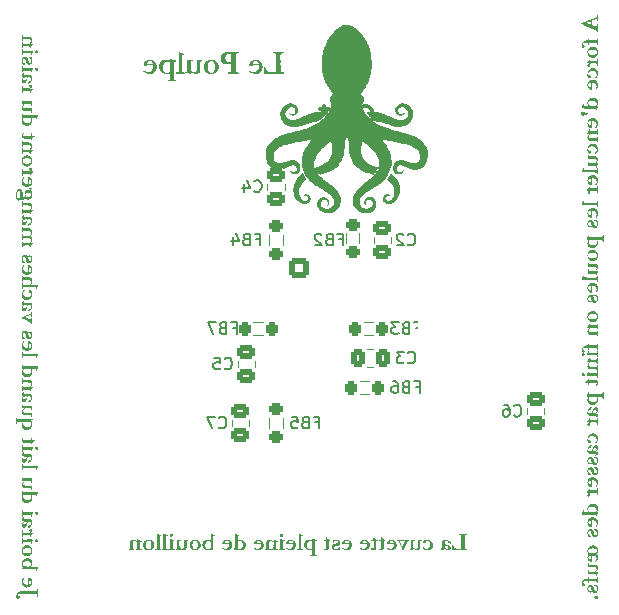
<source format=gbo>
G04 #@! TF.GenerationSoftware,KiCad,Pcbnew,7.0.7*
G04 #@! TF.CreationDate,2023-11-05T15:47:32+01:00*
G04 #@! TF.ProjectId,K_BF,4b5f4246-2e6b-4696-9361-645f70636258,rev?*
G04 #@! TF.SameCoordinates,Original*
G04 #@! TF.FileFunction,Legend,Bot*
G04 #@! TF.FilePolarity,Positive*
%FSLAX46Y46*%
G04 Gerber Fmt 4.6, Leading zero omitted, Abs format (unit mm)*
G04 Created by KiCad (PCBNEW 7.0.7) date 2023-11-05 15:47:32*
%MOMM*%
%LPD*%
G01*
G04 APERTURE LIST*
G04 Aperture macros list*
%AMRoundRect*
0 Rectangle with rounded corners*
0 $1 Rounding radius*
0 $2 $3 $4 $5 $6 $7 $8 $9 X,Y pos of 4 corners*
0 Add a 4 corners polygon primitive as box body*
4,1,4,$2,$3,$4,$5,$6,$7,$8,$9,$2,$3,0*
0 Add four circle primitives for the rounded corners*
1,1,$1+$1,$2,$3*
1,1,$1+$1,$4,$5*
1,1,$1+$1,$6,$7*
1,1,$1+$1,$8,$9*
0 Add four rect primitives between the rounded corners*
20,1,$1+$1,$2,$3,$4,$5,0*
20,1,$1+$1,$4,$5,$6,$7,0*
20,1,$1+$1,$6,$7,$8,$9,0*
20,1,$1+$1,$8,$9,$2,$3,0*%
G04 Aperture macros list end*
%ADD10C,0.400000*%
%ADD11C,0.200000*%
%ADD12C,0.150000*%
%ADD13C,0.300000*%
%ADD14C,0.120000*%
%ADD15O,1.712000X3.220000*%
%ADD16C,0.800000*%
%ADD17C,7.000000*%
%ADD18RoundRect,0.250000X-0.600000X-0.600000X0.600000X-0.600000X0.600000X0.600000X-0.600000X0.600000X0*%
%ADD19C,1.700000*%
%ADD20RoundRect,0.250000X0.337500X0.475000X-0.337500X0.475000X-0.337500X-0.475000X0.337500X-0.475000X0*%
%ADD21RoundRect,0.250000X-0.350000X0.275000X-0.350000X-0.275000X0.350000X-0.275000X0.350000X0.275000X0*%
%ADD22RoundRect,0.250000X0.475000X-0.337500X0.475000X0.337500X-0.475000X0.337500X-0.475000X-0.337500X0*%
%ADD23RoundRect,0.250000X-0.475000X0.337500X-0.475000X-0.337500X0.475000X-0.337500X0.475000X0.337500X0*%
%ADD24RoundRect,0.250000X-0.275000X-0.350000X0.275000X-0.350000X0.275000X0.350000X-0.275000X0.350000X0*%
%ADD25RoundRect,0.250000X0.350000X-0.275000X0.350000X0.275000X-0.350000X0.275000X-0.350000X-0.275000X0*%
G04 APERTURE END LIST*
D10*
G36*
X147186985Y-45812302D02*
G01*
X147166709Y-45813007D01*
X147146650Y-45812011D01*
X147124119Y-45809538D01*
X147103454Y-45806349D01*
X147081071Y-45802134D01*
X147066817Y-45799113D01*
X147044096Y-45794047D01*
X147024476Y-45789840D01*
X147005024Y-45785924D01*
X146984218Y-45782369D01*
X146974982Y-45781528D01*
X146953370Y-45779598D01*
X146932793Y-45774759D01*
X146914898Y-45765957D01*
X146903663Y-45755150D01*
X146899284Y-45734570D01*
X146896340Y-45714467D01*
X146895359Y-45697020D01*
X146898290Y-45511395D01*
X146889986Y-45322840D01*
X146889986Y-45202184D01*
X146888520Y-45060034D01*
X146891451Y-44909092D01*
X146886078Y-44585226D01*
X146884612Y-44438681D01*
X146884612Y-44418164D01*
X146886435Y-44390882D01*
X146888241Y-44366003D01*
X146890030Y-44343529D01*
X146891802Y-44323459D01*
X146894138Y-44300439D01*
X146897014Y-44277675D01*
X146900961Y-44257025D01*
X146903175Y-44251102D01*
X146918425Y-44238348D01*
X146938208Y-44228700D01*
X146958095Y-44220864D01*
X146977973Y-44213939D01*
X146982309Y-44212512D01*
X147000467Y-44204848D01*
X147018898Y-44197107D01*
X147034577Y-44190530D01*
X147055281Y-44185511D01*
X147074648Y-44181447D01*
X147094410Y-44178078D01*
X147096127Y-44177829D01*
X147115882Y-44174246D01*
X147135024Y-44169751D01*
X147153800Y-44163530D01*
X147163538Y-44158778D01*
X147165291Y-44139265D01*
X147165980Y-44123119D01*
X147165121Y-44102940D01*
X147165003Y-44101137D01*
X147145860Y-44097015D01*
X147139113Y-44096741D01*
X147116306Y-44096811D01*
X147095843Y-44096914D01*
X147069976Y-44097063D01*
X147047030Y-44097204D01*
X147021044Y-44097372D01*
X146992018Y-44097565D01*
X146970979Y-44097708D01*
X146948589Y-44097863D01*
X146924847Y-44098029D01*
X146899755Y-44098206D01*
X146703384Y-44096741D01*
X146557815Y-44099672D01*
X146533177Y-44099626D01*
X146513617Y-44099531D01*
X146493129Y-44099385D01*
X146471714Y-44099188D01*
X146449371Y-44098939D01*
X146426102Y-44098638D01*
X146401904Y-44098286D01*
X146376780Y-44097883D01*
X146350728Y-44097428D01*
X146323749Y-44096921D01*
X146314549Y-44096741D01*
X146294888Y-44096741D01*
X146274097Y-44096741D01*
X146263747Y-44096741D01*
X146244290Y-44098595D01*
X146234926Y-44102602D01*
X146224788Y-44120024D01*
X146223691Y-44131912D01*
X146230213Y-44150775D01*
X146238834Y-44157801D01*
X146256279Y-44166774D01*
X146276020Y-44171540D01*
X146296183Y-44174926D01*
X146299406Y-44175387D01*
X146469399Y-44217397D01*
X146487895Y-44226168D01*
X146492847Y-44228632D01*
X146501151Y-44246217D01*
X146502616Y-44286762D01*
X146506524Y-44378108D01*
X146506524Y-44404487D01*
X146505547Y-44420118D01*
X146506406Y-44441370D01*
X146507394Y-44461132D01*
X146508539Y-44483056D01*
X146509455Y-44500230D01*
X146510599Y-44520090D01*
X146510921Y-44537843D01*
X146510574Y-44557437D01*
X146509776Y-44579135D01*
X146508834Y-44599538D01*
X146507990Y-44616001D01*
X146507074Y-44637403D01*
X146506280Y-44658133D01*
X146505608Y-44678191D01*
X146504941Y-44702320D01*
X146504463Y-44725399D01*
X146504177Y-44747428D01*
X146504082Y-44768408D01*
X146504177Y-44792453D01*
X146504391Y-44812462D01*
X146504727Y-44833158D01*
X146505185Y-44854541D01*
X146505765Y-44876610D01*
X146506467Y-44899367D01*
X146507291Y-44922810D01*
X146507990Y-44940844D01*
X146508698Y-44962916D01*
X146509089Y-44982487D01*
X146509339Y-45004162D01*
X146509442Y-45024415D01*
X146509455Y-45035122D01*
X146514829Y-45722421D01*
X146513974Y-45742266D01*
X146510501Y-45761748D01*
X146501151Y-45779085D01*
X146370725Y-45784947D01*
X146289637Y-45783482D01*
X146203175Y-45784947D01*
X146175886Y-45784733D01*
X146149342Y-45784092D01*
X146123542Y-45783024D01*
X146098486Y-45781528D01*
X146074174Y-45779604D01*
X146050607Y-45777254D01*
X146027783Y-45774475D01*
X146005704Y-45771270D01*
X145984369Y-45767636D01*
X145963779Y-45763576D01*
X145943932Y-45759088D01*
X145924829Y-45754173D01*
X145897571Y-45745998D01*
X145871987Y-45736862D01*
X145855861Y-45730237D01*
X145833193Y-45719856D01*
X145812569Y-45709476D01*
X145793992Y-45699096D01*
X145773646Y-45686120D01*
X145756496Y-45673145D01*
X145740136Y-45657575D01*
X145731786Y-45647194D01*
X145717701Y-45633124D01*
X145704452Y-45618696D01*
X145689654Y-45600910D01*
X145676059Y-45582609D01*
X145663665Y-45563793D01*
X145656071Y-45550963D01*
X145646580Y-45532971D01*
X145636732Y-45511664D01*
X145628595Y-45492232D01*
X145620230Y-45470677D01*
X145611636Y-45447001D01*
X145605040Y-45427851D01*
X145598315Y-45407508D01*
X145591461Y-45385971D01*
X145589148Y-45378527D01*
X145545184Y-45378527D01*
X145523661Y-45379100D01*
X145502984Y-45380594D01*
X145481071Y-45383015D01*
X145470935Y-45384389D01*
X145470935Y-45424445D01*
X145471154Y-45445040D01*
X145471810Y-45468357D01*
X145472905Y-45494396D01*
X145474438Y-45523157D01*
X145475703Y-45543843D01*
X145477163Y-45565739D01*
X145478817Y-45588845D01*
X145480666Y-45613160D01*
X145482710Y-45638686D01*
X145484948Y-45665421D01*
X145487381Y-45693366D01*
X145490008Y-45722520D01*
X145492831Y-45752885D01*
X145495847Y-45784459D01*
X145498175Y-45808860D01*
X145500519Y-45830773D01*
X145502877Y-45850198D01*
X145505847Y-45870980D01*
X145509441Y-45890787D01*
X145514898Y-45910000D01*
X145535415Y-45910000D01*
X145554954Y-45910000D01*
X145605757Y-45910000D01*
X145677076Y-45910000D01*
X145698304Y-45910000D01*
X145719114Y-45910000D01*
X145740657Y-45910000D01*
X145766551Y-45910000D01*
X145788826Y-45910000D01*
X145813549Y-45910000D01*
X145840718Y-45910000D01*
X145862620Y-45910000D01*
X145884057Y-45910000D01*
X145904391Y-45910000D01*
X145928375Y-45910000D01*
X145956009Y-45910000D01*
X145976458Y-45910000D01*
X145998530Y-45910000D01*
X146022223Y-45910000D01*
X146047539Y-45910000D01*
X146074476Y-45910000D01*
X146103035Y-45910000D01*
X146132367Y-45910000D01*
X146161623Y-45910000D01*
X146190802Y-45910000D01*
X146219905Y-45910000D01*
X146248932Y-45910000D01*
X146277882Y-45910000D01*
X146306757Y-45910000D01*
X146335554Y-45910000D01*
X146364276Y-45910000D01*
X146392921Y-45910000D01*
X146421490Y-45910000D01*
X146449982Y-45910000D01*
X146478398Y-45910000D01*
X146506738Y-45910000D01*
X146535001Y-45910000D01*
X146563189Y-45910000D01*
X146843579Y-45910000D01*
X146863712Y-45910000D01*
X146883689Y-45910000D01*
X146903509Y-45910000D01*
X146923172Y-45910000D01*
X146952374Y-45910000D01*
X146981224Y-45910000D01*
X147009721Y-45910000D01*
X147037867Y-45910000D01*
X147065661Y-45910000D01*
X147093102Y-45910000D01*
X147120192Y-45910000D01*
X147146929Y-45910000D01*
X147167445Y-45910000D01*
X147187389Y-45910000D01*
X147193824Y-45910000D01*
X147196180Y-45890353D01*
X147196266Y-45886552D01*
X147195822Y-45865468D01*
X147194227Y-45844692D01*
X147190601Y-45823703D01*
X147186985Y-45812302D01*
G37*
G36*
X144840268Y-44753897D02*
G01*
X144860444Y-44755794D01*
X144882266Y-44758954D01*
X144905734Y-44763379D01*
X144925693Y-44767828D01*
X144946705Y-44773087D01*
X144968771Y-44779155D01*
X144991171Y-44786592D01*
X145009691Y-44794019D01*
X145028746Y-44802758D01*
X145048335Y-44812810D01*
X145068458Y-44824175D01*
X145089116Y-44836853D01*
X145110308Y-44850843D01*
X145126552Y-44862198D01*
X145137381Y-44870204D01*
X145153474Y-44882930D01*
X145169386Y-44896514D01*
X145185118Y-44910957D01*
X145200670Y-44926258D01*
X145216042Y-44942418D01*
X145231233Y-44959437D01*
X145246244Y-44977314D01*
X145261075Y-44996050D01*
X145275725Y-45015645D01*
X145290195Y-45036099D01*
X145295484Y-45043921D01*
X145306475Y-45063636D01*
X145316054Y-45084211D01*
X145323992Y-45103384D01*
X145332174Y-45124969D01*
X145340601Y-45148966D01*
X145347081Y-45168546D01*
X145353698Y-45189483D01*
X145357103Y-45207545D01*
X145361121Y-45232256D01*
X145364544Y-45257684D01*
X145366721Y-45277225D01*
X145368563Y-45297171D01*
X145370070Y-45317520D01*
X145371242Y-45338272D01*
X145372079Y-45359428D01*
X145372582Y-45380988D01*
X145372749Y-45402951D01*
X145372448Y-45415036D01*
X145370612Y-45436779D01*
X145367106Y-45460526D01*
X145363099Y-45480966D01*
X145358023Y-45502688D01*
X145351879Y-45525693D01*
X145344666Y-45549980D01*
X145338555Y-45569036D01*
X145331541Y-45588637D01*
X145323687Y-45608115D01*
X145314993Y-45627472D01*
X145305460Y-45646706D01*
X145295087Y-45665818D01*
X145283875Y-45684808D01*
X145271823Y-45703675D01*
X145258932Y-45722421D01*
X145245178Y-45740724D01*
X145230783Y-45758264D01*
X145215747Y-45775040D01*
X145200069Y-45791053D01*
X145183751Y-45806303D01*
X145166791Y-45820790D01*
X145149190Y-45834513D01*
X145130949Y-45847473D01*
X145112111Y-45859647D01*
X145092725Y-45871012D01*
X145072788Y-45881568D01*
X145052302Y-45891315D01*
X145031267Y-45900253D01*
X145009682Y-45908381D01*
X144987547Y-45915701D01*
X144964863Y-45922212D01*
X144942374Y-45927700D01*
X144922991Y-45931421D01*
X144902371Y-45934546D01*
X144880515Y-45937077D01*
X144857423Y-45939011D01*
X144833094Y-45940351D01*
X144807529Y-45941095D01*
X144787543Y-45941263D01*
X144777529Y-45941212D01*
X144757680Y-45940812D01*
X144738072Y-45940010D01*
X144709111Y-45938057D01*
X144680690Y-45935202D01*
X144652811Y-45931445D01*
X144625472Y-45926787D01*
X144598675Y-45921227D01*
X144572418Y-45914766D01*
X144546702Y-45907403D01*
X144521528Y-45899138D01*
X144496894Y-45889972D01*
X144488782Y-45886704D01*
X144464555Y-45876164D01*
X144440491Y-45864516D01*
X144416590Y-45851761D01*
X144392852Y-45837898D01*
X144369277Y-45822927D01*
X144345866Y-45806848D01*
X144322617Y-45789662D01*
X144307209Y-45777589D01*
X144291873Y-45765024D01*
X144276610Y-45751967D01*
X144261419Y-45738417D01*
X144246301Y-45724375D01*
X144261605Y-45711439D01*
X144278451Y-45697848D01*
X144294119Y-45685678D01*
X144310920Y-45673027D01*
X144328855Y-45659895D01*
X144342043Y-45670053D01*
X144359052Y-45682715D01*
X144375405Y-45694370D01*
X144394923Y-45707522D01*
X144413415Y-45719100D01*
X144430882Y-45729103D01*
X144450488Y-45739030D01*
X144466593Y-45746154D01*
X144486926Y-45754168D01*
X144508358Y-45761599D01*
X144527058Y-45767345D01*
X144546521Y-45772685D01*
X144566748Y-45777620D01*
X144574048Y-45778929D01*
X144595856Y-45781484D01*
X144615527Y-45782879D01*
X144638608Y-45783917D01*
X144659529Y-45784489D01*
X144682633Y-45784833D01*
X144707920Y-45784947D01*
X144788032Y-45756615D01*
X144808995Y-45747977D01*
X144829751Y-45737450D01*
X144846891Y-45727234D01*
X144863888Y-45715706D01*
X144880742Y-45702867D01*
X144897452Y-45688715D01*
X144903980Y-45682720D01*
X144919715Y-45667097D01*
X144934615Y-45650568D01*
X144948681Y-45633132D01*
X144961912Y-45614790D01*
X144974307Y-45595542D01*
X144985868Y-45575387D01*
X144992400Y-45562842D01*
X145002599Y-45541132D01*
X145010140Y-45523043D01*
X145017131Y-45504312D01*
X145023573Y-45484941D01*
X145029466Y-45464928D01*
X145034808Y-45444274D01*
X145039602Y-45422979D01*
X145043723Y-45401379D01*
X145047295Y-45380054D01*
X145050318Y-45359003D01*
X145052791Y-45338227D01*
X145054714Y-45317726D01*
X145056088Y-45297500D01*
X145056912Y-45277548D01*
X145057187Y-45257871D01*
X145056543Y-45242494D01*
X145054256Y-45222212D01*
X144936043Y-45222212D01*
X144919205Y-45222212D01*
X144895838Y-45222212D01*
X144874738Y-45222212D01*
X144850130Y-45222212D01*
X144829553Y-45222212D01*
X144809498Y-45222212D01*
X144787543Y-45222212D01*
X144766605Y-45222521D01*
X144744923Y-45223189D01*
X144722580Y-45224059D01*
X144701312Y-45224994D01*
X144677634Y-45226120D01*
X144664408Y-45226420D01*
X144638839Y-45226993D01*
X144614446Y-45227527D01*
X144591227Y-45228023D01*
X144569184Y-45228481D01*
X144548317Y-45228901D01*
X144519219Y-45229459D01*
X144492767Y-45229931D01*
X144468959Y-45230317D01*
X144447796Y-45230618D01*
X144423692Y-45230885D01*
X144400174Y-45231004D01*
X144247766Y-45230516D01*
X144248919Y-45205473D01*
X144250911Y-45181393D01*
X144253743Y-45158273D01*
X144257414Y-45136116D01*
X144260507Y-45121584D01*
X144555512Y-45121584D01*
X144572411Y-45125453D01*
X144592637Y-45127934D01*
X144608322Y-45127384D01*
X144628373Y-45125915D01*
X144648813Y-45124026D01*
X144652239Y-45124296D01*
X144671771Y-45125739D01*
X144692344Y-45127031D01*
X144712936Y-45127993D01*
X144734298Y-45128422D01*
X145047418Y-45128422D01*
X145045946Y-45112392D01*
X145042802Y-45089141D01*
X145038533Y-45066843D01*
X145033139Y-45045498D01*
X145026621Y-45025106D01*
X145018977Y-45005667D01*
X145010209Y-44987181D01*
X145000315Y-44969649D01*
X144989297Y-44953069D01*
X144977154Y-44937443D01*
X144963886Y-44922770D01*
X144945042Y-44905024D01*
X144925632Y-44889644D01*
X144905657Y-44876631D01*
X144885118Y-44865983D01*
X144864014Y-44857702D01*
X144842345Y-44851787D01*
X144820111Y-44848238D01*
X144797313Y-44847055D01*
X144774117Y-44848343D01*
X144751059Y-44852207D01*
X144731949Y-44857394D01*
X144712935Y-44864371D01*
X144694015Y-44873137D01*
X144675191Y-44883691D01*
X144667744Y-44888324D01*
X144650210Y-44900908D01*
X144634227Y-44914924D01*
X144619795Y-44930370D01*
X144606912Y-44947248D01*
X144595580Y-44965556D01*
X144585799Y-44985296D01*
X144582303Y-44993442D01*
X144574498Y-45014024D01*
X144568030Y-45034916D01*
X144562897Y-45056117D01*
X144559100Y-45077629D01*
X144556638Y-45099451D01*
X144555512Y-45121584D01*
X144260507Y-45121584D01*
X144261925Y-45114920D01*
X144267275Y-45094686D01*
X144273465Y-45075414D01*
X144280495Y-45057103D01*
X144284227Y-45048202D01*
X144294159Y-45026599D01*
X144304950Y-45005927D01*
X144316599Y-44986185D01*
X144329107Y-44967373D01*
X144342473Y-44949491D01*
X144356699Y-44932540D01*
X144362618Y-44925890D01*
X144378451Y-44909315D01*
X144395762Y-44892812D01*
X144410676Y-44879661D01*
X144426537Y-44866556D01*
X144443344Y-44853497D01*
X144461097Y-44840483D01*
X144479797Y-44827515D01*
X144490100Y-44820975D01*
X144508282Y-44810724D01*
X144527728Y-44801283D01*
X144548439Y-44792653D01*
X144570414Y-44784835D01*
X144593652Y-44777827D01*
X144613154Y-44772805D01*
X144618178Y-44771603D01*
X144639240Y-44767176D01*
X144661844Y-44763359D01*
X144685990Y-44760154D01*
X144711678Y-44757559D01*
X144731955Y-44756013D01*
X144753100Y-44754811D01*
X144775112Y-44753952D01*
X144797991Y-44753437D01*
X144821737Y-44753265D01*
X144840268Y-44753897D01*
G37*
G36*
X143393893Y-44180760D02*
G01*
X143395359Y-44096741D01*
X143067096Y-44098206D01*
X142920062Y-44096741D01*
X142866329Y-44096741D01*
X142843958Y-44096741D01*
X142818610Y-44096741D01*
X142797646Y-44096741D01*
X142775007Y-44096741D01*
X142750694Y-44096741D01*
X142724706Y-44096741D01*
X142697044Y-44096741D01*
X142667708Y-44096741D01*
X142647220Y-44096741D01*
X142625988Y-44096741D01*
X142604012Y-44096741D01*
X142579794Y-44096741D01*
X142557942Y-44096741D01*
X142533954Y-44096741D01*
X142513663Y-44096741D01*
X142491467Y-44096741D01*
X142476517Y-44096741D01*
X142455175Y-44096817D01*
X142434500Y-44097046D01*
X142414493Y-44097428D01*
X142385735Y-44098286D01*
X142358479Y-44099488D01*
X142332726Y-44101034D01*
X142308476Y-44102923D01*
X142285729Y-44105156D01*
X142264484Y-44107732D01*
X142244742Y-44110651D01*
X142220756Y-44115078D01*
X142215177Y-44116280D01*
X142190475Y-44121705D01*
X142166743Y-44127723D01*
X142143981Y-44134333D01*
X142122190Y-44141536D01*
X142101368Y-44149332D01*
X142081517Y-44157719D01*
X142062637Y-44166699D01*
X142044726Y-44176272D01*
X142027786Y-44186437D01*
X142006709Y-44200913D01*
X142001709Y-44204696D01*
X141982277Y-44220656D01*
X141963546Y-44238249D01*
X141949959Y-44252516D01*
X141936767Y-44267701D01*
X141923970Y-44283805D01*
X141911568Y-44300828D01*
X141899561Y-44318770D01*
X141887949Y-44337631D01*
X141876732Y-44357410D01*
X141865910Y-44378108D01*
X141855696Y-44399124D01*
X141846487Y-44419857D01*
X141838283Y-44440306D01*
X141831083Y-44460472D01*
X141824887Y-44480354D01*
X141819697Y-44499953D01*
X141815511Y-44519269D01*
X141811492Y-44544582D01*
X141809260Y-44569392D01*
X141808757Y-44587669D01*
X141809345Y-44617417D01*
X141811108Y-44646455D01*
X141814047Y-44674783D01*
X141818161Y-44702402D01*
X141823450Y-44729310D01*
X141829915Y-44755509D01*
X141837555Y-44780998D01*
X141846371Y-44805778D01*
X141856362Y-44829847D01*
X141867528Y-44853206D01*
X141879870Y-44875856D01*
X141893387Y-44897796D01*
X141908080Y-44919026D01*
X141923948Y-44939546D01*
X141940992Y-44959357D01*
X141959211Y-44978457D01*
X141978325Y-44996617D01*
X141998053Y-45013605D01*
X142018396Y-45029422D01*
X142039353Y-45044067D01*
X142060925Y-45057540D01*
X142083111Y-45069842D01*
X142105911Y-45080972D01*
X142129326Y-45090931D01*
X142153355Y-45099718D01*
X142177999Y-45107334D01*
X142203257Y-45113777D01*
X142229130Y-45119050D01*
X142255617Y-45123150D01*
X142282718Y-45126079D01*
X142310434Y-45127837D01*
X142338764Y-45128422D01*
X142358556Y-45128109D01*
X142378118Y-45127171D01*
X142402249Y-45125117D01*
X142426022Y-45122085D01*
X142449437Y-45118076D01*
X142472495Y-45113089D01*
X142490683Y-45108394D01*
X142513049Y-45101659D01*
X142534962Y-45093969D01*
X142556421Y-45085325D01*
X142577428Y-45075727D01*
X142597981Y-45065175D01*
X142618081Y-45053669D01*
X142625994Y-45048799D01*
X142628659Y-45029351D01*
X142630669Y-45006912D01*
X142631871Y-44985296D01*
X142632505Y-44965604D01*
X142632806Y-44944385D01*
X142632833Y-44935471D01*
X142612950Y-44936902D01*
X142592401Y-44938255D01*
X142573237Y-44939378D01*
X142552456Y-44940327D01*
X142532421Y-44940808D01*
X142525854Y-44940844D01*
X142504290Y-44940273D01*
X142483379Y-44938560D01*
X142463120Y-44935705D01*
X142443514Y-44931708D01*
X142424560Y-44926569D01*
X142400304Y-44917940D01*
X142377208Y-44907281D01*
X142355272Y-44894592D01*
X142334496Y-44879872D01*
X142329483Y-44875875D01*
X142310539Y-44859107D01*
X142293459Y-44840493D01*
X142278242Y-44820032D01*
X142264889Y-44797725D01*
X142253398Y-44773572D01*
X142243771Y-44747573D01*
X142236007Y-44719728D01*
X142231867Y-44700139D01*
X142228554Y-44679730D01*
X142226070Y-44658500D01*
X142224413Y-44636449D01*
X142223585Y-44613578D01*
X142223482Y-44601835D01*
X142223885Y-44576893D01*
X142225096Y-44552811D01*
X142227114Y-44529587D01*
X142229939Y-44507221D01*
X142233571Y-44485715D01*
X142238010Y-44465066D01*
X142243257Y-44445277D01*
X142249310Y-44426346D01*
X142258637Y-44402441D01*
X142269399Y-44380062D01*
X142281154Y-44359325D01*
X142293457Y-44340342D01*
X142306311Y-44323116D01*
X142319713Y-44307644D01*
X142333666Y-44293929D01*
X142351879Y-44279253D01*
X142370951Y-44267319D01*
X142378820Y-44263314D01*
X142401145Y-44253583D01*
X142424158Y-44245149D01*
X142447857Y-44238012D01*
X142472243Y-44232173D01*
X142497316Y-44227632D01*
X142523076Y-44224388D01*
X142542847Y-44222807D01*
X142563004Y-44221955D01*
X142576657Y-44221793D01*
X142601501Y-44222266D01*
X142624498Y-44223686D01*
X142645648Y-44226052D01*
X142664951Y-44229364D01*
X142686482Y-44234836D01*
X142705127Y-44241787D01*
X142723691Y-44252079D01*
X142733094Y-44269787D01*
X142739811Y-44286762D01*
X142730530Y-44955498D01*
X142732972Y-45012651D01*
X142729064Y-45072247D01*
X142728063Y-45092990D01*
X142727669Y-45114405D01*
X142727599Y-45130376D01*
X142727599Y-45246636D01*
X142726133Y-45432749D01*
X142729064Y-45654521D01*
X142728667Y-45676581D01*
X142727694Y-45697944D01*
X142726437Y-45717479D01*
X142724774Y-45738588D01*
X142722706Y-45761271D01*
X142720760Y-45780551D01*
X142447208Y-45816210D01*
X142443934Y-45835742D01*
X142441966Y-45855327D01*
X142441835Y-45860662D01*
X142443337Y-45880262D01*
X142446703Y-45900423D01*
X142448674Y-45910000D01*
X142468471Y-45910000D01*
X142488071Y-45910000D01*
X142500942Y-45910000D01*
X142523158Y-45910000D01*
X142543463Y-45910000D01*
X142567465Y-45910000D01*
X142589328Y-45910000D01*
X142613558Y-45910000D01*
X142633283Y-45910000D01*
X142654339Y-45910000D01*
X142661653Y-45910000D01*
X142684106Y-45910000D01*
X142707134Y-45910000D01*
X142730737Y-45910000D01*
X142754916Y-45910000D01*
X142779670Y-45910000D01*
X142804999Y-45910000D01*
X142830904Y-45910000D01*
X142857383Y-45910000D01*
X142884439Y-45910000D01*
X142912069Y-45910000D01*
X142930809Y-45910000D01*
X142952054Y-45910000D01*
X142973170Y-45910000D01*
X142994156Y-45910000D01*
X143015012Y-45910000D01*
X143035738Y-45910000D01*
X143056335Y-45910000D01*
X143076801Y-45910000D01*
X143097138Y-45910000D01*
X143117346Y-45910000D01*
X143137423Y-45910000D01*
X143157371Y-45910000D01*
X143177189Y-45910000D01*
X143196877Y-45910000D01*
X143216436Y-45910000D01*
X143245530Y-45910000D01*
X143255163Y-45910000D01*
X143276820Y-45910000D01*
X143296992Y-45910000D01*
X143317699Y-45910000D01*
X143337718Y-45910000D01*
X143340992Y-45889483D01*
X143342960Y-45870020D01*
X143343091Y-45865059D01*
X143341442Y-45845092D01*
X143340160Y-45835750D01*
X143256140Y-45814745D01*
X143234891Y-45807730D01*
X143214375Y-45800365D01*
X143194591Y-45792648D01*
X143175540Y-45784581D01*
X143157222Y-45776162D01*
X143139637Y-45767392D01*
X143118685Y-45755936D01*
X143106664Y-45748799D01*
X143101321Y-45728497D01*
X143097505Y-45709110D01*
X143095036Y-45688394D01*
X143094452Y-45673084D01*
X143095024Y-45653239D01*
X143095917Y-45639867D01*
X143096488Y-45618713D01*
X143096866Y-45597864D01*
X143097141Y-45574509D01*
X143097291Y-45553130D01*
X143097370Y-45530011D01*
X143097383Y-45515303D01*
X143101290Y-45112791D01*
X143116434Y-44658988D01*
X143117040Y-44639037D01*
X143118227Y-44600882D01*
X143119379Y-44565054D01*
X143120497Y-44531555D01*
X143121581Y-44500383D01*
X143122631Y-44471540D01*
X143123646Y-44445024D01*
X143124627Y-44420837D01*
X143125573Y-44398977D01*
X143126485Y-44379445D01*
X143127789Y-44354512D01*
X143129015Y-44334817D01*
X143130888Y-44313632D01*
X143131577Y-44309232D01*
X143137316Y-44289601D01*
X143145817Y-44270216D01*
X143156482Y-44253691D01*
X143164794Y-44244263D01*
X143180258Y-44232117D01*
X143198286Y-44223073D01*
X143217367Y-44216511D01*
X143239533Y-44211212D01*
X143242951Y-44210558D01*
X143263618Y-44206893D01*
X143282937Y-44203408D01*
X143306598Y-44199042D01*
X143327862Y-44194997D01*
X143351072Y-44190391D01*
X143370538Y-44186286D01*
X143391498Y-44181381D01*
X143393893Y-44180760D01*
G37*
G36*
X141049612Y-44753510D02*
G01*
X141073312Y-44754244D01*
X141096324Y-44755468D01*
X141118649Y-44757181D01*
X141140288Y-44759383D01*
X141161239Y-44762075D01*
X141181504Y-44765257D01*
X141201081Y-44768927D01*
X141226116Y-44774583D01*
X141249930Y-44781109D01*
X141255730Y-44782886D01*
X141278910Y-44790717D01*
X141302059Y-44799708D01*
X141325178Y-44809859D01*
X141348267Y-44821171D01*
X141365563Y-44830416D01*
X141382843Y-44840313D01*
X141400105Y-44850863D01*
X141417350Y-44862066D01*
X141434577Y-44873921D01*
X141450285Y-44885859D01*
X141465657Y-44898468D01*
X141480693Y-44911748D01*
X141495394Y-44925701D01*
X141509758Y-44940325D01*
X141523787Y-44955621D01*
X141537480Y-44971588D01*
X141550837Y-44988227D01*
X141563675Y-45005576D01*
X141575811Y-45023673D01*
X141587244Y-45042518D01*
X141597976Y-45062110D01*
X141608005Y-45082451D01*
X141617332Y-45103540D01*
X141625957Y-45125377D01*
X141633879Y-45147962D01*
X141640978Y-45170791D01*
X141647130Y-45193605D01*
X141652335Y-45216403D01*
X141656594Y-45239187D01*
X141659907Y-45261955D01*
X141662273Y-45284707D01*
X141663692Y-45307445D01*
X141664166Y-45330167D01*
X141663916Y-45352349D01*
X141663166Y-45374077D01*
X141661916Y-45395351D01*
X141660166Y-45416171D01*
X141657916Y-45436537D01*
X141655167Y-45456448D01*
X141651917Y-45475906D01*
X141646105Y-45504240D01*
X141639169Y-45531553D01*
X141631107Y-45557844D01*
X141621921Y-45583113D01*
X141611610Y-45607360D01*
X141600174Y-45630586D01*
X141591843Y-45645568D01*
X141578101Y-45667671D01*
X141562866Y-45689326D01*
X141546136Y-45710535D01*
X141527912Y-45731298D01*
X141508195Y-45751614D01*
X141486983Y-45771483D01*
X141472011Y-45784482D01*
X141456376Y-45797281D01*
X141440077Y-45809883D01*
X141423113Y-45822286D01*
X141405486Y-45834490D01*
X141387194Y-45846496D01*
X141368315Y-45857972D01*
X141348924Y-45868707D01*
X141329022Y-45878702D01*
X141308609Y-45887957D01*
X141287684Y-45896471D01*
X141266248Y-45904245D01*
X141244301Y-45911278D01*
X141221842Y-45917571D01*
X141198872Y-45923124D01*
X141175390Y-45927936D01*
X141151397Y-45932008D01*
X141126892Y-45935340D01*
X141101877Y-45937931D01*
X141076349Y-45939782D01*
X141050311Y-45940892D01*
X141023761Y-45941263D01*
X141000069Y-45940950D01*
X140976744Y-45940011D01*
X140953785Y-45938446D01*
X140931193Y-45936256D01*
X140908967Y-45933439D01*
X140887107Y-45929997D01*
X140865614Y-45925929D01*
X140844487Y-45921235D01*
X140823726Y-45915915D01*
X140803332Y-45909969D01*
X140783304Y-45903397D01*
X140763642Y-45896200D01*
X140744347Y-45888376D01*
X140725418Y-45879927D01*
X140706856Y-45870852D01*
X140688660Y-45861151D01*
X140670876Y-45850792D01*
X140653550Y-45839742D01*
X140636682Y-45828001D01*
X140620272Y-45815569D01*
X140604320Y-45802447D01*
X140588825Y-45788634D01*
X140573789Y-45774130D01*
X140559211Y-45758935D01*
X140545091Y-45743050D01*
X140531428Y-45726474D01*
X140518224Y-45709207D01*
X140505478Y-45691250D01*
X140493189Y-45672601D01*
X140481359Y-45653262D01*
X140469986Y-45633232D01*
X140459071Y-45612512D01*
X140452269Y-45598315D01*
X140442888Y-45575990D01*
X140434494Y-45552428D01*
X140427088Y-45527630D01*
X140420670Y-45501595D01*
X140415239Y-45474324D01*
X140410795Y-45445816D01*
X140408381Y-45426124D01*
X140406407Y-45405882D01*
X140404870Y-45385091D01*
X140403773Y-45363750D01*
X140403115Y-45341860D01*
X140402896Y-45319420D01*
X140403065Y-45307340D01*
X140403561Y-45298415D01*
X140737020Y-45298415D01*
X140737038Y-45310853D01*
X140737187Y-45335068D01*
X140737485Y-45358400D01*
X140737931Y-45380852D01*
X140738527Y-45402421D01*
X140739271Y-45423109D01*
X140740164Y-45442916D01*
X140741782Y-45470973D01*
X140743736Y-45497046D01*
X140746024Y-45521136D01*
X140748648Y-45543243D01*
X140751606Y-45563365D01*
X140756071Y-45587110D01*
X140760007Y-45603624D01*
X140766477Y-45627349D01*
X140773626Y-45649820D01*
X140781452Y-45671037D01*
X140789957Y-45691001D01*
X140799141Y-45709712D01*
X140809003Y-45727168D01*
X140823207Y-45748494D01*
X140838617Y-45767591D01*
X140855233Y-45784459D01*
X140872834Y-45799228D01*
X140891442Y-45812028D01*
X140911058Y-45822858D01*
X140931681Y-45831720D01*
X140953312Y-45838612D01*
X140975950Y-45843535D01*
X140999596Y-45846489D01*
X141024249Y-45847473D01*
X141039710Y-45847190D01*
X141059696Y-45845931D01*
X141083669Y-45842940D01*
X141106521Y-45838374D01*
X141128253Y-45832235D01*
X141148863Y-45824521D01*
X141168353Y-45815233D01*
X141175789Y-45811106D01*
X141193193Y-45800470D01*
X141211844Y-45787110D01*
X141228055Y-45773096D01*
X141241828Y-45758430D01*
X141254815Y-45740495D01*
X141261866Y-45728086D01*
X141272797Y-45706393D01*
X141280804Y-45688128D01*
X141288154Y-45669054D01*
X141294848Y-45649171D01*
X141300885Y-45628479D01*
X141306266Y-45606978D01*
X141310990Y-45584668D01*
X141312555Y-45575975D01*
X141315274Y-45554605D01*
X141317335Y-45534806D01*
X141319594Y-45510565D01*
X141321419Y-45489469D01*
X141323355Y-45465874D01*
X141325403Y-45439781D01*
X141327563Y-45411189D01*
X141329064Y-45390739D01*
X141328867Y-45375911D01*
X141328386Y-45347232D01*
X141327791Y-45319854D01*
X141327081Y-45293777D01*
X141326257Y-45269002D01*
X141325318Y-45245528D01*
X141324264Y-45223355D01*
X141323097Y-45202484D01*
X141321130Y-45173617D01*
X141318906Y-45147678D01*
X141316425Y-45124667D01*
X141312715Y-45098541D01*
X141308548Y-45077620D01*
X141304964Y-45063610D01*
X141298974Y-45043412D01*
X141292245Y-45024192D01*
X141282124Y-45000088D01*
X141270690Y-44977725D01*
X141257944Y-44957101D01*
X141243885Y-44938218D01*
X141228513Y-44921075D01*
X141211828Y-44905673D01*
X141207457Y-44902067D01*
X141189257Y-44888786D01*
X141169912Y-44877337D01*
X141149422Y-44867720D01*
X141127788Y-44859935D01*
X141105008Y-44853981D01*
X141081084Y-44849860D01*
X141056015Y-44847570D01*
X141036461Y-44847055D01*
X141019815Y-44847455D01*
X140995618Y-44849559D01*
X140972348Y-44853466D01*
X140950005Y-44859176D01*
X140928590Y-44866689D01*
X140908102Y-44876006D01*
X140888542Y-44887126D01*
X140869909Y-44900049D01*
X140852203Y-44914775D01*
X140835425Y-44931304D01*
X140819574Y-44949637D01*
X140814495Y-44956159D01*
X140800225Y-44977419D01*
X140787407Y-45001221D01*
X140776039Y-45027565D01*
X140769267Y-45046540D01*
X140763140Y-45066644D01*
X140757658Y-45087878D01*
X140752821Y-45110242D01*
X140748629Y-45133735D01*
X140745082Y-45158357D01*
X140742179Y-45184110D01*
X140739922Y-45210992D01*
X140738310Y-45239003D01*
X140737342Y-45268145D01*
X140737020Y-45298415D01*
X140403561Y-45298415D01*
X140404424Y-45282870D01*
X140407141Y-45257987D01*
X140411217Y-45232693D01*
X140415165Y-45213452D01*
X140419878Y-45193979D01*
X140425355Y-45174274D01*
X140431596Y-45154337D01*
X140438601Y-45134168D01*
X140446371Y-45113768D01*
X140451920Y-45100189D01*
X140460901Y-45080194D01*
X140470673Y-45060645D01*
X140481235Y-45041543D01*
X140492586Y-45022887D01*
X140504728Y-45004677D01*
X140517659Y-44986914D01*
X140531381Y-44969598D01*
X140545892Y-44952728D01*
X140561194Y-44936304D01*
X140577285Y-44920327D01*
X140597868Y-44900097D01*
X140619440Y-44881172D01*
X140642000Y-44863552D01*
X140665548Y-44847238D01*
X140690085Y-44832228D01*
X140715610Y-44818524D01*
X140742124Y-44806125D01*
X140769626Y-44795031D01*
X140798117Y-44785242D01*
X140827596Y-44776758D01*
X140858063Y-44769580D01*
X140889519Y-44763707D01*
X140921963Y-44759139D01*
X140955396Y-44755876D01*
X140989817Y-44753918D01*
X141025226Y-44753265D01*
X141049612Y-44753510D01*
G37*
G36*
X140270516Y-44791856D02*
G01*
X140251524Y-44786096D01*
X140245603Y-44784528D01*
X139836252Y-44784528D01*
X139805966Y-44786971D01*
X139804501Y-44880272D01*
X139807431Y-45016071D01*
X139805966Y-45087390D01*
X139807431Y-45296950D01*
X139807431Y-45440076D01*
X139807298Y-45465926D01*
X139806899Y-45490720D01*
X139806234Y-45514458D01*
X139805302Y-45537140D01*
X139804104Y-45558765D01*
X139802640Y-45579335D01*
X139800910Y-45598848D01*
X139798189Y-45623223D01*
X139794995Y-45645720D01*
X139792288Y-45661360D01*
X139785257Y-45679714D01*
X139775182Y-45699819D01*
X139763321Y-45717828D01*
X139749674Y-45733742D01*
X139734241Y-45747560D01*
X139725854Y-45753684D01*
X139707765Y-45764309D01*
X139688302Y-45772735D01*
X139667465Y-45778963D01*
X139645254Y-45782993D01*
X139625696Y-45784672D01*
X139613503Y-45784947D01*
X139591229Y-45784501D01*
X139570569Y-45783161D01*
X139548507Y-45780470D01*
X139528642Y-45776563D01*
X139513363Y-45772247D01*
X139493366Y-45764248D01*
X139474716Y-45754944D01*
X139454991Y-45743491D01*
X139437228Y-45731962D01*
X139424947Y-45723398D01*
X139407367Y-45710564D01*
X139390113Y-45697414D01*
X139374688Y-45684789D01*
X139360956Y-45671618D01*
X139346810Y-45654491D01*
X139334417Y-45637913D01*
X139322172Y-45619267D01*
X139312311Y-45601368D01*
X139305757Y-45586622D01*
X139296475Y-45234424D01*
X139295479Y-45214428D01*
X139294578Y-45192880D01*
X139293957Y-45173249D01*
X139293590Y-45153160D01*
X139293545Y-45144054D01*
X139293699Y-45121939D01*
X139294096Y-45099751D01*
X139294644Y-45078383D01*
X139295262Y-45058617D01*
X139295498Y-45051730D01*
X139296260Y-45029514D01*
X139296901Y-45009906D01*
X139297445Y-44989763D01*
X139297452Y-44988715D01*
X139296475Y-44936448D01*
X139298918Y-44905184D01*
X139317144Y-44895628D01*
X139335747Y-44888820D01*
X139356828Y-44883460D01*
X139376869Y-44880020D01*
X139391242Y-44878318D01*
X139483077Y-44878318D01*
X139498220Y-44869525D01*
X139502077Y-44849311D01*
X139503593Y-44832889D01*
X139502357Y-44812143D01*
X139499926Y-44792546D01*
X139499685Y-44790879D01*
X139477765Y-44787887D01*
X139457431Y-44785750D01*
X139436454Y-44784367D01*
X139421528Y-44784040D01*
X139210013Y-44786971D01*
X139188047Y-44786933D01*
X139164890Y-44786818D01*
X139140542Y-44786627D01*
X139115003Y-44786360D01*
X139095068Y-44786110D01*
X139074462Y-44785816D01*
X139053188Y-44785480D01*
X139031243Y-44785101D01*
X139008629Y-44784679D01*
X139000942Y-44784528D01*
X138998011Y-44888576D01*
X139002407Y-45021444D01*
X138999476Y-45187529D01*
X139000942Y-45425422D01*
X139003872Y-45532400D01*
X139002407Y-45604207D01*
X139003955Y-45625133D01*
X139005466Y-45646244D01*
X139006894Y-45667608D01*
X139007780Y-45685785D01*
X139006588Y-45705696D01*
X139002008Y-45724930D01*
X138995568Y-45737076D01*
X138981175Y-45750943D01*
X138972121Y-45753684D01*
X138845603Y-45749288D01*
X138828995Y-45752219D01*
X138827472Y-45773530D01*
X138826064Y-45794473D01*
X138825087Y-45813768D01*
X138826934Y-45834317D01*
X138828995Y-45847473D01*
X138850738Y-45848320D01*
X138870478Y-45849334D01*
X138891521Y-45850771D01*
X138912425Y-45852751D01*
X138933531Y-45855778D01*
X138961340Y-45861426D01*
X138989630Y-45867564D01*
X139008757Y-45871928D01*
X139028098Y-45876510D01*
X139047653Y-45881309D01*
X139067421Y-45886325D01*
X139087404Y-45891559D01*
X139107599Y-45897011D01*
X139128009Y-45902680D01*
X139148632Y-45908566D01*
X139169469Y-45914671D01*
X139190520Y-45920992D01*
X139211784Y-45927532D01*
X139233262Y-45934288D01*
X139254954Y-45941263D01*
X139310153Y-45938332D01*
X139311618Y-45716071D01*
X139327531Y-45729683D01*
X139343064Y-45743555D01*
X139357550Y-45756782D01*
X139359490Y-45758569D01*
X139374498Y-45771672D01*
X139396501Y-45790318D01*
X139417895Y-45807753D01*
X139438679Y-45823978D01*
X139458853Y-45838992D01*
X139478418Y-45852795D01*
X139497373Y-45865387D01*
X139515718Y-45876769D01*
X139533454Y-45886940D01*
X139556153Y-45898617D01*
X139567096Y-45903649D01*
X139588842Y-45912465D01*
X139610846Y-45920105D01*
X139633111Y-45926570D01*
X139655635Y-45931859D01*
X139678418Y-45935973D01*
X139701461Y-45938912D01*
X139724763Y-45940675D01*
X139748325Y-45941263D01*
X139769216Y-45940846D01*
X139789575Y-45939597D01*
X139809402Y-45937515D01*
X139835009Y-45933443D01*
X139859670Y-45927890D01*
X139883384Y-45920856D01*
X139906152Y-45912342D01*
X139927974Y-45902347D01*
X139943719Y-45893879D01*
X139963556Y-45881560D01*
X139982035Y-45868539D01*
X139999154Y-45854816D01*
X140014916Y-45840390D01*
X140029318Y-45825262D01*
X140042363Y-45809433D01*
X140054048Y-45792900D01*
X140064375Y-45775666D01*
X140072904Y-45757400D01*
X140080480Y-45736797D01*
X140087101Y-45713856D01*
X140091711Y-45693821D01*
X140095711Y-45672289D01*
X140099099Y-45649262D01*
X140101878Y-45624738D01*
X140102477Y-45618374D01*
X140103619Y-45596031D01*
X140104145Y-45573755D01*
X140104480Y-45552510D01*
X140104764Y-45527375D01*
X140104996Y-45498351D01*
X140105122Y-45476841D01*
X140105225Y-45453601D01*
X140105305Y-45428633D01*
X140105362Y-45401936D01*
X140105396Y-45373511D01*
X140105408Y-45343356D01*
X140103942Y-45298415D01*
X140102720Y-45273218D01*
X140101618Y-45249283D01*
X140100636Y-45226609D01*
X140099775Y-45205199D01*
X140099034Y-45185050D01*
X140098232Y-45160149D01*
X140097644Y-45137491D01*
X140097270Y-45117078D01*
X140097103Y-45094717D01*
X140097142Y-45074304D01*
X140097314Y-45049116D01*
X140097623Y-45026249D01*
X140098069Y-45005702D01*
X140098821Y-44983281D01*
X140100006Y-44961162D01*
X140101500Y-44944263D01*
X140105408Y-44924724D01*
X140113636Y-44905223D01*
X140115177Y-44902254D01*
X140134648Y-44896243D01*
X140154127Y-44892423D01*
X140160607Y-44891507D01*
X140181558Y-44888225D01*
X140204849Y-44884165D01*
X140224921Y-44880153D01*
X140244756Y-44875402D01*
X140263990Y-44869174D01*
X140270516Y-44866106D01*
X140277355Y-44850474D01*
X140275401Y-44831423D01*
X140272736Y-44811583D01*
X140270516Y-44791856D01*
G37*
G36*
X138779658Y-45839658D02*
G01*
X138761115Y-45828096D01*
X138742102Y-45820089D01*
X138720708Y-45814220D01*
X138700034Y-45810837D01*
X138677610Y-45808036D01*
X138657719Y-45805006D01*
X138636420Y-45800896D01*
X138616086Y-45795492D01*
X138597845Y-45787485D01*
X138591591Y-45782016D01*
X138580932Y-45763076D01*
X138573879Y-45741186D01*
X138569471Y-45718956D01*
X138566907Y-45698562D01*
X138565197Y-45675847D01*
X138564342Y-45650812D01*
X138564235Y-45637424D01*
X138564235Y-45252986D01*
X138565701Y-45161639D01*
X138565701Y-44885645D01*
X138569609Y-44570572D01*
X138569609Y-44516350D01*
X138569768Y-44495891D01*
X138570474Y-44470215D01*
X138571744Y-44446370D01*
X138573580Y-44424358D01*
X138575980Y-44404177D01*
X138579775Y-44381528D01*
X138584453Y-44361740D01*
X138587683Y-44351242D01*
X138605892Y-44341447D01*
X138624617Y-44333679D01*
X138643857Y-44327937D01*
X138663612Y-44324222D01*
X138683882Y-44322534D01*
X138690753Y-44322421D01*
X138710827Y-44321753D01*
X138732026Y-44319476D01*
X138752302Y-44315582D01*
X138754012Y-44295707D01*
X138755462Y-44274727D01*
X138756206Y-44253871D01*
X138756210Y-44252568D01*
X138755056Y-44232145D01*
X138753768Y-44221793D01*
X138733362Y-44219546D01*
X138712809Y-44216836D01*
X138692111Y-44213661D01*
X138671267Y-44210023D01*
X138650277Y-44205922D01*
X138629141Y-44201357D01*
X138607859Y-44196328D01*
X138586431Y-44190835D01*
X138564857Y-44184879D01*
X138543137Y-44178459D01*
X138528576Y-44173921D01*
X138507167Y-44166943D01*
X138486719Y-44159931D01*
X138467233Y-44152884D01*
X138448709Y-44145803D01*
X138425505Y-44136308D01*
X138404012Y-44126752D01*
X138384228Y-44117135D01*
X138366154Y-44107457D01*
X138349790Y-44097718D01*
X138311200Y-44096741D01*
X138291546Y-44097313D01*
X138275540Y-44098206D01*
X138275120Y-44127408D01*
X138274712Y-44156029D01*
X138274318Y-44184068D01*
X138273937Y-44211527D01*
X138273570Y-44238405D01*
X138273216Y-44264701D01*
X138272876Y-44290417D01*
X138272548Y-44315552D01*
X138272234Y-44340105D01*
X138271934Y-44364078D01*
X138271647Y-44387469D01*
X138271373Y-44410280D01*
X138271112Y-44432509D01*
X138270865Y-44454158D01*
X138270632Y-44475225D01*
X138270411Y-44495711D01*
X138270204Y-44515617D01*
X138269830Y-44553684D01*
X138269510Y-44589428D01*
X138269242Y-44622847D01*
X138269029Y-44653942D01*
X138268868Y-44682713D01*
X138268762Y-44709160D01*
X138268708Y-44733283D01*
X138268702Y-44744473D01*
X138268772Y-44766144D01*
X138268982Y-44785853D01*
X138269394Y-44805972D01*
X138270077Y-44825541D01*
X138270167Y-44827515D01*
X138270167Y-44835819D01*
X138268702Y-44861709D01*
X138268702Y-45465966D01*
X138267236Y-45664780D01*
X138267236Y-45697508D01*
X138266566Y-45718288D01*
X138264092Y-45739492D01*
X138259032Y-45759719D01*
X138250492Y-45777364D01*
X138248185Y-45780551D01*
X138230508Y-45792114D01*
X138210398Y-45798172D01*
X138190696Y-45801334D01*
X138177843Y-45802533D01*
X138157188Y-45804800D01*
X138134979Y-45807418D01*
X138111663Y-45810257D01*
X138089216Y-45813043D01*
X138069283Y-45815546D01*
X138064026Y-45816210D01*
X138060132Y-45836596D01*
X138057615Y-45856968D01*
X138057187Y-45867501D01*
X138058014Y-45887037D01*
X138059763Y-45906628D01*
X138060118Y-45910000D01*
X138168562Y-45910000D01*
X138192002Y-45910000D01*
X138216892Y-45910000D01*
X138236511Y-45910000D01*
X138256945Y-45910000D01*
X138278196Y-45910000D01*
X138300262Y-45910000D01*
X138323144Y-45910000D01*
X138346842Y-45910000D01*
X138371356Y-45910000D01*
X138396685Y-45910000D01*
X138447487Y-45910000D01*
X138468126Y-45910000D01*
X138490963Y-45910000D01*
X138515997Y-45910000D01*
X138536216Y-45910000D01*
X138557671Y-45910000D01*
X138580363Y-45910000D01*
X138604291Y-45910000D01*
X138629456Y-45910000D01*
X138655857Y-45910000D01*
X138674145Y-45910000D01*
X138774284Y-45910000D01*
X138779658Y-45839658D01*
G37*
G36*
X137636658Y-44666475D02*
G01*
X137657292Y-44676430D01*
X137677084Y-44685732D01*
X137696035Y-44694382D01*
X137719994Y-44704900D01*
X137742456Y-44714257D01*
X137763423Y-44722455D01*
X137782894Y-44729492D01*
X137805129Y-44736657D01*
X137828759Y-44743603D01*
X137853733Y-44750273D01*
X137873345Y-44755096D01*
X137893712Y-44759765D01*
X137914836Y-44764278D01*
X137936714Y-44768637D01*
X137959349Y-44772842D01*
X137982739Y-44776892D01*
X138006885Y-44780788D01*
X138031786Y-44784528D01*
X138030321Y-44878318D01*
X138023021Y-44880422D01*
X138002187Y-44886706D01*
X137982950Y-44892947D01*
X137959785Y-44901202D01*
X137939459Y-44909380D01*
X137918045Y-44919496D01*
X137901067Y-44929492D01*
X137884752Y-44943286D01*
X137881365Y-44947297D01*
X137870983Y-44963920D01*
X137862892Y-44984563D01*
X137857780Y-45005458D01*
X137854806Y-45025126D01*
X137853000Y-45046845D01*
X137839323Y-45714117D01*
X137829553Y-46250474D01*
X137829343Y-46263054D01*
X137829496Y-46286761D01*
X137830412Y-46308529D01*
X137832091Y-46328359D01*
X137835263Y-46350419D01*
X137840644Y-46372894D01*
X137849092Y-46393600D01*
X137851156Y-46396443D01*
X137867391Y-46408480D01*
X137884816Y-46417463D01*
X137904141Y-46425981D01*
X137923342Y-46433656D01*
X138028855Y-46471758D01*
X138046611Y-46481411D01*
X138064515Y-46491786D01*
X138064515Y-46565059D01*
X138046441Y-46566524D01*
X138035514Y-46566524D01*
X138015364Y-46566524D01*
X137995398Y-46566524D01*
X137975122Y-46566524D01*
X137968987Y-46566524D01*
X137948026Y-46566524D01*
X137927861Y-46566524D01*
X137905787Y-46566524D01*
X137884752Y-46566524D01*
X137810502Y-46566524D01*
X137762142Y-46565547D01*
X137714270Y-46566524D01*
X137663468Y-46566524D01*
X137455861Y-46566524D01*
X137434450Y-46566524D01*
X137412508Y-46566524D01*
X137390017Y-46566524D01*
X137368677Y-46566524D01*
X137344975Y-46566524D01*
X137320062Y-46566524D01*
X137319719Y-46558701D01*
X137318963Y-46538070D01*
X137318597Y-46517187D01*
X137318795Y-46510509D01*
X137322181Y-46491017D01*
X137331297Y-46472735D01*
X137337954Y-46471798D01*
X137357561Y-46468728D01*
X137378713Y-46464864D01*
X137399197Y-46460523D01*
X137413793Y-46457317D01*
X137434002Y-46453196D01*
X137453327Y-46449532D01*
X137473935Y-46445868D01*
X137481711Y-46442042D01*
X137499825Y-46434633D01*
X137511594Y-46423917D01*
X137523272Y-46407278D01*
X137524875Y-46401752D01*
X137528181Y-46382462D01*
X137529684Y-46362215D01*
X137530111Y-46340844D01*
X137530111Y-46327166D01*
X137529937Y-46319682D01*
X137529479Y-46299074D01*
X137529134Y-46278318D01*
X137533042Y-46054103D01*
X137532687Y-46043305D01*
X137531900Y-46019064D01*
X137531256Y-45998759D01*
X137530595Y-45976944D01*
X137530111Y-45956894D01*
X137530284Y-45943933D01*
X137531577Y-45923677D01*
X137535973Y-45889972D01*
X137535355Y-45882759D01*
X137531577Y-45863105D01*
X137508847Y-45873760D01*
X137486086Y-45883743D01*
X137463295Y-45893055D01*
X137440474Y-45901695D01*
X137417622Y-45909664D01*
X137394740Y-45916960D01*
X137371827Y-45923586D01*
X137348883Y-45929539D01*
X137342645Y-45930959D01*
X137320887Y-45934668D01*
X137299265Y-45937130D01*
X137279684Y-45938687D01*
X137258072Y-45939877D01*
X137234430Y-45940702D01*
X137208758Y-45941160D01*
X137188171Y-45941263D01*
X137173984Y-45941095D01*
X137152854Y-45940213D01*
X137131904Y-45938576D01*
X137111134Y-45936183D01*
X137090545Y-45933035D01*
X137070136Y-45929131D01*
X137049907Y-45924471D01*
X137029858Y-45919056D01*
X137009990Y-45912885D01*
X136990303Y-45905958D01*
X136970795Y-45898276D01*
X136957843Y-45892675D01*
X136938614Y-45883423D01*
X136919626Y-45873149D01*
X136900879Y-45861854D01*
X136882371Y-45849536D01*
X136864105Y-45836197D01*
X136846079Y-45821835D01*
X136828293Y-45806452D01*
X136810747Y-45790048D01*
X136793442Y-45772621D01*
X136776378Y-45754173D01*
X136765230Y-45741539D01*
X136749296Y-45722609D01*
X136734307Y-45703706D01*
X136720262Y-45684828D01*
X136707162Y-45665976D01*
X136695006Y-45647150D01*
X136683794Y-45628349D01*
X136673528Y-45609575D01*
X136664205Y-45590826D01*
X136655828Y-45572102D01*
X136648394Y-45553405D01*
X136643899Y-45540775D01*
X136637699Y-45521179D01*
X136632152Y-45500801D01*
X136627258Y-45479642D01*
X136623016Y-45457702D01*
X136619427Y-45434980D01*
X136618538Y-45427864D01*
X136921458Y-45427864D01*
X136921674Y-45443988D01*
X136922806Y-45467959D01*
X136924908Y-45491673D01*
X136927981Y-45515128D01*
X136932023Y-45538327D01*
X136937037Y-45561267D01*
X136943020Y-45583951D01*
X136949974Y-45606376D01*
X136957898Y-45628544D01*
X136966792Y-45650454D01*
X136976657Y-45672107D01*
X136984093Y-45689160D01*
X136991800Y-45707766D01*
X136995658Y-45712506D01*
X137008408Y-45728283D01*
X137013642Y-45734977D01*
X137027646Y-45750976D01*
X137042961Y-45765927D01*
X137059588Y-45779828D01*
X137077527Y-45792679D01*
X137096778Y-45804481D01*
X137117341Y-45815233D01*
X137125843Y-45819137D01*
X137147234Y-45827796D01*
X137168815Y-45834880D01*
X137190587Y-45840389D01*
X137212550Y-45844325D01*
X137234703Y-45846686D01*
X137257048Y-45847473D01*
X137272763Y-45847084D01*
X137293331Y-45845503D01*
X137314924Y-45842705D01*
X137337542Y-45838691D01*
X137361187Y-45833460D01*
X137380841Y-45828399D01*
X137401151Y-45822561D01*
X137414638Y-45817607D01*
X137434152Y-45808087D01*
X137452808Y-45796060D01*
X137470606Y-45781526D01*
X137484781Y-45767499D01*
X137498360Y-45751730D01*
X137509564Y-45735305D01*
X137518517Y-45716825D01*
X137525558Y-45697935D01*
X137532015Y-45676228D01*
X137536950Y-45655987D01*
X137538419Y-45648903D01*
X137543789Y-45629609D01*
X137543457Y-45613294D01*
X137543056Y-45591751D01*
X137542812Y-45571967D01*
X137546720Y-45288157D01*
X137546716Y-45271812D01*
X137546685Y-45240335D01*
X137546624Y-45210477D01*
X137546533Y-45182236D01*
X137546411Y-45155613D01*
X137546258Y-45130609D01*
X137546075Y-45107223D01*
X137545861Y-45085455D01*
X137545617Y-45065305D01*
X137545193Y-45038114D01*
X137544701Y-45014563D01*
X137543938Y-44988826D01*
X137542812Y-44965757D01*
X137534840Y-44962301D01*
X137511251Y-44952590D01*
X137488151Y-44943868D01*
X137465541Y-44936133D01*
X137443421Y-44929385D01*
X137421789Y-44923625D01*
X137400648Y-44918852D01*
X137379995Y-44915067D01*
X137359832Y-44912269D01*
X137340159Y-44910459D01*
X137314689Y-44909581D01*
X137304200Y-44909694D01*
X137283673Y-44910603D01*
X137263744Y-44912419D01*
X137234974Y-44916847D01*
X137207553Y-44923319D01*
X137181479Y-44931834D01*
X137156754Y-44942392D01*
X137133377Y-44954995D01*
X137111348Y-44969641D01*
X137090667Y-44986330D01*
X137071334Y-45005064D01*
X137053349Y-45025840D01*
X137037378Y-45046588D01*
X137022437Y-45067919D01*
X137008527Y-45089834D01*
X136995647Y-45112333D01*
X136983797Y-45135416D01*
X136972978Y-45159082D01*
X136963189Y-45183333D01*
X136954431Y-45208168D01*
X136946703Y-45233586D01*
X136940005Y-45259588D01*
X136934338Y-45286175D01*
X136929701Y-45313345D01*
X136926095Y-45341099D01*
X136923519Y-45369437D01*
X136921973Y-45398358D01*
X136921458Y-45427864D01*
X136618538Y-45427864D01*
X136616490Y-45411477D01*
X136614206Y-45387192D01*
X136612575Y-45362127D01*
X136611596Y-45336279D01*
X136611270Y-45309651D01*
X136611476Y-45289727D01*
X136612392Y-45264150D01*
X136614040Y-45239703D01*
X136616422Y-45216385D01*
X136619536Y-45194197D01*
X136623382Y-45173139D01*
X136627962Y-45153210D01*
X136634717Y-45129888D01*
X136642884Y-45105914D01*
X136652241Y-45081864D01*
X136660041Y-45063776D01*
X136668510Y-45045645D01*
X136677649Y-45027471D01*
X136687458Y-45009255D01*
X136697937Y-44990995D01*
X136709085Y-44972693D01*
X136720903Y-44954347D01*
X136733391Y-44935959D01*
X136739671Y-44927402D01*
X136754188Y-44910057D01*
X136768280Y-44895367D01*
X136784184Y-44880462D01*
X136801901Y-44865342D01*
X136817380Y-44853092D01*
X136834019Y-44840704D01*
X136841163Y-44836064D01*
X136857466Y-44825073D01*
X136871146Y-44816377D01*
X136892130Y-44804386D01*
X136913673Y-44793657D01*
X136935773Y-44784190D01*
X136958432Y-44775986D01*
X136981649Y-44769043D01*
X137005424Y-44763363D01*
X137029757Y-44758945D01*
X137054649Y-44755790D01*
X137080098Y-44753896D01*
X137106106Y-44753265D01*
X137122991Y-44753368D01*
X137147982Y-44753909D01*
X137172570Y-44754914D01*
X137196754Y-44756382D01*
X137220535Y-44758314D01*
X137243912Y-44760710D01*
X137266886Y-44763569D01*
X137289456Y-44766892D01*
X137311623Y-44770679D01*
X137333385Y-44774930D01*
X137354745Y-44779644D01*
X137364499Y-44782120D01*
X137385016Y-44788013D01*
X137406875Y-44795157D01*
X137430078Y-44803553D01*
X137448362Y-44810671D01*
X137467402Y-44818493D01*
X137487197Y-44827020D01*
X137507748Y-44836251D01*
X137529054Y-44846185D01*
X137551116Y-44856824D01*
X137551631Y-44841168D01*
X137552093Y-44821165D01*
X137551116Y-44692693D01*
X137552093Y-44659476D01*
X137622435Y-44659476D01*
X137636658Y-44666475D01*
G37*
G36*
X135883394Y-44753897D02*
G01*
X135903570Y-44755794D01*
X135925392Y-44758954D01*
X135948860Y-44763379D01*
X135968819Y-44767828D01*
X135989832Y-44773087D01*
X136011898Y-44779155D01*
X136034297Y-44786592D01*
X136052817Y-44794019D01*
X136071872Y-44802758D01*
X136091461Y-44812810D01*
X136111584Y-44824175D01*
X136132242Y-44836853D01*
X136153434Y-44850843D01*
X136169678Y-44862198D01*
X136180507Y-44870204D01*
X136196600Y-44882930D01*
X136212513Y-44896514D01*
X136228245Y-44910957D01*
X136243797Y-44926258D01*
X136259168Y-44942418D01*
X136274359Y-44959437D01*
X136289370Y-44977314D01*
X136304201Y-44996050D01*
X136318851Y-45015645D01*
X136333321Y-45036099D01*
X136338611Y-45043921D01*
X136349602Y-45063636D01*
X136359180Y-45084211D01*
X136367118Y-45103384D01*
X136375300Y-45124969D01*
X136383727Y-45148966D01*
X136390207Y-45168546D01*
X136396824Y-45189483D01*
X136400229Y-45207545D01*
X136404248Y-45232256D01*
X136407671Y-45257684D01*
X136409847Y-45277225D01*
X136411689Y-45297171D01*
X136413196Y-45317520D01*
X136414368Y-45338272D01*
X136415206Y-45359428D01*
X136415708Y-45380988D01*
X136415875Y-45402951D01*
X136415575Y-45415036D01*
X136413738Y-45436779D01*
X136410232Y-45460526D01*
X136406225Y-45480966D01*
X136401149Y-45502688D01*
X136395005Y-45525693D01*
X136387792Y-45549980D01*
X136381681Y-45569036D01*
X136374667Y-45588637D01*
X136366813Y-45608115D01*
X136358119Y-45627472D01*
X136348586Y-45646706D01*
X136338214Y-45665818D01*
X136327001Y-45684808D01*
X136314950Y-45703675D01*
X136302058Y-45722421D01*
X136288304Y-45740724D01*
X136273909Y-45758264D01*
X136258873Y-45775040D01*
X136243196Y-45791053D01*
X136226877Y-45806303D01*
X136209918Y-45820790D01*
X136192317Y-45834513D01*
X136174075Y-45847473D01*
X136155238Y-45859647D01*
X136135851Y-45871012D01*
X136115915Y-45881568D01*
X136095429Y-45891315D01*
X136074393Y-45900253D01*
X136052808Y-45908381D01*
X136030674Y-45915701D01*
X136007990Y-45922212D01*
X135985500Y-45927700D01*
X135966117Y-45931421D01*
X135945497Y-45934546D01*
X135923642Y-45937077D01*
X135900549Y-45939011D01*
X135876220Y-45940351D01*
X135850655Y-45941095D01*
X135830669Y-45941263D01*
X135820655Y-45941212D01*
X135800806Y-45940812D01*
X135781198Y-45940010D01*
X135752237Y-45938057D01*
X135723817Y-45935202D01*
X135695937Y-45931445D01*
X135668599Y-45926787D01*
X135641801Y-45921227D01*
X135615544Y-45914766D01*
X135589829Y-45907403D01*
X135564654Y-45899138D01*
X135540020Y-45889972D01*
X135531908Y-45886704D01*
X135507681Y-45876164D01*
X135483617Y-45864516D01*
X135459716Y-45851761D01*
X135435978Y-45837898D01*
X135412404Y-45822927D01*
X135388992Y-45806848D01*
X135365744Y-45789662D01*
X135350335Y-45777589D01*
X135335000Y-45765024D01*
X135319736Y-45751967D01*
X135304546Y-45738417D01*
X135289427Y-45724375D01*
X135304731Y-45711439D01*
X135321578Y-45697848D01*
X135337245Y-45685678D01*
X135354047Y-45673027D01*
X135371981Y-45659895D01*
X135385169Y-45670053D01*
X135402178Y-45682715D01*
X135418531Y-45694370D01*
X135438049Y-45707522D01*
X135456541Y-45719100D01*
X135474008Y-45729103D01*
X135493614Y-45739030D01*
X135509719Y-45746154D01*
X135530052Y-45754168D01*
X135551485Y-45761599D01*
X135570184Y-45767345D01*
X135589648Y-45772685D01*
X135609874Y-45777620D01*
X135617174Y-45778929D01*
X135638983Y-45781484D01*
X135658653Y-45782879D01*
X135681735Y-45783917D01*
X135702656Y-45784489D01*
X135725759Y-45784833D01*
X135751046Y-45784947D01*
X135831158Y-45756615D01*
X135852121Y-45747977D01*
X135872878Y-45737450D01*
X135890018Y-45727234D01*
X135907014Y-45715706D01*
X135923868Y-45702867D01*
X135940579Y-45688715D01*
X135947106Y-45682720D01*
X135962842Y-45667097D01*
X135977742Y-45650568D01*
X135991807Y-45633132D01*
X136005038Y-45614790D01*
X136017434Y-45595542D01*
X136028995Y-45575387D01*
X136035526Y-45562842D01*
X136045725Y-45541132D01*
X136053266Y-45523043D01*
X136060258Y-45504312D01*
X136066700Y-45484941D01*
X136072592Y-45464928D01*
X136077935Y-45444274D01*
X136082728Y-45422979D01*
X136086850Y-45401379D01*
X136090422Y-45380054D01*
X136093444Y-45359003D01*
X136095917Y-45338227D01*
X136097841Y-45317726D01*
X136099214Y-45297500D01*
X136100039Y-45277548D01*
X136100314Y-45257871D01*
X136099670Y-45242494D01*
X136097383Y-45222212D01*
X135979169Y-45222212D01*
X135962332Y-45222212D01*
X135938964Y-45222212D01*
X135917864Y-45222212D01*
X135893257Y-45222212D01*
X135872679Y-45222212D01*
X135852625Y-45222212D01*
X135830669Y-45222212D01*
X135809731Y-45222521D01*
X135788049Y-45223189D01*
X135765707Y-45224059D01*
X135744438Y-45224994D01*
X135720760Y-45226120D01*
X135707535Y-45226420D01*
X135681966Y-45226993D01*
X135657572Y-45227527D01*
X135634354Y-45228023D01*
X135612311Y-45228481D01*
X135591443Y-45228901D01*
X135562346Y-45229459D01*
X135535893Y-45229931D01*
X135512085Y-45230317D01*
X135490922Y-45230618D01*
X135466818Y-45230885D01*
X135443300Y-45231004D01*
X135290893Y-45230516D01*
X135292045Y-45205473D01*
X135294037Y-45181393D01*
X135296869Y-45158273D01*
X135300540Y-45136116D01*
X135303633Y-45121584D01*
X135598639Y-45121584D01*
X135615537Y-45125453D01*
X135635764Y-45127934D01*
X135651449Y-45127384D01*
X135671499Y-45125915D01*
X135691939Y-45124026D01*
X135695365Y-45124296D01*
X135714897Y-45125739D01*
X135735470Y-45127031D01*
X135756063Y-45127993D01*
X135777424Y-45128422D01*
X136090544Y-45128422D01*
X136089073Y-45112392D01*
X136085928Y-45089141D01*
X136081659Y-45066843D01*
X136076266Y-45045498D01*
X136069747Y-45025106D01*
X136062103Y-45005667D01*
X136053335Y-44987181D01*
X136043442Y-44969649D01*
X136032424Y-44953069D01*
X136020281Y-44937443D01*
X136007013Y-44922770D01*
X135988168Y-44905024D01*
X135968758Y-44889644D01*
X135948784Y-44876631D01*
X135928244Y-44865983D01*
X135907140Y-44857702D01*
X135885471Y-44851787D01*
X135863238Y-44848238D01*
X135840439Y-44847055D01*
X135817244Y-44848343D01*
X135794186Y-44852207D01*
X135775076Y-44857394D01*
X135756061Y-44864371D01*
X135737142Y-44873137D01*
X135718318Y-44883691D01*
X135710870Y-44888324D01*
X135693337Y-44900908D01*
X135677354Y-44914924D01*
X135662921Y-44930370D01*
X135650038Y-44947248D01*
X135638706Y-44965556D01*
X135628925Y-44985296D01*
X135625429Y-44993442D01*
X135617625Y-45014024D01*
X135611156Y-45034916D01*
X135606023Y-45056117D01*
X135602226Y-45077629D01*
X135599765Y-45099451D01*
X135598639Y-45121584D01*
X135303633Y-45121584D01*
X135305051Y-45114920D01*
X135310402Y-45094686D01*
X135316592Y-45075414D01*
X135323621Y-45057103D01*
X135327354Y-45048202D01*
X135337286Y-45026599D01*
X135348076Y-45005927D01*
X135359725Y-44986185D01*
X135372233Y-44967373D01*
X135385600Y-44949491D01*
X135399825Y-44932540D01*
X135405744Y-44925890D01*
X135421577Y-44909315D01*
X135438889Y-44892812D01*
X135453803Y-44879661D01*
X135469663Y-44866556D01*
X135486470Y-44853497D01*
X135504224Y-44840483D01*
X135522923Y-44827515D01*
X135533226Y-44820975D01*
X135551408Y-44810724D01*
X135570855Y-44801283D01*
X135591565Y-44792653D01*
X135613540Y-44784835D01*
X135636779Y-44777827D01*
X135656280Y-44772805D01*
X135661305Y-44771603D01*
X135682367Y-44767176D01*
X135704971Y-44763359D01*
X135729116Y-44760154D01*
X135754804Y-44757559D01*
X135775081Y-44756013D01*
X135796226Y-44754811D01*
X135818238Y-44753952D01*
X135841117Y-44753437D01*
X135864863Y-44753265D01*
X135883394Y-44753897D01*
G37*
D11*
G36*
X173745000Y-40991939D02*
G01*
X173744948Y-41009273D01*
X173744793Y-41026836D01*
X173744536Y-41044627D01*
X173744175Y-41062648D01*
X173743712Y-41080897D01*
X173743145Y-41099376D01*
X173742475Y-41118083D01*
X173741702Y-41137020D01*
X173739504Y-41179152D01*
X173740170Y-41208637D01*
X173740792Y-41236734D01*
X173741372Y-41263443D01*
X173741908Y-41288763D01*
X173742402Y-41312696D01*
X173742853Y-41335240D01*
X173743261Y-41356396D01*
X173743626Y-41376164D01*
X173743948Y-41394544D01*
X173744227Y-41411535D01*
X173744463Y-41427139D01*
X173744737Y-41447941D01*
X173744914Y-41465620D01*
X173745000Y-41484333D01*
X173739916Y-41485295D01*
X173725216Y-41486531D01*
X173713744Y-41486377D01*
X173698521Y-41485963D01*
X173682718Y-41485432D01*
X173681465Y-41477633D01*
X173678598Y-41460012D01*
X173675653Y-41442409D01*
X173672900Y-41426757D01*
X173669895Y-41412159D01*
X173669310Y-41408011D01*
X173666728Y-41392263D01*
X173663758Y-41377866D01*
X173659496Y-41361770D01*
X173654627Y-41347784D01*
X173647981Y-41333788D01*
X173639120Y-41321301D01*
X173627082Y-41312594D01*
X173611792Y-41308143D01*
X173596256Y-41307013D01*
X173590233Y-41307322D01*
X173574480Y-41309795D01*
X173559419Y-41313272D01*
X173544743Y-41317233D01*
X173528135Y-41322160D01*
X173513457Y-41326796D01*
X173500625Y-41330987D01*
X173475867Y-41339099D01*
X173452317Y-41346850D01*
X173429974Y-41354240D01*
X173408840Y-41361270D01*
X173388913Y-41367939D01*
X173370194Y-41374247D01*
X173352683Y-41380195D01*
X173336380Y-41385782D01*
X173321284Y-41391008D01*
X173300906Y-41398172D01*
X173283245Y-41404524D01*
X173268302Y-41410064D01*
X173252606Y-41416189D01*
X173252606Y-41810031D01*
X173470959Y-41891364D01*
X173580136Y-41932397D01*
X173581165Y-41932712D01*
X173596256Y-41936243D01*
X173611643Y-41937526D01*
X173626114Y-41934961D01*
X173638754Y-41927267D01*
X173640326Y-41925311D01*
X173647139Y-41911690D01*
X173652330Y-41897748D01*
X173657311Y-41882532D01*
X173661835Y-41867550D01*
X173690045Y-41753244D01*
X173698342Y-41752400D01*
X173713547Y-41751241D01*
X173729099Y-41750545D01*
X173745000Y-41750314D01*
X173745000Y-41800872D01*
X173745000Y-41975994D01*
X173745000Y-41978283D01*
X173745000Y-41993893D01*
X173745000Y-42009362D01*
X173745000Y-42027066D01*
X173745000Y-42042840D01*
X173745000Y-42060045D01*
X173745000Y-42078681D01*
X173745000Y-42093597D01*
X173745000Y-42112115D01*
X173745000Y-42131218D01*
X173745000Y-42145928D01*
X173745000Y-42160966D01*
X173745000Y-42176333D01*
X173745000Y-42192029D01*
X173745000Y-42208052D01*
X173745000Y-42224405D01*
X173745000Y-42241085D01*
X173745000Y-42258094D01*
X173745000Y-42263826D01*
X173745000Y-42280838D01*
X173745000Y-42297572D01*
X173745000Y-42314029D01*
X173745000Y-42330210D01*
X173745000Y-42346113D01*
X173745000Y-42361740D01*
X173745000Y-42377090D01*
X173745000Y-42392163D01*
X173745000Y-42406959D01*
X173745000Y-42426256D01*
X173742074Y-42426427D01*
X173727048Y-42426988D01*
X173717481Y-42426487D01*
X173702506Y-42424564D01*
X173687114Y-42421859D01*
X173682042Y-42409872D01*
X173676378Y-42395178D01*
X173671466Y-42380806D01*
X173666563Y-42363985D01*
X173662742Y-42347628D01*
X173660003Y-42331734D01*
X173659625Y-42329146D01*
X173656339Y-42312293D01*
X173651932Y-42297650D01*
X173645520Y-42283619D01*
X173636556Y-42271284D01*
X173633894Y-42268559D01*
X173621579Y-42260344D01*
X173608148Y-42253402D01*
X173593482Y-42246670D01*
X173579036Y-42240509D01*
X173564031Y-42233535D01*
X173549516Y-42226903D01*
X173535489Y-42220613D01*
X173521952Y-42214663D01*
X173504665Y-42207261D01*
X173488247Y-42200466D01*
X173472699Y-42194278D01*
X173458022Y-42188697D01*
X173444214Y-42183722D01*
X173426036Y-42177126D01*
X173408734Y-42170800D01*
X173392308Y-42164744D01*
X173376758Y-42158959D01*
X173362083Y-42153444D01*
X173343879Y-42146511D01*
X173327233Y-42140060D01*
X173312143Y-42134089D01*
X173295471Y-42127302D01*
X173279661Y-42120592D01*
X173263009Y-42113650D01*
X173245512Y-42106475D01*
X173227172Y-42099069D01*
X173207989Y-42091432D01*
X173187961Y-42083562D01*
X173174141Y-42078187D01*
X173159946Y-42072708D01*
X173145376Y-42067127D01*
X173130431Y-42061443D01*
X173115111Y-42055655D01*
X173099416Y-42049765D01*
X173083346Y-42043771D01*
X173067012Y-42037678D01*
X173050619Y-42031487D01*
X173034166Y-42025198D01*
X173017652Y-42018813D01*
X173001078Y-42012330D01*
X172984444Y-42005750D01*
X172967751Y-41999072D01*
X172950997Y-41992297D01*
X172934182Y-41985425D01*
X172917308Y-41978455D01*
X172900374Y-41971389D01*
X172883379Y-41964224D01*
X172866325Y-41956963D01*
X172849210Y-41949604D01*
X172832035Y-41942148D01*
X172814801Y-41934595D01*
X172380659Y-41755076D01*
X172361608Y-41745917D01*
X172361608Y-41699755D01*
X172361608Y-41697829D01*
X172361608Y-41682184D01*
X172361608Y-41666127D01*
X172361608Y-41649657D01*
X172361608Y-41634909D01*
X172435998Y-41607065D01*
X172750321Y-41607065D01*
X172763070Y-41613000D01*
X172776862Y-41619262D01*
X172791697Y-41625854D01*
X172807576Y-41632774D01*
X172824499Y-41640022D01*
X172842464Y-41647598D01*
X172861473Y-41655504D01*
X172881525Y-41663737D01*
X172895472Y-41669409D01*
X172909884Y-41675226D01*
X172924759Y-41681189D01*
X172940097Y-41687299D01*
X172955502Y-41693408D01*
X172970666Y-41699372D01*
X172985589Y-41705189D01*
X173000273Y-41710861D01*
X173014715Y-41716386D01*
X173028918Y-41721766D01*
X173042880Y-41726999D01*
X173063372Y-41734576D01*
X173083323Y-41741824D01*
X173102733Y-41748744D01*
X173121602Y-41755335D01*
X173139930Y-41761598D01*
X173157718Y-41767533D01*
X173158817Y-41741887D01*
X173158813Y-41738992D01*
X173158736Y-41723547D01*
X173158611Y-41707907D01*
X173158427Y-41688789D01*
X173158272Y-41674111D01*
X173158092Y-41657888D01*
X173157886Y-41640119D01*
X173157654Y-41620805D01*
X173157397Y-41599945D01*
X173157113Y-41577540D01*
X173156804Y-41553589D01*
X173156469Y-41528092D01*
X173156109Y-41501050D01*
X173155722Y-41472462D01*
X173155519Y-41457588D01*
X172750321Y-41607065D01*
X172435998Y-41607065D01*
X173014469Y-41390544D01*
X173569511Y-41182449D01*
X173586237Y-41174851D01*
X173600924Y-41167630D01*
X173615856Y-41159460D01*
X173629565Y-41150611D01*
X173641318Y-41140317D01*
X173643166Y-41137967D01*
X173650871Y-41123702D01*
X173656980Y-41107894D01*
X173662288Y-41091375D01*
X173666676Y-41075971D01*
X173671190Y-41058620D01*
X173674658Y-41044330D01*
X173675609Y-41038263D01*
X173678344Y-41021455D01*
X173680899Y-41006733D01*
X173684024Y-40990350D01*
X173687480Y-40975087D01*
X173745000Y-40973255D01*
X173745000Y-40991939D01*
G37*
G36*
X173745000Y-42958949D02*
G01*
X173687847Y-42957850D01*
X173681793Y-42972125D01*
X173676619Y-42986844D01*
X173671570Y-43002558D01*
X173666930Y-43017837D01*
X173662934Y-43031489D01*
X173657891Y-43048106D01*
X173653295Y-43062237D01*
X173647613Y-43077842D01*
X173641015Y-43091681D01*
X173638387Y-43094870D01*
X173625223Y-43103022D01*
X173610298Y-43106050D01*
X173605048Y-43106228D01*
X173581601Y-43106228D01*
X173563624Y-43106948D01*
X173547199Y-43107597D01*
X173532325Y-43108176D01*
X173514909Y-43108837D01*
X173500251Y-43109372D01*
X173483439Y-43109939D01*
X173469860Y-43110258D01*
X173454633Y-43109971D01*
X173442749Y-43109525D01*
X173429926Y-43108426D01*
X173416004Y-43109159D01*
X173406113Y-43109159D01*
X173221465Y-43103297D01*
X173015202Y-43102198D01*
X172994685Y-43100000D01*
X172994685Y-43085119D01*
X172994685Y-43069918D01*
X172994685Y-43054118D01*
X172994685Y-43045411D01*
X172994685Y-42980565D01*
X172994685Y-42965738D01*
X172994685Y-42962979D01*
X172979362Y-42962448D01*
X172964578Y-42962062D01*
X172948890Y-42961880D01*
X172932948Y-42963039D01*
X172917477Y-42967046D01*
X172904368Y-42973916D01*
X172900896Y-42976535D01*
X172900896Y-42992856D01*
X172900896Y-43008013D01*
X172900896Y-43026087D01*
X172900896Y-43042645D01*
X172900896Y-43061069D01*
X172900896Y-43076111D01*
X172900896Y-43092204D01*
X172900896Y-43097801D01*
X172886207Y-43098299D01*
X172864389Y-43099540D01*
X172842827Y-43101373D01*
X172821524Y-43103799D01*
X172800478Y-43106817D01*
X172779690Y-43110428D01*
X172759159Y-43114631D01*
X172738886Y-43119427D01*
X172718870Y-43124815D01*
X172699113Y-43130796D01*
X172679612Y-43137369D01*
X172660598Y-43144405D01*
X172642299Y-43151777D01*
X172624714Y-43159484D01*
X172607845Y-43167525D01*
X172591690Y-43175901D01*
X172576250Y-43184612D01*
X172561525Y-43193659D01*
X172547515Y-43203039D01*
X172534220Y-43212755D01*
X172521639Y-43222806D01*
X172513649Y-43229692D01*
X172485073Y-43256437D01*
X172474990Y-43269117D01*
X172465487Y-43281605D01*
X172456563Y-43293899D01*
X172448219Y-43305999D01*
X172437995Y-43321833D01*
X172428802Y-43337323D01*
X172420638Y-43352470D01*
X172413506Y-43367274D01*
X172407404Y-43381734D01*
X172402166Y-43396354D01*
X172397626Y-43411638D01*
X172393785Y-43427586D01*
X172390642Y-43444199D01*
X172388198Y-43461475D01*
X172386452Y-43479415D01*
X172385405Y-43498020D01*
X172385055Y-43517288D01*
X172385427Y-43535927D01*
X172386544Y-43553742D01*
X172388404Y-43570732D01*
X172391009Y-43586898D01*
X172394358Y-43602239D01*
X172398451Y-43616756D01*
X172404613Y-43633744D01*
X172408869Y-43643318D01*
X172416527Y-43658242D01*
X172424847Y-43671647D01*
X172433829Y-43683530D01*
X172445481Y-43695783D01*
X172458087Y-43705847D01*
X172469319Y-43712561D01*
X172482989Y-43719035D01*
X172498416Y-43724895D01*
X172513283Y-43728932D01*
X172529586Y-43731314D01*
X172537463Y-43731612D01*
X172552069Y-43730414D01*
X172568523Y-43725988D01*
X172582124Y-43719600D01*
X172595262Y-43710816D01*
X172607936Y-43699636D01*
X172610003Y-43697540D01*
X172621209Y-43684518D01*
X172630096Y-43671007D01*
X172636665Y-43657006D01*
X172640915Y-43642516D01*
X172642847Y-43627537D01*
X172642976Y-43622435D01*
X172641831Y-43606956D01*
X172638396Y-43591660D01*
X172632672Y-43576548D01*
X172625785Y-43563475D01*
X172624658Y-43561618D01*
X172614714Y-43549354D01*
X172603775Y-43538812D01*
X172592166Y-43529079D01*
X172578496Y-43518702D01*
X172568237Y-43511427D01*
X172555497Y-43502581D01*
X172542239Y-43492792D01*
X172529572Y-43482511D01*
X172518787Y-43472264D01*
X172513283Y-43465631D01*
X172506585Y-43451824D01*
X172503161Y-43436632D01*
X172502292Y-43422400D01*
X172503757Y-43406967D01*
X172508154Y-43392541D01*
X172515481Y-43379123D01*
X172525739Y-43366713D01*
X172536819Y-43357121D01*
X172549862Y-43348861D01*
X172564869Y-43341934D01*
X172579294Y-43337057D01*
X172592418Y-43333740D01*
X172608065Y-43331101D01*
X172623661Y-43329312D01*
X172641994Y-43327810D01*
X172657539Y-43326871D01*
X172674623Y-43326092D01*
X172693246Y-43325475D01*
X172713409Y-43325019D01*
X172735111Y-43324724D01*
X172750434Y-43324617D01*
X172766441Y-43324581D01*
X172872686Y-43323482D01*
X172900896Y-43324581D01*
X172900896Y-43343998D01*
X172900896Y-43466730D01*
X172900896Y-43481529D01*
X172900896Y-43495673D01*
X172911704Y-43505840D01*
X172920680Y-43509228D01*
X172939731Y-43508129D01*
X172966475Y-43508129D01*
X172981451Y-43506275D01*
X172989190Y-43504832D01*
X172994149Y-43490680D01*
X172994685Y-43483217D01*
X172994685Y-43474057D01*
X172994685Y-43395655D01*
X172994685Y-43380418D01*
X172994685Y-43365980D01*
X172994685Y-43356454D01*
X172994685Y-43341668D01*
X172994685Y-43326952D01*
X172994685Y-43325680D01*
X173047076Y-43324581D01*
X173062151Y-43325149D01*
X173070523Y-43325680D01*
X173088483Y-43326313D01*
X173104583Y-43326839D01*
X173121448Y-43327329D01*
X173137736Y-43327704D01*
X173153321Y-43327878D01*
X173310125Y-43326779D01*
X173424064Y-43328611D01*
X173516022Y-43327878D01*
X173533487Y-43327469D01*
X173549613Y-43327479D01*
X173564399Y-43327907D01*
X173582030Y-43329129D01*
X173597280Y-43331096D01*
X173612994Y-43334600D01*
X173626939Y-43340340D01*
X173633258Y-43345097D01*
X173644090Y-43358643D01*
X173652035Y-43373414D01*
X173657682Y-43387510D01*
X173662700Y-43403633D01*
X173667087Y-43421782D01*
X173669965Y-43436724D01*
X173672488Y-43452806D01*
X173674658Y-43470027D01*
X173676811Y-43484784D01*
X173681765Y-43499193D01*
X173683084Y-43501901D01*
X173698626Y-43504357D01*
X173713245Y-43505915D01*
X173714225Y-43505931D01*
X173729191Y-43504656D01*
X173743749Y-43502149D01*
X173745000Y-43501901D01*
X173745000Y-43427896D01*
X173745000Y-43411996D01*
X173745000Y-43396586D01*
X173745000Y-43380678D01*
X173745000Y-43361587D01*
X173745000Y-43345180D01*
X173745000Y-43326983D01*
X173745000Y-43306995D01*
X173745000Y-43251674D01*
X173745000Y-43236881D01*
X173745000Y-43218147D01*
X173745000Y-43200548D01*
X173745000Y-43184081D01*
X173745000Y-43168748D01*
X173745000Y-43151176D01*
X173745000Y-43135375D01*
X173745000Y-43126744D01*
X173745000Y-43110701D01*
X173745000Y-43092157D01*
X173745000Y-43073072D01*
X173745000Y-43056278D01*
X173745000Y-43037360D01*
X173745000Y-43016316D01*
X173745000Y-43001106D01*
X173745000Y-42984952D01*
X173745000Y-42967853D01*
X173745000Y-42958949D01*
G37*
G36*
X173326762Y-43624454D02*
G01*
X173343058Y-43625017D01*
X173359013Y-43625954D01*
X173374628Y-43627266D01*
X173389902Y-43628954D01*
X173404836Y-43631016D01*
X173419429Y-43633453D01*
X173440680Y-43637812D01*
X173461165Y-43643014D01*
X173480883Y-43649060D01*
X173499835Y-43655950D01*
X173518020Y-43663683D01*
X173535439Y-43672260D01*
X173546676Y-43678509D01*
X173563253Y-43688815D01*
X173579494Y-43700242D01*
X173595401Y-43712789D01*
X173610973Y-43726457D01*
X173626210Y-43741245D01*
X173641112Y-43757154D01*
X173650861Y-43768382D01*
X173660461Y-43780109D01*
X173669912Y-43792334D01*
X173679214Y-43805056D01*
X173688368Y-43818277D01*
X173697372Y-43831995D01*
X173705979Y-43846155D01*
X173714030Y-43860698D01*
X173721526Y-43875624D01*
X173728467Y-43890934D01*
X173734853Y-43906628D01*
X173740683Y-43922705D01*
X173745958Y-43939165D01*
X173750678Y-43956010D01*
X173754843Y-43973237D01*
X173758452Y-43990849D01*
X173761506Y-44008843D01*
X173764005Y-44027222D01*
X173765948Y-44045984D01*
X173767336Y-44065129D01*
X173768169Y-44084658D01*
X173768447Y-44104570D01*
X173768212Y-44122339D01*
X173767508Y-44139833D01*
X173766334Y-44157052D01*
X173764692Y-44173996D01*
X173762579Y-44190666D01*
X173759998Y-44207061D01*
X173756946Y-44223181D01*
X173753426Y-44239026D01*
X173749436Y-44254596D01*
X173744977Y-44269892D01*
X173740048Y-44284913D01*
X173734650Y-44299659D01*
X173728782Y-44314131D01*
X173722445Y-44328327D01*
X173715639Y-44342249D01*
X173708363Y-44355896D01*
X173700594Y-44369234D01*
X173692306Y-44382229D01*
X173683500Y-44394880D01*
X173674177Y-44407187D01*
X173664335Y-44419151D01*
X173653975Y-44430772D01*
X173643097Y-44442049D01*
X173631701Y-44452983D01*
X173619787Y-44463573D01*
X173607355Y-44473820D01*
X173594405Y-44483723D01*
X173580937Y-44493283D01*
X173566951Y-44502499D01*
X173552446Y-44511372D01*
X173537424Y-44519901D01*
X173521884Y-44528087D01*
X173511236Y-44533189D01*
X173494492Y-44540225D01*
X173476821Y-44546520D01*
X173458222Y-44552075D01*
X173438696Y-44556889D01*
X173418243Y-44560962D01*
X173396862Y-44564295D01*
X173382093Y-44566105D01*
X173366912Y-44567586D01*
X173351318Y-44568738D01*
X173335313Y-44569561D01*
X173318895Y-44570055D01*
X173302065Y-44570219D01*
X173293005Y-44570092D01*
X173274652Y-44569073D01*
X173255990Y-44567035D01*
X173237020Y-44563978D01*
X173222589Y-44561017D01*
X173207984Y-44557482D01*
X173193205Y-44553375D01*
X173178253Y-44548694D01*
X173163126Y-44543440D01*
X173147826Y-44537613D01*
X173137642Y-44533451D01*
X173122645Y-44526715D01*
X173107984Y-44519386D01*
X173093657Y-44511465D01*
X173079665Y-44502951D01*
X173066008Y-44493845D01*
X173052686Y-44484147D01*
X173039698Y-44473855D01*
X173027046Y-44462972D01*
X173014728Y-44451496D01*
X173002745Y-44439427D01*
X172987573Y-44423990D01*
X172973379Y-44407811D01*
X172960164Y-44390891D01*
X172947928Y-44373230D01*
X172936671Y-44354827D01*
X172926393Y-44335683D01*
X172917094Y-44315798D01*
X172908773Y-44295171D01*
X172901431Y-44273803D01*
X172895069Y-44251694D01*
X172889685Y-44228844D01*
X172885280Y-44205252D01*
X172881854Y-44180919D01*
X172879407Y-44155844D01*
X172877938Y-44130028D01*
X172877449Y-44103471D01*
X172877533Y-44095045D01*
X172947791Y-44095045D01*
X172948091Y-44107530D01*
X172949669Y-44125678D01*
X172952599Y-44143130D01*
X172956882Y-44159887D01*
X172962517Y-44175948D01*
X172969504Y-44191314D01*
X172977844Y-44205985D01*
X172987536Y-44219959D01*
X172998581Y-44233239D01*
X173010978Y-44245822D01*
X173024727Y-44257711D01*
X173029619Y-44261520D01*
X173045564Y-44272222D01*
X173063416Y-44281836D01*
X173083174Y-44290361D01*
X173097405Y-44295440D01*
X173112483Y-44300036D01*
X173128408Y-44304147D01*
X173145181Y-44307775D01*
X173162801Y-44310919D01*
X173181268Y-44313580D01*
X173200582Y-44315756D01*
X173220744Y-44317449D01*
X173241752Y-44318659D01*
X173263608Y-44319384D01*
X173286311Y-44319626D01*
X173295640Y-44319612D01*
X173313801Y-44319501D01*
X173331300Y-44319277D01*
X173348139Y-44318942D01*
X173364316Y-44318496D01*
X173379832Y-44317938D01*
X173394687Y-44317268D01*
X173415730Y-44316054D01*
X173435285Y-44314589D01*
X173453352Y-44312873D01*
X173469932Y-44310905D01*
X173485024Y-44308687D01*
X173502833Y-44305338D01*
X173515218Y-44302386D01*
X173533011Y-44297533D01*
X173549865Y-44292172D01*
X173565778Y-44286302D01*
X173580751Y-44279923D01*
X173594784Y-44273035D01*
X173607876Y-44265639D01*
X173623870Y-44254986D01*
X173638193Y-44243428D01*
X173650844Y-44230966D01*
X173661921Y-44217765D01*
X173671521Y-44203809D01*
X173679644Y-44189097D01*
X173686290Y-44173630D01*
X173691459Y-44157407D01*
X173695151Y-44140428D01*
X173697366Y-44122694D01*
X173698105Y-44104204D01*
X173697892Y-44092609D01*
X173696948Y-44077619D01*
X173694705Y-44059639D01*
X173691281Y-44042500D01*
X173686676Y-44026201D01*
X173680891Y-44010744D01*
X173673925Y-43996127D01*
X173670829Y-43990549D01*
X173662853Y-43977496D01*
X173652832Y-43963508D01*
X173642322Y-43951350D01*
X173631322Y-43941020D01*
X173617871Y-43931280D01*
X173608564Y-43925992D01*
X173592294Y-43917793D01*
X173578596Y-43911788D01*
X173564290Y-43906276D01*
X173549378Y-43901255D01*
X173533859Y-43896727D01*
X173517733Y-43892692D01*
X173501001Y-43889148D01*
X173494481Y-43887975D01*
X173478454Y-43885935D01*
X173463605Y-43884390D01*
X173445424Y-43882695D01*
X173429602Y-43881327D01*
X173411906Y-43879875D01*
X173392336Y-43878339D01*
X173370891Y-43876719D01*
X173355554Y-43875593D01*
X173344433Y-43875741D01*
X173322924Y-43876101D01*
X173302390Y-43876548D01*
X173282833Y-43877080D01*
X173264251Y-43877699D01*
X173246646Y-43878403D01*
X173230016Y-43879193D01*
X173214363Y-43880068D01*
X173192713Y-43881543D01*
X173173258Y-43883211D01*
X173156000Y-43885072D01*
X173136405Y-43887854D01*
X173120715Y-43890980D01*
X173110208Y-43893668D01*
X173095059Y-43898161D01*
X173080644Y-43903207D01*
X173062566Y-43910798D01*
X173045793Y-43919373D01*
X173030326Y-43928933D01*
X173016164Y-43939477D01*
X173003306Y-43951006D01*
X172991755Y-43963520D01*
X172989050Y-43966798D01*
X172979089Y-43980448D01*
X172970503Y-43994957D01*
X172963290Y-44010324D01*
X172957451Y-44026550D01*
X172952986Y-44043635D01*
X172949895Y-44061578D01*
X172948177Y-44080380D01*
X172947791Y-44095045D01*
X172877533Y-44095045D01*
X172877632Y-44085182D01*
X172878183Y-44067407D01*
X172879101Y-44050148D01*
X172880386Y-44033404D01*
X172882037Y-44017175D01*
X172884056Y-44001462D01*
X172886442Y-43986263D01*
X172889195Y-43971580D01*
X172893437Y-43952804D01*
X172898332Y-43934944D01*
X172899664Y-43930594D01*
X172905537Y-43913209D01*
X172912281Y-43895846D01*
X172919894Y-43878507D01*
X172928378Y-43861191D01*
X172935312Y-43848218D01*
X172942735Y-43835259D01*
X172950647Y-43822312D01*
X172959049Y-43809379D01*
X172967941Y-43796458D01*
X172976894Y-43784677D01*
X172986351Y-43773148D01*
X172996311Y-43761871D01*
X173006775Y-43750846D01*
X173017744Y-43740072D01*
X173029215Y-43729551D01*
X173041191Y-43719281D01*
X173053670Y-43709263D01*
X173066682Y-43699635D01*
X173080254Y-43690533D01*
X173094388Y-43681958D01*
X173109083Y-43673909D01*
X173124338Y-43666387D01*
X173140155Y-43659392D01*
X173156533Y-43652923D01*
X173173471Y-43646981D01*
X173190593Y-43641658D01*
X173207703Y-43637044D01*
X173224802Y-43633140D01*
X173241890Y-43629945D01*
X173258966Y-43627461D01*
X173276030Y-43625686D01*
X173293083Y-43624622D01*
X173310125Y-43624267D01*
X173326762Y-43624454D01*
G37*
G36*
X173701036Y-44690753D02*
G01*
X173693112Y-44704157D01*
X173687994Y-44718102D01*
X173686015Y-44725924D01*
X173682010Y-44742171D01*
X173677092Y-44758167D01*
X173671262Y-44773913D01*
X173664520Y-44789408D01*
X173656865Y-44804653D01*
X173648298Y-44819648D01*
X173644616Y-44825575D01*
X173628071Y-44829144D01*
X173609342Y-44831157D01*
X173590211Y-44832445D01*
X173573443Y-44833223D01*
X173554602Y-44833840D01*
X173533687Y-44834296D01*
X173518591Y-44834511D01*
X173502574Y-44834654D01*
X173485636Y-44834725D01*
X173476821Y-44834734D01*
X173460637Y-44834723D01*
X173444784Y-44834690D01*
X173429261Y-44834635D01*
X173414070Y-44834557D01*
X173399208Y-44834457D01*
X173370477Y-44834191D01*
X173343069Y-44833836D01*
X173316982Y-44833392D01*
X173292218Y-44832860D01*
X173268777Y-44832239D01*
X173246658Y-44831529D01*
X173225861Y-44830730D01*
X173206386Y-44829843D01*
X173188234Y-44828867D01*
X173171404Y-44827802D01*
X173155896Y-44826649D01*
X173135115Y-44824752D01*
X173122913Y-44823377D01*
X173108342Y-44818842D01*
X173096341Y-44809526D01*
X173093970Y-44806891D01*
X173087399Y-44792900D01*
X173081986Y-44778742D01*
X173076890Y-44762797D01*
X173072773Y-44747706D01*
X173070157Y-44736915D01*
X173063208Y-44722966D01*
X173050696Y-44714460D01*
X173043046Y-44712369D01*
X172994685Y-44709071D01*
X172991749Y-44727899D01*
X172987885Y-44746280D01*
X172983093Y-44764215D01*
X172977375Y-44781703D01*
X172970729Y-44798745D01*
X172963155Y-44815340D01*
X172954654Y-44831489D01*
X172945226Y-44847191D01*
X172935312Y-44862183D01*
X172925351Y-44876202D01*
X172915345Y-44889248D01*
X172905293Y-44901321D01*
X172895195Y-44912421D01*
X172882508Y-44924927D01*
X172869750Y-44935912D01*
X172864626Y-44939881D01*
X172852896Y-44948836D01*
X172840841Y-44958915D01*
X172830554Y-44968824D01*
X172830554Y-45040997D01*
X172845037Y-45043702D01*
X172860150Y-45045626D01*
X172870854Y-45046127D01*
X172885782Y-45045779D01*
X172899797Y-45045027D01*
X172915390Y-45044599D01*
X172931750Y-45044239D01*
X172946554Y-45044015D01*
X172961346Y-45043928D01*
X172977069Y-45044058D01*
X172992104Y-45044239D01*
X173008116Y-45044448D01*
X173023206Y-45044654D01*
X173040322Y-45044894D01*
X173049640Y-45045027D01*
X173036592Y-45052731D01*
X173020486Y-45062391D01*
X173005857Y-45071352D01*
X172992705Y-45079616D01*
X172978342Y-45088963D01*
X172964153Y-45098738D01*
X172953286Y-45106943D01*
X172942231Y-45117526D01*
X172931815Y-45128723D01*
X172920794Y-45141084D01*
X172910134Y-45153332D01*
X172903094Y-45161531D01*
X172894379Y-45175029D01*
X172887467Y-45189146D01*
X172882358Y-45203881D01*
X172879052Y-45219234D01*
X172877549Y-45235205D01*
X172877449Y-45240666D01*
X172878388Y-45257473D01*
X172881206Y-45273546D01*
X172885901Y-45288885D01*
X172892476Y-45303492D01*
X172900928Y-45317365D01*
X172911259Y-45330504D01*
X172915917Y-45335554D01*
X172928234Y-45347164D01*
X172941140Y-45356806D01*
X172954638Y-45364481D01*
X172968725Y-45370187D01*
X172983403Y-45373926D01*
X172998671Y-45375697D01*
X173004944Y-45375854D01*
X173020387Y-45375112D01*
X173035348Y-45372885D01*
X173049825Y-45369173D01*
X173063820Y-45363976D01*
X173077331Y-45357295D01*
X173090359Y-45349128D01*
X173095436Y-45345446D01*
X173106940Y-45335452D01*
X173118171Y-45322159D01*
X173126595Y-45307450D01*
X173132211Y-45291325D01*
X173134745Y-45276804D01*
X173135369Y-45264480D01*
X173133837Y-45247714D01*
X173129238Y-45230665D01*
X173123065Y-45216242D01*
X173114763Y-45201621D01*
X173104332Y-45186804D01*
X173094454Y-45174808D01*
X173091772Y-45171789D01*
X173081351Y-45159688D01*
X173072575Y-45147232D01*
X173066307Y-45133722D01*
X173065027Y-45125628D01*
X173066127Y-45118300D01*
X173072910Y-45105184D01*
X173083175Y-45094053D01*
X173095609Y-45084693D01*
X173104961Y-45079099D01*
X173121193Y-45070761D01*
X173137605Y-45063836D01*
X173154195Y-45058325D01*
X173170964Y-45054227D01*
X173187912Y-45051541D01*
X173205039Y-45050270D01*
X173211939Y-45050157D01*
X173239783Y-45052355D01*
X173255868Y-45053094D01*
X173275547Y-45053802D01*
X173290662Y-45054255D01*
X173307375Y-45054695D01*
X173325684Y-45055120D01*
X173345591Y-45055530D01*
X173367095Y-45055927D01*
X173390196Y-45056309D01*
X173414894Y-45056677D01*
X173441189Y-45057030D01*
X173469081Y-45057369D01*
X173498571Y-45057694D01*
X173513915Y-45057851D01*
X173529657Y-45058005D01*
X173545800Y-45058155D01*
X173562341Y-45058301D01*
X173579282Y-45058444D01*
X173596622Y-45058583D01*
X173611048Y-45061304D01*
X173625473Y-45066169D01*
X173639899Y-45073179D01*
X173647913Y-45078000D01*
X173656784Y-45090889D01*
X173663750Y-45103865D01*
X173668429Y-45115736D01*
X173672107Y-45130397D01*
X173674741Y-45146094D01*
X173676819Y-45162721D01*
X173678434Y-45179121D01*
X173678688Y-45182048D01*
X173680229Y-45198594D01*
X173682450Y-45214578D01*
X173685976Y-45229872D01*
X173690778Y-45239933D01*
X173703091Y-45248228D01*
X173717156Y-45250191D01*
X173732097Y-45247996D01*
X173745000Y-45243963D01*
X173745000Y-45147243D01*
X173745000Y-44950505D01*
X173745000Y-44932124D01*
X173745000Y-44914167D01*
X173745000Y-44896633D01*
X173745000Y-44879522D01*
X173745000Y-44862836D01*
X173745000Y-44846572D01*
X173745000Y-44830733D01*
X173745000Y-44815317D01*
X173745000Y-44797732D01*
X173745000Y-44781950D01*
X173745000Y-44764073D01*
X173745000Y-44748519D01*
X173745000Y-44730058D01*
X173745000Y-44714304D01*
X173745000Y-44696913D01*
X173745000Y-44690753D01*
X173730535Y-44688087D01*
X173722651Y-44687456D01*
X173707607Y-44689311D01*
X173701036Y-44690753D01*
G37*
G36*
X173506130Y-46253663D02*
G01*
X173513348Y-46267268D01*
X173518220Y-46278210D01*
X173525132Y-46292163D01*
X173533893Y-46305363D01*
X173543866Y-46316311D01*
X173560754Y-46310392D01*
X173577212Y-46303075D01*
X173593238Y-46294361D01*
X173608832Y-46284249D01*
X173623995Y-46272739D01*
X173638727Y-46259833D01*
X173653027Y-46245528D01*
X173666895Y-46229827D01*
X173680332Y-46212727D01*
X173689051Y-46200551D01*
X173697577Y-46187754D01*
X173701769Y-46181123D01*
X173709843Y-46167529D01*
X173717396Y-46153491D01*
X173724429Y-46139010D01*
X173730940Y-46124085D01*
X173736931Y-46108716D01*
X173742401Y-46092904D01*
X173747349Y-46076648D01*
X173751777Y-46059948D01*
X173755684Y-46042805D01*
X173759070Y-46025218D01*
X173761935Y-46007187D01*
X173764279Y-45988713D01*
X173766103Y-45969795D01*
X173767405Y-45950434D01*
X173768186Y-45930629D01*
X173768447Y-45910380D01*
X173768073Y-45891093D01*
X173766953Y-45871839D01*
X173765085Y-45852616D01*
X173762470Y-45833426D01*
X173759109Y-45814268D01*
X173755000Y-45795143D01*
X173750144Y-45776049D01*
X173744542Y-45756988D01*
X173738192Y-45737959D01*
X173731095Y-45718962D01*
X173725949Y-45706315D01*
X173717670Y-45687719D01*
X173708908Y-45669852D01*
X173699664Y-45652712D01*
X173689936Y-45636299D01*
X173679725Y-45620615D01*
X173669032Y-45605658D01*
X173657855Y-45591429D01*
X173646196Y-45577927D01*
X173634053Y-45565153D01*
X173621427Y-45553107D01*
X173612742Y-45545481D01*
X173598900Y-45534295D01*
X173584303Y-45523820D01*
X173568950Y-45514054D01*
X173552841Y-45504998D01*
X173535977Y-45496652D01*
X173518357Y-45489015D01*
X173504647Y-45483754D01*
X173490511Y-45478891D01*
X173480851Y-45475872D01*
X173466357Y-45471747D01*
X173447672Y-45466878D01*
X173429720Y-45462731D01*
X173412501Y-45459305D01*
X173396015Y-45456600D01*
X173380261Y-45454617D01*
X173365240Y-45453354D01*
X173347494Y-45452791D01*
X173330642Y-45453243D01*
X173313239Y-45454600D01*
X173295287Y-45456861D01*
X173276786Y-45460027D01*
X173257735Y-45464097D01*
X173243086Y-45467743D01*
X173228128Y-45471898D01*
X173212861Y-45476561D01*
X173197285Y-45481734D01*
X173181641Y-45487502D01*
X173166171Y-45493952D01*
X173150875Y-45501086D01*
X173135753Y-45508902D01*
X173120805Y-45517400D01*
X173106030Y-45526582D01*
X173091430Y-45536446D01*
X173077003Y-45546992D01*
X173062750Y-45558221D01*
X173048671Y-45570133D01*
X173039382Y-45578454D01*
X173025708Y-45591540D01*
X173012574Y-45605244D01*
X172999982Y-45619567D01*
X172987931Y-45634508D01*
X172976420Y-45650067D01*
X172965451Y-45666244D01*
X172955022Y-45683039D01*
X172945135Y-45700453D01*
X172935788Y-45718485D01*
X172926983Y-45737135D01*
X172921413Y-45749912D01*
X172913556Y-45769584D01*
X172906472Y-45789720D01*
X172900161Y-45810319D01*
X172894622Y-45831383D01*
X172891359Y-45845682D01*
X172888440Y-45860188D01*
X172885864Y-45874900D01*
X172883631Y-45889818D01*
X172881742Y-45904942D01*
X172880197Y-45920272D01*
X172878995Y-45935808D01*
X172878136Y-45951550D01*
X172877621Y-45967498D01*
X172877449Y-45983653D01*
X172877682Y-46005487D01*
X172878382Y-46026477D01*
X172879548Y-46046623D01*
X172881181Y-46065924D01*
X172883281Y-46084381D01*
X172885847Y-46101994D01*
X172888879Y-46118762D01*
X172892378Y-46134686D01*
X172896344Y-46149766D01*
X172900776Y-46164001D01*
X172908299Y-46183771D01*
X172916872Y-46201641D01*
X172926494Y-46217611D01*
X172937166Y-46231681D01*
X172948360Y-46244252D01*
X172959547Y-46255587D01*
X172970728Y-46265684D01*
X172985626Y-46277225D01*
X173000513Y-46286567D01*
X173015388Y-46293711D01*
X173030251Y-46298657D01*
X173045103Y-46301405D01*
X173056235Y-46302023D01*
X173073945Y-46301326D01*
X173090438Y-46299233D01*
X173105715Y-46295744D01*
X173119776Y-46290861D01*
X173135043Y-46283158D01*
X173148558Y-46273447D01*
X173160013Y-46262121D01*
X173169098Y-46249301D01*
X173175813Y-46234987D01*
X173180157Y-46219179D01*
X173182132Y-46201877D01*
X173182264Y-46195778D01*
X173181182Y-46180210D01*
X173177936Y-46165106D01*
X173172527Y-46150466D01*
X173164953Y-46136289D01*
X173155216Y-46122576D01*
X173151489Y-46118108D01*
X173140738Y-46107289D01*
X173127948Y-46097042D01*
X173113118Y-46087368D01*
X173099786Y-46080041D01*
X173085148Y-46073080D01*
X173069206Y-46066485D01*
X173051958Y-46060257D01*
X173047442Y-46058757D01*
X173031653Y-46052774D01*
X173017260Y-46046271D01*
X173004262Y-46039250D01*
X172990506Y-46030139D01*
X172978759Y-46020282D01*
X172970505Y-46011496D01*
X172961655Y-45998308D01*
X172954978Y-45984068D01*
X172950475Y-45968776D01*
X172948146Y-45952432D01*
X172947791Y-45942620D01*
X172948541Y-45924600D01*
X172950792Y-45906947D01*
X172954543Y-45889661D01*
X172959795Y-45872742D01*
X172966547Y-45856190D01*
X172974800Y-45840005D01*
X172984554Y-45824187D01*
X172995807Y-45808737D01*
X173008562Y-45793653D01*
X173022817Y-45778937D01*
X173033154Y-45769330D01*
X173049700Y-45755711D01*
X173067329Y-45743432D01*
X173086039Y-45732493D01*
X173105831Y-45722893D01*
X173119627Y-45717237D01*
X173133904Y-45712177D01*
X173148662Y-45707712D01*
X173163900Y-45703842D01*
X173179619Y-45700568D01*
X173195819Y-45697889D01*
X173212500Y-45695805D01*
X173229662Y-45694316D01*
X173247305Y-45693423D01*
X173265429Y-45693126D01*
X173287265Y-45693489D01*
X173308534Y-45694580D01*
X173329236Y-45696397D01*
X173349372Y-45698942D01*
X173368941Y-45702213D01*
X173387943Y-45706212D01*
X173406379Y-45710937D01*
X173424248Y-45716390D01*
X173441550Y-45722569D01*
X173458285Y-45729476D01*
X173474454Y-45737110D01*
X173490056Y-45745470D01*
X173505091Y-45754558D01*
X173519560Y-45764372D01*
X173533461Y-45774914D01*
X173546796Y-45786182D01*
X173559440Y-45797959D01*
X173571268Y-45809933D01*
X173582281Y-45822105D01*
X173592477Y-45834474D01*
X173601858Y-45847040D01*
X173610424Y-45859804D01*
X173618173Y-45872766D01*
X173625107Y-45885925D01*
X173631225Y-45899282D01*
X173638872Y-45919687D01*
X173644684Y-45940536D01*
X173648661Y-45961830D01*
X173650802Y-45983568D01*
X173651210Y-45998307D01*
X173650888Y-46016196D01*
X173649922Y-46033226D01*
X173648312Y-46049398D01*
X173646058Y-46064711D01*
X173643160Y-46079165D01*
X173638833Y-46095377D01*
X173638021Y-46097958D01*
X173632091Y-46112109D01*
X173624685Y-46126369D01*
X173616691Y-46139988D01*
X173607177Y-46154894D01*
X173598087Y-46168300D01*
X173588127Y-46179600D01*
X173577136Y-46190225D01*
X173564664Y-46201550D01*
X173554124Y-46210799D01*
X173541497Y-46221905D01*
X173528882Y-46233073D01*
X173517256Y-46243474D01*
X173506130Y-46253663D01*
G37*
G36*
X173373777Y-46429377D02*
G01*
X173390084Y-46430754D01*
X173407894Y-46433384D01*
X173423224Y-46436389D01*
X173439516Y-46440196D01*
X173456770Y-46444804D01*
X173474985Y-46450214D01*
X173489277Y-46454797D01*
X173503978Y-46460058D01*
X173518586Y-46465948D01*
X173533104Y-46472468D01*
X173547529Y-46479618D01*
X173561863Y-46487398D01*
X173576106Y-46495807D01*
X173590256Y-46504846D01*
X173604316Y-46514515D01*
X173618043Y-46524830D01*
X173631198Y-46535626D01*
X173643780Y-46546903D01*
X173655790Y-46558661D01*
X173667227Y-46570900D01*
X173678092Y-46583620D01*
X173688385Y-46596821D01*
X173698105Y-46610502D01*
X173707235Y-46624630D01*
X173715759Y-46639170D01*
X173723676Y-46654122D01*
X173730986Y-46669487D01*
X173737689Y-46685263D01*
X173743786Y-46701452D01*
X173749276Y-46718053D01*
X173754159Y-46735066D01*
X173758275Y-46751933D01*
X173761066Y-46766470D01*
X173763410Y-46781935D01*
X173765307Y-46798327D01*
X173766758Y-46815646D01*
X173767763Y-46833893D01*
X173768321Y-46853067D01*
X173768447Y-46868056D01*
X173768409Y-46875567D01*
X173768109Y-46890453D01*
X173767508Y-46905159D01*
X173766043Y-46926880D01*
X173763901Y-46948196D01*
X173761084Y-46969105D01*
X173757590Y-46989609D01*
X173753420Y-47009707D01*
X173748574Y-47029400D01*
X173743052Y-47048686D01*
X173736853Y-47067567D01*
X173729979Y-47086043D01*
X173727528Y-47092127D01*
X173719623Y-47110297D01*
X173710887Y-47128345D01*
X173701321Y-47146271D01*
X173690923Y-47164074D01*
X173679695Y-47181755D01*
X173667636Y-47199314D01*
X173654747Y-47216750D01*
X173645692Y-47228307D01*
X173636268Y-47239808D01*
X173626475Y-47251256D01*
X173616313Y-47262649D01*
X173605781Y-47273988D01*
X173596079Y-47262510D01*
X173585886Y-47249875D01*
X173576758Y-47238124D01*
X173567270Y-47225523D01*
X173557421Y-47212072D01*
X173565040Y-47202181D01*
X173574536Y-47189424D01*
X173583278Y-47177160D01*
X173593142Y-47162521D01*
X173601825Y-47148652D01*
X173609327Y-47135552D01*
X173616772Y-47120847D01*
X173622115Y-47108769D01*
X173628126Y-47093519D01*
X173633699Y-47077445D01*
X173638008Y-47063420D01*
X173642014Y-47048822D01*
X173645715Y-47033653D01*
X173646697Y-47028178D01*
X173648613Y-47011821D01*
X173649659Y-46997068D01*
X173650437Y-46979757D01*
X173650867Y-46964066D01*
X173651124Y-46946738D01*
X173651210Y-46927773D01*
X173629961Y-46867690D01*
X173623482Y-46851967D01*
X173615587Y-46836400D01*
X173607925Y-46823545D01*
X173599280Y-46810797D01*
X173589650Y-46798157D01*
X173579036Y-46785624D01*
X173574540Y-46780728D01*
X173562823Y-46768927D01*
X173550426Y-46757752D01*
X173537349Y-46747203D01*
X173523592Y-46737280D01*
X173509156Y-46727983D01*
X173494040Y-46719312D01*
X173484631Y-46714413D01*
X173468349Y-46706764D01*
X173454782Y-46701108D01*
X173440734Y-46695865D01*
X173426205Y-46691033D01*
X173411196Y-46686614D01*
X173395706Y-46682607D01*
X173379734Y-46679012D01*
X173363534Y-46675921D01*
X173347540Y-46673242D01*
X173331752Y-46670975D01*
X173316170Y-46669120D01*
X173300794Y-46667678D01*
X173285625Y-46666647D01*
X173270661Y-46666029D01*
X173255903Y-46665823D01*
X173244370Y-46666306D01*
X173229159Y-46668021D01*
X173229159Y-46756681D01*
X173229159Y-46769309D01*
X173229159Y-46786835D01*
X173229159Y-46802660D01*
X173229159Y-46821116D01*
X173229159Y-46836549D01*
X173229159Y-46851590D01*
X173229159Y-46868056D01*
X173229390Y-46883760D01*
X173229891Y-46900021D01*
X173230544Y-46916778D01*
X173231245Y-46932730D01*
X173232090Y-46950488D01*
X173232315Y-46960407D01*
X173232744Y-46979584D01*
X173233145Y-46997879D01*
X173233517Y-47015293D01*
X173233861Y-47031825D01*
X173234175Y-47047476D01*
X173234594Y-47069299D01*
X173234948Y-47089138D01*
X173235238Y-47106994D01*
X173235463Y-47122867D01*
X173235664Y-47140944D01*
X173235753Y-47158583D01*
X173235387Y-47272889D01*
X173216605Y-47272024D01*
X173198544Y-47270530D01*
X173181205Y-47268406D01*
X173164587Y-47265653D01*
X173148690Y-47262270D01*
X173133515Y-47258257D01*
X173119060Y-47253614D01*
X173105327Y-47248342D01*
X173098651Y-47245543D01*
X173082449Y-47238094D01*
X173066945Y-47230001D01*
X173052138Y-47221264D01*
X173038030Y-47211883D01*
X173024618Y-47201858D01*
X173011905Y-47191189D01*
X173006917Y-47186750D01*
X172994486Y-47174875D01*
X172982109Y-47161892D01*
X172972246Y-47150706D01*
X172962417Y-47138811D01*
X172952622Y-47126205D01*
X172942862Y-47112890D01*
X172933136Y-47098866D01*
X172928231Y-47091139D01*
X172920543Y-47077502D01*
X172913462Y-47062917D01*
X172906990Y-47047384D01*
X172901126Y-47030903D01*
X172895870Y-47013474D01*
X172892103Y-46998848D01*
X172891202Y-46995080D01*
X172887882Y-46979283D01*
X172885019Y-46962330D01*
X172882615Y-46944221D01*
X172880669Y-46924955D01*
X172879510Y-46909747D01*
X172878608Y-46893889D01*
X172877964Y-46877380D01*
X172877589Y-46860729D01*
X172947791Y-46860729D01*
X172948757Y-46878125D01*
X172951655Y-46895419D01*
X172955546Y-46909751D01*
X172960778Y-46924012D01*
X172967352Y-46938202D01*
X172975268Y-46952320D01*
X172978743Y-46957905D01*
X172988181Y-46971056D01*
X172998693Y-46983043D01*
X173010277Y-46993867D01*
X173022936Y-47003529D01*
X173036667Y-47012028D01*
X173051472Y-47019364D01*
X173057581Y-47021986D01*
X173073018Y-47027840D01*
X173088687Y-47032691D01*
X173104588Y-47036541D01*
X173120722Y-47039389D01*
X173137088Y-47041235D01*
X173153688Y-47042079D01*
X173156590Y-47029405D01*
X173158450Y-47014235D01*
X173158038Y-47002472D01*
X173156936Y-46987434D01*
X173155519Y-46972103D01*
X173155722Y-46969534D01*
X173156804Y-46954885D01*
X173157773Y-46939456D01*
X173158495Y-46924011D01*
X173158817Y-46907990D01*
X173158817Y-46673150D01*
X173146794Y-46674254D01*
X173129355Y-46676612D01*
X173112632Y-46679813D01*
X173096623Y-46683859D01*
X173081329Y-46688748D01*
X173066750Y-46694481D01*
X173052886Y-46701057D01*
X173039736Y-46708477D01*
X173027302Y-46716740D01*
X173015582Y-46725848D01*
X173004577Y-46735799D01*
X172991268Y-46749932D01*
X172979733Y-46764489D01*
X172969973Y-46779470D01*
X172961987Y-46794875D01*
X172955776Y-46810703D01*
X172951340Y-46826955D01*
X172948678Y-46843630D01*
X172947791Y-46860729D01*
X172877589Y-46860729D01*
X172877578Y-46860220D01*
X172877449Y-46842411D01*
X172877923Y-46828513D01*
X172879345Y-46813380D01*
X172881715Y-46797014D01*
X172885034Y-46779413D01*
X172888371Y-46764444D01*
X172892315Y-46748684D01*
X172896866Y-46732135D01*
X172902444Y-46715335D01*
X172908014Y-46701445D01*
X172914568Y-46687154D01*
X172922107Y-46672462D01*
X172930631Y-46657370D01*
X172940139Y-46641877D01*
X172950632Y-46625983D01*
X172959148Y-46613799D01*
X172965153Y-46605678D01*
X172974697Y-46593608D01*
X172984885Y-46581674D01*
X172995717Y-46569875D01*
X173007193Y-46558211D01*
X173019313Y-46546682D01*
X173032078Y-46535289D01*
X173045486Y-46524030D01*
X173059538Y-46512907D01*
X173074234Y-46501920D01*
X173089574Y-46491067D01*
X173095441Y-46487100D01*
X173110227Y-46478857D01*
X173125658Y-46471673D01*
X173140038Y-46465719D01*
X173156226Y-46459583D01*
X173174224Y-46453263D01*
X173188909Y-46448403D01*
X173204612Y-46443440D01*
X173218159Y-46440886D01*
X173236692Y-46437872D01*
X173255763Y-46435305D01*
X173270419Y-46433673D01*
X173285378Y-46432291D01*
X173300640Y-46431161D01*
X173316204Y-46430282D01*
X173332071Y-46429654D01*
X173348241Y-46429277D01*
X173364713Y-46429152D01*
X173373777Y-46429377D01*
G37*
G36*
X173323272Y-47943011D02*
G01*
X173338462Y-47943352D01*
X173353500Y-47944033D01*
X173368387Y-47945055D01*
X173383121Y-47946417D01*
X173397704Y-47948120D01*
X173419295Y-47951314D01*
X173440543Y-47955273D01*
X173461451Y-47959999D01*
X173482017Y-47965491D01*
X173502242Y-47971750D01*
X173522125Y-47978775D01*
X173541667Y-47986566D01*
X173554420Y-47992338D01*
X173573114Y-48002031D01*
X173591287Y-48012967D01*
X173608938Y-48025146D01*
X173626067Y-48038568D01*
X173637197Y-48048207D01*
X173648095Y-48058398D01*
X173658761Y-48069141D01*
X173669195Y-48080437D01*
X173679397Y-48092285D01*
X173689368Y-48104686D01*
X173699107Y-48117639D01*
X173708614Y-48131144D01*
X173717889Y-48145202D01*
X173726924Y-48160157D01*
X173735070Y-48176032D01*
X173742328Y-48192829D01*
X173748697Y-48210546D01*
X173754178Y-48229185D01*
X173758770Y-48248744D01*
X173762473Y-48269224D01*
X173765287Y-48290626D01*
X173766669Y-48305405D01*
X173767657Y-48320593D01*
X173768249Y-48336191D01*
X173768447Y-48352198D01*
X173768189Y-48370253D01*
X173767416Y-48387781D01*
X173766128Y-48404782D01*
X173764325Y-48421257D01*
X173762007Y-48437206D01*
X173759173Y-48452627D01*
X173755824Y-48467522D01*
X173751960Y-48481891D01*
X173750928Y-48485452D01*
X173746297Y-48499941D01*
X173740864Y-48514818D01*
X173734630Y-48530085D01*
X173727595Y-48545742D01*
X173719758Y-48561787D01*
X173711120Y-48578222D01*
X173701681Y-48595046D01*
X173694075Y-48607920D01*
X173687618Y-48618819D01*
X173679786Y-48632310D01*
X173672093Y-48646022D01*
X173683038Y-48647304D01*
X173699387Y-48648220D01*
X173715195Y-48648667D01*
X173730691Y-48648881D01*
X173748297Y-48648953D01*
X173753743Y-48648771D01*
X173768447Y-48647854D01*
X173768447Y-48658158D01*
X173768447Y-48673499D01*
X173766089Y-48685629D01*
X173760410Y-48700427D01*
X173754159Y-48713799D01*
X173749113Y-48725711D01*
X173742716Y-48743817D01*
X173738166Y-48759065D01*
X173733829Y-48775743D01*
X173729704Y-48793850D01*
X173725791Y-48813387D01*
X173722092Y-48834353D01*
X173719743Y-48849125D01*
X173717489Y-48864532D01*
X173715330Y-48880575D01*
X173713265Y-48897253D01*
X173711294Y-48914567D01*
X173710727Y-48920366D01*
X173708821Y-48937556D01*
X173706606Y-48954438D01*
X173704081Y-48971010D01*
X173701248Y-48987273D01*
X173698105Y-49003227D01*
X173692426Y-49004944D01*
X173677588Y-49008722D01*
X173662934Y-49010554D01*
X173649384Y-49008931D01*
X173634357Y-49005425D01*
X173631762Y-48995128D01*
X173629203Y-48980135D01*
X173627763Y-48965125D01*
X173626746Y-48952128D01*
X173625221Y-48936251D01*
X173623040Y-48918740D01*
X173620556Y-48903822D01*
X173617172Y-48889345D01*
X173611277Y-48874633D01*
X173605011Y-48874367D01*
X173589823Y-48873777D01*
X173572496Y-48873210D01*
X173556147Y-48872798D01*
X173540776Y-48872540D01*
X173524082Y-48872435D01*
X173448244Y-48872435D01*
X173447349Y-48872434D01*
X173432236Y-48872125D01*
X173416737Y-48871336D01*
X173400440Y-48870713D01*
X173383421Y-48870220D01*
X173368688Y-48869907D01*
X173353453Y-48869683D01*
X173337718Y-48869549D01*
X173321482Y-48869504D01*
X173305885Y-48869549D01*
X173288609Y-48869720D01*
X173272904Y-48870021D01*
X173256567Y-48870534D01*
X173240516Y-48871336D01*
X173219267Y-48872435D01*
X173163213Y-48872435D01*
X173151485Y-48871293D01*
X173135534Y-48870065D01*
X173119616Y-48869504D01*
X173110288Y-48869746D01*
X173095436Y-48870603D01*
X173058066Y-48870603D01*
X173047638Y-48869852D01*
X173032787Y-48869504D01*
X173022070Y-48869513D01*
X173006675Y-48869558D01*
X172987421Y-48869678D01*
X172969621Y-48869867D01*
X172953275Y-48870124D01*
X172938382Y-48870451D01*
X172921812Y-48870955D01*
X172904926Y-48871702D01*
X172843011Y-48873534D01*
X172737864Y-48870603D01*
X172686939Y-48871336D01*
X172657630Y-48870603D01*
X172603042Y-48870603D01*
X172595464Y-48870400D01*
X172573836Y-48869830D01*
X172553870Y-48869318D01*
X172535565Y-48868864D01*
X172518922Y-48868468D01*
X172503941Y-48868130D01*
X172486550Y-48867770D01*
X172468965Y-48867464D01*
X172452100Y-48867306D01*
X172433782Y-48867306D01*
X172418394Y-48868405D01*
X172416440Y-48868350D01*
X172401593Y-48865972D01*
X172387254Y-48862177D01*
X172386987Y-48860781D01*
X172385055Y-48845690D01*
X172386267Y-48837882D01*
X172390355Y-48823044D01*
X172395314Y-48807588D01*
X172429019Y-48705739D01*
X172439277Y-48670568D01*
X172441081Y-48665016D01*
X172446158Y-48649044D01*
X172450733Y-48634104D01*
X172456051Y-48615785D01*
X172460476Y-48599299D01*
X172464751Y-48581267D01*
X172467631Y-48566097D01*
X172469319Y-48549668D01*
X172469442Y-48545866D01*
X172470775Y-48529853D01*
X172473752Y-48514168D01*
X172478845Y-48499476D01*
X172549187Y-48499476D01*
X172549774Y-48500979D01*
X172554389Y-48515791D01*
X172557468Y-48530903D01*
X172559374Y-48545629D01*
X172560544Y-48561758D01*
X172561991Y-48575497D01*
X172566284Y-48591250D01*
X172574344Y-48605470D01*
X172585823Y-48615980D01*
X172588401Y-48617625D01*
X172604460Y-48625069D01*
X172621107Y-48630084D01*
X172635808Y-48633296D01*
X172652410Y-48636038D01*
X172670911Y-48638311D01*
X172691312Y-48640113D01*
X172705968Y-48641053D01*
X172721468Y-48641784D01*
X172737813Y-48642307D01*
X172755002Y-48642620D01*
X172773035Y-48642725D01*
X172866458Y-48638695D01*
X172925076Y-48639794D01*
X172945959Y-48637595D01*
X172937663Y-48624690D01*
X172929902Y-48611710D01*
X172922676Y-48598655D01*
X172915986Y-48585526D01*
X172906954Y-48565693D01*
X172899126Y-48545692D01*
X172892502Y-48525524D01*
X172887083Y-48505189D01*
X172882868Y-48484686D01*
X172879857Y-48464016D01*
X172878051Y-48443178D01*
X172877743Y-48432431D01*
X172947791Y-48432431D01*
X172948552Y-48451935D01*
X172950836Y-48470694D01*
X172954643Y-48488708D01*
X172959972Y-48505979D01*
X172966825Y-48522506D01*
X172975199Y-48538288D01*
X172985097Y-48553326D01*
X172996517Y-48567620D01*
X172999581Y-48571058D01*
X173012649Y-48583967D01*
X173027024Y-48595524D01*
X173042703Y-48605731D01*
X173059687Y-48614587D01*
X173073282Y-48620342D01*
X173087611Y-48625337D01*
X173102674Y-48629573D01*
X173118472Y-48633048D01*
X173135003Y-48635764D01*
X173139448Y-48636327D01*
X173155834Y-48637910D01*
X173176800Y-48639332D01*
X173193320Y-48640191D01*
X173211876Y-48640978D01*
X173232467Y-48641694D01*
X173255093Y-48642338D01*
X173279754Y-48642910D01*
X173306450Y-48643411D01*
X173335181Y-48643840D01*
X173350309Y-48644028D01*
X173365947Y-48644198D01*
X173382093Y-48644350D01*
X173398748Y-48644484D01*
X173415911Y-48644601D01*
X173433584Y-48644699D01*
X173451765Y-48644780D01*
X173470455Y-48644842D01*
X173489654Y-48644887D01*
X173509361Y-48644914D01*
X173529577Y-48644923D01*
X173541859Y-48644712D01*
X173556642Y-48644304D01*
X173572076Y-48643824D01*
X173574484Y-48641126D01*
X173585982Y-48627767D01*
X173596567Y-48614622D01*
X173606239Y-48601692D01*
X173614999Y-48588976D01*
X173622847Y-48576476D01*
X173631060Y-48561758D01*
X173636865Y-48549844D01*
X173642532Y-48535831D01*
X173647353Y-48519872D01*
X173650246Y-48504335D01*
X173651210Y-48489218D01*
X173651105Y-48482188D01*
X173650352Y-48467551D01*
X173649012Y-48452215D01*
X173646966Y-48438051D01*
X173642747Y-48417445D01*
X173637151Y-48397604D01*
X173630177Y-48378530D01*
X173621824Y-48360222D01*
X173612093Y-48342680D01*
X173600984Y-48325905D01*
X173588497Y-48309897D01*
X173574632Y-48294654D01*
X173559388Y-48280178D01*
X173542766Y-48266468D01*
X173530907Y-48257862D01*
X173518409Y-48249810D01*
X173505273Y-48242314D01*
X173491498Y-48235373D01*
X173477086Y-48228988D01*
X173462035Y-48223157D01*
X173446345Y-48217882D01*
X173430018Y-48213162D01*
X173413052Y-48208998D01*
X173395448Y-48205389D01*
X173377206Y-48202335D01*
X173358325Y-48199836D01*
X173338806Y-48197892D01*
X173318649Y-48196504D01*
X173297853Y-48195671D01*
X173276420Y-48195394D01*
X173267311Y-48195498D01*
X173248844Y-48196334D01*
X173230044Y-48198006D01*
X173210913Y-48200513D01*
X173196347Y-48202942D01*
X173181594Y-48205841D01*
X173166655Y-48209210D01*
X173151528Y-48213049D01*
X173136215Y-48217359D01*
X173120715Y-48222138D01*
X173105986Y-48227371D01*
X173091658Y-48233175D01*
X173077730Y-48239552D01*
X173064203Y-48246502D01*
X173051077Y-48254024D01*
X173038352Y-48262118D01*
X173026027Y-48270785D01*
X173014103Y-48280024D01*
X173010133Y-48283288D01*
X172998944Y-48293785D01*
X172988838Y-48305339D01*
X172979813Y-48317948D01*
X172971871Y-48331614D01*
X172965010Y-48346336D01*
X172962925Y-48351438D01*
X172957477Y-48366967D01*
X172953239Y-48382831D01*
X172950212Y-48399029D01*
X172948396Y-48415563D01*
X172947791Y-48432431D01*
X172877743Y-48432431D01*
X172877449Y-48422173D01*
X172877449Y-48364654D01*
X172879093Y-48348921D01*
X172880866Y-48333871D01*
X172883431Y-48314866D01*
X172886224Y-48297074D01*
X172889247Y-48280496D01*
X172892498Y-48265132D01*
X172896885Y-48247633D01*
X172901629Y-48232030D01*
X172905876Y-48220249D01*
X172912055Y-48205362D01*
X172919200Y-48190296D01*
X172927311Y-48175051D01*
X172936388Y-48159627D01*
X172944345Y-48147160D01*
X172952920Y-48134577D01*
X172962391Y-48122789D01*
X172971982Y-48111375D01*
X172991526Y-48089669D01*
X173011550Y-48069460D01*
X173032055Y-48050749D01*
X173053040Y-48033534D01*
X173074507Y-48017816D01*
X173096455Y-48003595D01*
X173118883Y-47990871D01*
X173141792Y-47979644D01*
X173165182Y-47969914D01*
X173189053Y-47961681D01*
X173213405Y-47954944D01*
X173238238Y-47949705D01*
X173263551Y-47945963D01*
X173289345Y-47943717D01*
X173315621Y-47942969D01*
X173323272Y-47943011D01*
G37*
G36*
X172994685Y-49344312D02*
G01*
X172994685Y-49294853D01*
X172604141Y-49186775D01*
X172586149Y-49181967D01*
X172568444Y-49177800D01*
X172551024Y-49174273D01*
X172533891Y-49171388D01*
X172517044Y-49169144D01*
X172500483Y-49167541D01*
X172484208Y-49166580D01*
X172468220Y-49166259D01*
X172452415Y-49166952D01*
X172437239Y-49169030D01*
X172422694Y-49172493D01*
X172408777Y-49177342D01*
X172395491Y-49183576D01*
X172382834Y-49191195D01*
X172370807Y-49200199D01*
X172359410Y-49210589D01*
X172348934Y-49221958D01*
X172339855Y-49233899D01*
X172332173Y-49246413D01*
X172324534Y-49262860D01*
X172319078Y-49280201D01*
X172316285Y-49294718D01*
X172314888Y-49309808D01*
X172314713Y-49317568D01*
X172315383Y-49333207D01*
X172317392Y-49348251D01*
X172320741Y-49362699D01*
X172326811Y-49379922D01*
X172334974Y-49396216D01*
X172343011Y-49408580D01*
X172352387Y-49420350D01*
X172357578Y-49426011D01*
X172368615Y-49436573D01*
X172380293Y-49445726D01*
X172395792Y-49455188D01*
X172412292Y-49462449D01*
X172429795Y-49467510D01*
X172444518Y-49469974D01*
X172459882Y-49471030D01*
X172463824Y-49471074D01*
X172479104Y-49470466D01*
X172496782Y-49468641D01*
X172512650Y-49466306D01*
X172530053Y-49463192D01*
X172548989Y-49459299D01*
X172564198Y-49455869D01*
X172580270Y-49452000D01*
X172597205Y-49447694D01*
X172603042Y-49446161D01*
X172994685Y-49344312D01*
G37*
G36*
X173373777Y-49687088D02*
G01*
X173390084Y-49688466D01*
X173407894Y-49691095D01*
X173423224Y-49694101D01*
X173439516Y-49697907D01*
X173456770Y-49702515D01*
X173474985Y-49707925D01*
X173489277Y-49712508D01*
X173503978Y-49717769D01*
X173518586Y-49723659D01*
X173533104Y-49730180D01*
X173547529Y-49737329D01*
X173561863Y-49745109D01*
X173576106Y-49753518D01*
X173590256Y-49762557D01*
X173604316Y-49772226D01*
X173618043Y-49782541D01*
X173631198Y-49793337D01*
X173643780Y-49804614D01*
X173655790Y-49816372D01*
X173667227Y-49828611D01*
X173678092Y-49841331D01*
X173688385Y-49854532D01*
X173698105Y-49868213D01*
X173707235Y-49882341D01*
X173715759Y-49896881D01*
X173723676Y-49911833D01*
X173730986Y-49927198D01*
X173737689Y-49942974D01*
X173743786Y-49959163D01*
X173749276Y-49975764D01*
X173754159Y-49992777D01*
X173758275Y-50009644D01*
X173761066Y-50024182D01*
X173763410Y-50039646D01*
X173765307Y-50056038D01*
X173766758Y-50073357D01*
X173767763Y-50091604D01*
X173768321Y-50110778D01*
X173768447Y-50125767D01*
X173768409Y-50133278D01*
X173768109Y-50148164D01*
X173767508Y-50162870D01*
X173766043Y-50184591D01*
X173763901Y-50205907D01*
X173761084Y-50226816D01*
X173757590Y-50247320D01*
X173753420Y-50267418D01*
X173748574Y-50287111D01*
X173743052Y-50306398D01*
X173736853Y-50325279D01*
X173729979Y-50343754D01*
X173727528Y-50349838D01*
X173719623Y-50368008D01*
X173710887Y-50386056D01*
X173701321Y-50403982D01*
X173690923Y-50421786D01*
X173679695Y-50439467D01*
X173667636Y-50457025D01*
X173654747Y-50474461D01*
X173645692Y-50486018D01*
X173636268Y-50497520D01*
X173626475Y-50508967D01*
X173616313Y-50520360D01*
X173605781Y-50531699D01*
X173596079Y-50520221D01*
X173585886Y-50507586D01*
X173576758Y-50495835D01*
X173567270Y-50483234D01*
X173557421Y-50469783D01*
X173565040Y-50459892D01*
X173574536Y-50447135D01*
X173583278Y-50434871D01*
X173593142Y-50420232D01*
X173601825Y-50406363D01*
X173609327Y-50393263D01*
X173616772Y-50378558D01*
X173622115Y-50366480D01*
X173628126Y-50351230D01*
X173633699Y-50335156D01*
X173638008Y-50321131D01*
X173642014Y-50306534D01*
X173645715Y-50291364D01*
X173646697Y-50285889D01*
X173648613Y-50269532D01*
X173649659Y-50254779D01*
X173650437Y-50237468D01*
X173650867Y-50221777D01*
X173651124Y-50204450D01*
X173651210Y-50185484D01*
X173629961Y-50125401D01*
X173623482Y-50109679D01*
X173615587Y-50094111D01*
X173607925Y-50081256D01*
X173599280Y-50068508D01*
X173589650Y-50055868D01*
X173579036Y-50043335D01*
X173574540Y-50038439D01*
X173562823Y-50026638D01*
X173550426Y-50015463D01*
X173537349Y-50004914D01*
X173523592Y-49994991D01*
X173509156Y-49985694D01*
X173494040Y-49977023D01*
X173484631Y-49972125D01*
X173468349Y-49964475D01*
X173454782Y-49958820D01*
X173440734Y-49953576D01*
X173426205Y-49948744D01*
X173411196Y-49944325D01*
X173395706Y-49940318D01*
X173379734Y-49936723D01*
X173363534Y-49933632D01*
X173347540Y-49930953D01*
X173331752Y-49928686D01*
X173316170Y-49926831D01*
X173300794Y-49925389D01*
X173285625Y-49924358D01*
X173270661Y-49923740D01*
X173255903Y-49923534D01*
X173244370Y-49924017D01*
X173229159Y-49925732D01*
X173229159Y-50014392D01*
X173229159Y-50027021D01*
X173229159Y-50044546D01*
X173229159Y-50060371D01*
X173229159Y-50078827D01*
X173229159Y-50094260D01*
X173229159Y-50109301D01*
X173229159Y-50125767D01*
X173229390Y-50141471D01*
X173229891Y-50157732D01*
X173230544Y-50174489D01*
X173231245Y-50190441D01*
X173232090Y-50208199D01*
X173232315Y-50218118D01*
X173232744Y-50237295D01*
X173233145Y-50255590D01*
X173233517Y-50273004D01*
X173233861Y-50289536D01*
X173234175Y-50305187D01*
X173234594Y-50327010D01*
X173234948Y-50346849D01*
X173235238Y-50364705D01*
X173235463Y-50380578D01*
X173235664Y-50398656D01*
X173235753Y-50416294D01*
X173235387Y-50530600D01*
X173216605Y-50529735D01*
X173198544Y-50528241D01*
X173181205Y-50526117D01*
X173164587Y-50523364D01*
X173148690Y-50519981D01*
X173133515Y-50515968D01*
X173119060Y-50511325D01*
X173105327Y-50506053D01*
X173098651Y-50503254D01*
X173082449Y-50495805D01*
X173066945Y-50487712D01*
X173052138Y-50478975D01*
X173038030Y-50469594D01*
X173024618Y-50459569D01*
X173011905Y-50448900D01*
X173006917Y-50444461D01*
X172994486Y-50432586D01*
X172982109Y-50419603D01*
X172972246Y-50408417D01*
X172962417Y-50396522D01*
X172952622Y-50383917D01*
X172942862Y-50370601D01*
X172933136Y-50356577D01*
X172928231Y-50348850D01*
X172920543Y-50335213D01*
X172913462Y-50320628D01*
X172906990Y-50305095D01*
X172901126Y-50288614D01*
X172895870Y-50271185D01*
X172892103Y-50256559D01*
X172891202Y-50252791D01*
X172887882Y-50236994D01*
X172885019Y-50220041D01*
X172882615Y-50201932D01*
X172880669Y-50182666D01*
X172879510Y-50167458D01*
X172878608Y-50151600D01*
X172877964Y-50135091D01*
X172877589Y-50118440D01*
X172947791Y-50118440D01*
X172948757Y-50135836D01*
X172951655Y-50153130D01*
X172955546Y-50167463D01*
X172960778Y-50181724D01*
X172967352Y-50195913D01*
X172975268Y-50210031D01*
X172978743Y-50215617D01*
X172988181Y-50228767D01*
X172998693Y-50240754D01*
X173010277Y-50251579D01*
X173022936Y-50261240D01*
X173036667Y-50269739D01*
X173051472Y-50277076D01*
X173057581Y-50279697D01*
X173073018Y-50285551D01*
X173088687Y-50290402D01*
X173104588Y-50294252D01*
X173120722Y-50297100D01*
X173137088Y-50298946D01*
X173153688Y-50299790D01*
X173156590Y-50287116D01*
X173158450Y-50271946D01*
X173158038Y-50260183D01*
X173156936Y-50245145D01*
X173155519Y-50229815D01*
X173155722Y-50227245D01*
X173156804Y-50212597D01*
X173157773Y-50197167D01*
X173158495Y-50181722D01*
X173158817Y-50165701D01*
X173158817Y-49930861D01*
X173146794Y-49931965D01*
X173129355Y-49934323D01*
X173112632Y-49937525D01*
X173096623Y-49941570D01*
X173081329Y-49946459D01*
X173066750Y-49952192D01*
X173052886Y-49958768D01*
X173039736Y-49966188D01*
X173027302Y-49974452D01*
X173015582Y-49983559D01*
X173004577Y-49993510D01*
X172991268Y-50007643D01*
X172979733Y-50022201D01*
X172969973Y-50037181D01*
X172961987Y-50052586D01*
X172955776Y-50068414D01*
X172951340Y-50084666D01*
X172948678Y-50101341D01*
X172947791Y-50118440D01*
X172877589Y-50118440D01*
X172877578Y-50117931D01*
X172877449Y-50100122D01*
X172877923Y-50086224D01*
X172879345Y-50071092D01*
X172881715Y-50054725D01*
X172885034Y-50037124D01*
X172888371Y-50022155D01*
X172892315Y-50006395D01*
X172896866Y-49989846D01*
X172902444Y-49973047D01*
X172908014Y-49959156D01*
X172914568Y-49944865D01*
X172922107Y-49930173D01*
X172930631Y-49915081D01*
X172940139Y-49899588D01*
X172950632Y-49883694D01*
X172959148Y-49871510D01*
X172965153Y-49863389D01*
X172974697Y-49851319D01*
X172984885Y-49839385D01*
X172995717Y-49827586D01*
X173007193Y-49815922D01*
X173019313Y-49804393D01*
X173032078Y-49793000D01*
X173045486Y-49781741D01*
X173059538Y-49770618D01*
X173074234Y-49759631D01*
X173089574Y-49748778D01*
X173095441Y-49744811D01*
X173110227Y-49736568D01*
X173125658Y-49729384D01*
X173140038Y-49723430D01*
X173156226Y-49717294D01*
X173174224Y-49710974D01*
X173188909Y-49706114D01*
X173204612Y-49701151D01*
X173218159Y-49698597D01*
X173236692Y-49695584D01*
X173255763Y-49693016D01*
X173270419Y-49691384D01*
X173285378Y-49690002D01*
X173300640Y-49688872D01*
X173316204Y-49687993D01*
X173332071Y-49687365D01*
X173348241Y-49686988D01*
X173364713Y-49686863D01*
X173373777Y-49687088D01*
G37*
G36*
X173686748Y-50637944D02*
G01*
X173680791Y-50652669D01*
X173676109Y-50666757D01*
X173672402Y-50681662D01*
X173671360Y-50687404D01*
X173668684Y-50703987D01*
X173665662Y-50720816D01*
X173662396Y-50736219D01*
X173658217Y-50750315D01*
X173656706Y-50753349D01*
X173647577Y-50765521D01*
X173635090Y-50773866D01*
X173620488Y-50776876D01*
X173604041Y-50778537D01*
X173586400Y-50779485D01*
X173569199Y-50779942D01*
X173553804Y-50780088D01*
X173549727Y-50780094D01*
X173464731Y-50780094D01*
X173395854Y-50781193D01*
X173293639Y-50778262D01*
X173232456Y-50778262D01*
X173217424Y-50778102D01*
X173199631Y-50777450D01*
X173182948Y-50776298D01*
X173167374Y-50774645D01*
X173150149Y-50772001D01*
X173134521Y-50768635D01*
X173132072Y-50768004D01*
X173118414Y-50760281D01*
X173107603Y-50748423D01*
X173103129Y-50741992D01*
X173094544Y-50727544D01*
X173087297Y-50712062D01*
X173081336Y-50696976D01*
X173075447Y-50679905D01*
X173070788Y-50664818D01*
X173066174Y-50648461D01*
X173065027Y-50644173D01*
X172994685Y-50643073D01*
X172990667Y-50657396D01*
X172988824Y-50667254D01*
X172985738Y-50682039D01*
X172981611Y-50698977D01*
X172977632Y-50714660D01*
X172973831Y-50729358D01*
X172969481Y-50745967D01*
X172968307Y-50750418D01*
X172961980Y-50767075D01*
X172956279Y-50781781D01*
X172950264Y-50796855D01*
X172944386Y-50810892D01*
X172938632Y-50823325D01*
X172930981Y-50836414D01*
X172929106Y-50839811D01*
X172919810Y-50851271D01*
X172910513Y-50863854D01*
X172907857Y-50867655D01*
X172898330Y-50879758D01*
X172886511Y-50892711D01*
X172874910Y-50904154D01*
X172861717Y-50916188D01*
X172850016Y-50926240D01*
X172837296Y-50936670D01*
X172830554Y-50942027D01*
X172830554Y-50996615D01*
X172945959Y-50994417D01*
X172960835Y-50993891D01*
X172973803Y-50993684D01*
X172989556Y-50993867D01*
X173005180Y-50994131D01*
X173020697Y-50994417D01*
X173007018Y-51010353D01*
X172994143Y-51026011D01*
X172982073Y-51041393D01*
X172970809Y-51056498D01*
X172960349Y-51071326D01*
X172950695Y-51085878D01*
X172941845Y-51100152D01*
X172933800Y-51114149D01*
X172926561Y-51127870D01*
X172920126Y-51141313D01*
X172916284Y-51150122D01*
X172909343Y-51167214D01*
X172903086Y-51184146D01*
X172897511Y-51200917D01*
X172892619Y-51217527D01*
X172888409Y-51233976D01*
X172884882Y-51250264D01*
X172882038Y-51266390D01*
X172879876Y-51282356D01*
X172878397Y-51298161D01*
X172877601Y-51313805D01*
X172877449Y-51324145D01*
X172877858Y-51342136D01*
X172879085Y-51359702D01*
X172881129Y-51376843D01*
X172883992Y-51393559D01*
X172887672Y-51409850D01*
X172892171Y-51425716D01*
X172897487Y-51441157D01*
X172903621Y-51456173D01*
X172910573Y-51470764D01*
X172918343Y-51484930D01*
X172923977Y-51494138D01*
X172932830Y-51507432D01*
X172941940Y-51519838D01*
X172951309Y-51531354D01*
X172964200Y-51545328D01*
X172977549Y-51557721D01*
X172991357Y-51568535D01*
X173005622Y-51577768D01*
X173020345Y-51585422D01*
X173031688Y-51590125D01*
X173048925Y-51595449D01*
X173064399Y-51598976D01*
X173082056Y-51602104D01*
X173101897Y-51604832D01*
X173123920Y-51607161D01*
X173139816Y-51608492D01*
X173156681Y-51609645D01*
X173174517Y-51610621D01*
X173193324Y-51611420D01*
X173213100Y-51612041D01*
X173233847Y-51612485D01*
X173255564Y-51612751D01*
X173278251Y-51612840D01*
X173604682Y-51608810D01*
X173619598Y-51609762D01*
X173634770Y-51613343D01*
X173642784Y-51616870D01*
X173650546Y-51629664D01*
X173655492Y-51643860D01*
X173659670Y-51660002D01*
X173662568Y-51673656D01*
X173674658Y-51724214D01*
X173688172Y-51730476D01*
X173703106Y-51733150D01*
X173709462Y-51733374D01*
X173724758Y-51733099D01*
X173739475Y-51732532D01*
X173745000Y-51732274D01*
X173743168Y-51530408D01*
X173745000Y-51470690D01*
X173745000Y-51423429D01*
X173745000Y-51287508D01*
X173745000Y-51252337D01*
X173730357Y-51251420D01*
X173723018Y-51251238D01*
X173707493Y-51251496D01*
X173692538Y-51252184D01*
X173679787Y-51253070D01*
X173677295Y-51268045D01*
X173675214Y-51282939D01*
X173673123Y-51299026D01*
X173671165Y-51314773D01*
X173669895Y-51325244D01*
X173667190Y-51340394D01*
X173663804Y-51354696D01*
X173662568Y-51359316D01*
X173656019Y-51373083D01*
X173646448Y-51382763D01*
X173631138Y-51387560D01*
X173615327Y-51389799D01*
X173598262Y-51390893D01*
X173581235Y-51391189D01*
X173565714Y-51391173D01*
X173550889Y-51391125D01*
X173532205Y-51391010D01*
X173514757Y-51390839D01*
X173498545Y-51390610D01*
X173483570Y-51390323D01*
X173466590Y-51389885D01*
X173451542Y-51389357D01*
X173334672Y-51390090D01*
X173308780Y-51390115D01*
X173284136Y-51389913D01*
X173260740Y-51389485D01*
X173238592Y-51388831D01*
X173217693Y-51387951D01*
X173198041Y-51386844D01*
X173179636Y-51385512D01*
X173162480Y-51383954D01*
X173146572Y-51382169D01*
X173131912Y-51380158D01*
X173112261Y-51376718D01*
X173095418Y-51372769D01*
X173081384Y-51368312D01*
X173070157Y-51363346D01*
X173056669Y-51355654D01*
X173044508Y-51347280D01*
X173030357Y-51335053D01*
X173018565Y-51321612D01*
X173009131Y-51306957D01*
X173002056Y-51291089D01*
X172997339Y-51274007D01*
X172994980Y-51255712D01*
X172994685Y-51246109D01*
X172995383Y-51227921D01*
X172996946Y-51213230D01*
X172999402Y-51198412D01*
X173002750Y-51183468D01*
X173006992Y-51168399D01*
X173012127Y-51153203D01*
X173018155Y-51137882D01*
X173023262Y-51126308D01*
X173030870Y-51110852D01*
X173039405Y-51095259D01*
X173048867Y-51079528D01*
X173059257Y-51063660D01*
X173070574Y-51047654D01*
X173079671Y-51035560D01*
X173089289Y-51023388D01*
X173099429Y-51011139D01*
X173110090Y-50998813D01*
X173127309Y-50996615D01*
X173190324Y-50998813D01*
X173257735Y-50997714D01*
X173418569Y-51001744D01*
X173443482Y-50999912D01*
X173463396Y-50999964D01*
X173482196Y-51000118D01*
X173499883Y-51000376D01*
X173516457Y-51000737D01*
X173531917Y-51001200D01*
X173553020Y-51002089D01*
X173571618Y-51003210D01*
X173587710Y-51004562D01*
X173605270Y-51006726D01*
X173620957Y-51010010D01*
X173628496Y-51013101D01*
X173639212Y-51024573D01*
X173647610Y-51039338D01*
X173654844Y-51055676D01*
X173660786Y-51071387D01*
X173666865Y-51089444D01*
X173671515Y-51104528D01*
X173674658Y-51115317D01*
X173689364Y-51117321D01*
X173702501Y-51118248D01*
X173717097Y-51116845D01*
X173732403Y-51113776D01*
X173743900Y-51110921D01*
X173744381Y-51095625D01*
X173744758Y-51079950D01*
X173744973Y-51064437D01*
X173745000Y-51057431D01*
X173745000Y-51041489D01*
X173745000Y-51025231D01*
X173745000Y-51008452D01*
X173745000Y-50992171D01*
X173745000Y-50989288D01*
X173745000Y-50879012D01*
X173745000Y-50862978D01*
X173745000Y-50845649D01*
X173745000Y-50827025D01*
X173745000Y-50807107D01*
X173745000Y-50785895D01*
X173745000Y-50771034D01*
X173745000Y-50755598D01*
X173745000Y-50739587D01*
X173745000Y-50723001D01*
X173745000Y-50705839D01*
X173745000Y-50688102D01*
X173745000Y-50669789D01*
X173745000Y-50650901D01*
X173745000Y-50641242D01*
X173730101Y-50637688D01*
X173721919Y-50637212D01*
X173706463Y-50637443D01*
X173691539Y-50637813D01*
X173686748Y-50637944D01*
G37*
G36*
X173506130Y-52637194D02*
G01*
X173513348Y-52650799D01*
X173518220Y-52661741D01*
X173525132Y-52675694D01*
X173533893Y-52688894D01*
X173543866Y-52699842D01*
X173560754Y-52693923D01*
X173577212Y-52686606D01*
X173593238Y-52677892D01*
X173608832Y-52667780D01*
X173623995Y-52656271D01*
X173638727Y-52643364D01*
X173653027Y-52629059D01*
X173666895Y-52613358D01*
X173680332Y-52596258D01*
X173689051Y-52584082D01*
X173697577Y-52571285D01*
X173701769Y-52564654D01*
X173709843Y-52551060D01*
X173717396Y-52537022D01*
X173724429Y-52522541D01*
X173730940Y-52507616D01*
X173736931Y-52492247D01*
X173742401Y-52476435D01*
X173747349Y-52460179D01*
X173751777Y-52443479D01*
X173755684Y-52426336D01*
X173759070Y-52408749D01*
X173761935Y-52390718D01*
X173764279Y-52372244D01*
X173766103Y-52353326D01*
X173767405Y-52333965D01*
X173768186Y-52314160D01*
X173768447Y-52293911D01*
X173768073Y-52274624D01*
X173766953Y-52255370D01*
X173765085Y-52236147D01*
X173762470Y-52216957D01*
X173759109Y-52197799D01*
X173755000Y-52178674D01*
X173750144Y-52159580D01*
X173744542Y-52140519D01*
X173738192Y-52121490D01*
X173731095Y-52102493D01*
X173725949Y-52089846D01*
X173717670Y-52071250D01*
X173708908Y-52053383D01*
X173699664Y-52036243D01*
X173689936Y-52019830D01*
X173679725Y-52004146D01*
X173669032Y-51989189D01*
X173657855Y-51974960D01*
X173646196Y-51961458D01*
X173634053Y-51948684D01*
X173621427Y-51936638D01*
X173612742Y-51929012D01*
X173598900Y-51917827D01*
X173584303Y-51907351D01*
X173568950Y-51897585D01*
X173552841Y-51888529D01*
X173535977Y-51880183D01*
X173518357Y-51872546D01*
X173504647Y-51867285D01*
X173490511Y-51862422D01*
X173480851Y-51859403D01*
X173466357Y-51855278D01*
X173447672Y-51850409D01*
X173429720Y-51846262D01*
X173412501Y-51842836D01*
X173396015Y-51840131D01*
X173380261Y-51838148D01*
X173365240Y-51836885D01*
X173347494Y-51836322D01*
X173330642Y-51836774D01*
X173313239Y-51838131D01*
X173295287Y-51840392D01*
X173276786Y-51843558D01*
X173257735Y-51847628D01*
X173243086Y-51851274D01*
X173228128Y-51855429D01*
X173212861Y-51860092D01*
X173197285Y-51865265D01*
X173181641Y-51871033D01*
X173166171Y-51877483D01*
X173150875Y-51884617D01*
X173135753Y-51892433D01*
X173120805Y-51900932D01*
X173106030Y-51910113D01*
X173091430Y-51919977D01*
X173077003Y-51930523D01*
X173062750Y-51941753D01*
X173048671Y-51953664D01*
X173039382Y-51961985D01*
X173025708Y-51975071D01*
X173012574Y-51988775D01*
X172999982Y-52003098D01*
X172987931Y-52018039D01*
X172976420Y-52033598D01*
X172965451Y-52049775D01*
X172955022Y-52066570D01*
X172945135Y-52083984D01*
X172935788Y-52102016D01*
X172926983Y-52120666D01*
X172921413Y-52133443D01*
X172913556Y-52153115D01*
X172906472Y-52173251D01*
X172900161Y-52193850D01*
X172894622Y-52214914D01*
X172891359Y-52229213D01*
X172888440Y-52243719D01*
X172885864Y-52258431D01*
X172883631Y-52273349D01*
X172881742Y-52288473D01*
X172880197Y-52303803D01*
X172878995Y-52319339D01*
X172878136Y-52335081D01*
X172877621Y-52351029D01*
X172877449Y-52367184D01*
X172877682Y-52389018D01*
X172878382Y-52410008D01*
X172879548Y-52430154D01*
X172881181Y-52449455D01*
X172883281Y-52467912D01*
X172885847Y-52485525D01*
X172888879Y-52502293D01*
X172892378Y-52518217D01*
X172896344Y-52533297D01*
X172900776Y-52547532D01*
X172908299Y-52567302D01*
X172916872Y-52585172D01*
X172926494Y-52601142D01*
X172937166Y-52615212D01*
X172948360Y-52627783D01*
X172959547Y-52639118D01*
X172970728Y-52649216D01*
X172985626Y-52660756D01*
X173000513Y-52670098D01*
X173015388Y-52677242D01*
X173030251Y-52682188D01*
X173045103Y-52684936D01*
X173056235Y-52685554D01*
X173073945Y-52684857D01*
X173090438Y-52682764D01*
X173105715Y-52679275D01*
X173119776Y-52674392D01*
X173135043Y-52666689D01*
X173148558Y-52656978D01*
X173160013Y-52645652D01*
X173169098Y-52632832D01*
X173175813Y-52618518D01*
X173180157Y-52602710D01*
X173182132Y-52585408D01*
X173182264Y-52579309D01*
X173181182Y-52563741D01*
X173177936Y-52548637D01*
X173172527Y-52533997D01*
X173164953Y-52519820D01*
X173155216Y-52506107D01*
X173151489Y-52501639D01*
X173140738Y-52490820D01*
X173127948Y-52480573D01*
X173113118Y-52470899D01*
X173099786Y-52463572D01*
X173085148Y-52456611D01*
X173069206Y-52450016D01*
X173051958Y-52443788D01*
X173047442Y-52442288D01*
X173031653Y-52436305D01*
X173017260Y-52429802D01*
X173004262Y-52422781D01*
X172990506Y-52413670D01*
X172978759Y-52403813D01*
X172970505Y-52395027D01*
X172961655Y-52381839D01*
X172954978Y-52367599D01*
X172950475Y-52352307D01*
X172948146Y-52335963D01*
X172947791Y-52326151D01*
X172948541Y-52308131D01*
X172950792Y-52290478D01*
X172954543Y-52273192D01*
X172959795Y-52256273D01*
X172966547Y-52239721D01*
X172974800Y-52223536D01*
X172984554Y-52207718D01*
X172995807Y-52192268D01*
X173008562Y-52177184D01*
X173022817Y-52162468D01*
X173033154Y-52152861D01*
X173049700Y-52139242D01*
X173067329Y-52126963D01*
X173086039Y-52116024D01*
X173105831Y-52106424D01*
X173119627Y-52100768D01*
X173133904Y-52095708D01*
X173148662Y-52091243D01*
X173163900Y-52087373D01*
X173179619Y-52084099D01*
X173195819Y-52081420D01*
X173212500Y-52079336D01*
X173229662Y-52077848D01*
X173247305Y-52076955D01*
X173265429Y-52076657D01*
X173287265Y-52077020D01*
X173308534Y-52078111D01*
X173329236Y-52079928D01*
X173349372Y-52082473D01*
X173368941Y-52085744D01*
X173387943Y-52089743D01*
X173406379Y-52094468D01*
X173424248Y-52099921D01*
X173441550Y-52106101D01*
X173458285Y-52113007D01*
X173474454Y-52120641D01*
X173490056Y-52129001D01*
X173505091Y-52138089D01*
X173519560Y-52147903D01*
X173533461Y-52158445D01*
X173546796Y-52169713D01*
X173559440Y-52181490D01*
X173571268Y-52193464D01*
X173582281Y-52205636D01*
X173592477Y-52218005D01*
X173601858Y-52230571D01*
X173610424Y-52243335D01*
X173618173Y-52256297D01*
X173625107Y-52269456D01*
X173631225Y-52282813D01*
X173638872Y-52303218D01*
X173644684Y-52324067D01*
X173648661Y-52345361D01*
X173650802Y-52367099D01*
X173651210Y-52381838D01*
X173650888Y-52399727D01*
X173649922Y-52416757D01*
X173648312Y-52432929D01*
X173646058Y-52448242D01*
X173643160Y-52462696D01*
X173638833Y-52478908D01*
X173638021Y-52481489D01*
X173632091Y-52495640D01*
X173624685Y-52509901D01*
X173616691Y-52523519D01*
X173607177Y-52538425D01*
X173598087Y-52551831D01*
X173588127Y-52563131D01*
X173577136Y-52573756D01*
X173564664Y-52585081D01*
X173554124Y-52594330D01*
X173541497Y-52605436D01*
X173528882Y-52616604D01*
X173517256Y-52627005D01*
X173506130Y-52637194D01*
G37*
G36*
X172906392Y-52786671D02*
G01*
X172902072Y-52800915D01*
X172900896Y-52805355D01*
X172900896Y-53112369D01*
X172902728Y-53135083D01*
X172972704Y-53136182D01*
X173074553Y-53133984D01*
X173128042Y-53135083D01*
X173285212Y-53133984D01*
X173392557Y-53133984D01*
X173411945Y-53134084D01*
X173430540Y-53134383D01*
X173448344Y-53134883D01*
X173465355Y-53135581D01*
X173481574Y-53136480D01*
X173497001Y-53137578D01*
X173511636Y-53138875D01*
X173529917Y-53140916D01*
X173546790Y-53143312D01*
X173558520Y-53145341D01*
X173572286Y-53150615D01*
X173587364Y-53158171D01*
X173600871Y-53167067D01*
X173612806Y-53177302D01*
X173623170Y-53188877D01*
X173627763Y-53195167D01*
X173635731Y-53208734D01*
X173642051Y-53223331D01*
X173646722Y-53238959D01*
X173649745Y-53255617D01*
X173651004Y-53270286D01*
X173651210Y-53279431D01*
X173650875Y-53296136D01*
X173649871Y-53311631D01*
X173647852Y-53328178D01*
X173644922Y-53343077D01*
X173641685Y-53354535D01*
X173635686Y-53369533D01*
X173628708Y-53383521D01*
X173620118Y-53398315D01*
X173611471Y-53411637D01*
X173605048Y-53420847D01*
X173595423Y-53434032D01*
X173585560Y-53446973D01*
X173576092Y-53458542D01*
X173566214Y-53468841D01*
X173553368Y-53479450D01*
X173540935Y-53488745D01*
X173526950Y-53497929D01*
X173513526Y-53505324D01*
X173502466Y-53510240D01*
X173238318Y-53517201D01*
X173223321Y-53517948D01*
X173207160Y-53518624D01*
X173192436Y-53519090D01*
X173177370Y-53519365D01*
X173170540Y-53519399D01*
X173153954Y-53519283D01*
X173137313Y-53518986D01*
X173121287Y-53518575D01*
X173106462Y-53518111D01*
X173101297Y-53517934D01*
X173084635Y-53517363D01*
X173069929Y-53516882D01*
X173054822Y-53516474D01*
X173054036Y-53516468D01*
X173014836Y-53517201D01*
X172991388Y-53515369D01*
X172984221Y-53501699D01*
X172979115Y-53487747D01*
X172975095Y-53471937D01*
X172972515Y-53456906D01*
X172971238Y-53446127D01*
X172971238Y-53377250D01*
X172964644Y-53365893D01*
X172949483Y-53363000D01*
X172937166Y-53361863D01*
X172921607Y-53362790D01*
X172906910Y-53364613D01*
X172905659Y-53364794D01*
X172903415Y-53381234D01*
X172901812Y-53396484D01*
X172900775Y-53412217D01*
X172900530Y-53423412D01*
X172902728Y-53582048D01*
X172902699Y-53598523D01*
X172902614Y-53615891D01*
X172902470Y-53634152D01*
X172902270Y-53653306D01*
X172902082Y-53668257D01*
X172901862Y-53683711D01*
X172901610Y-53699667D01*
X172901326Y-53716126D01*
X172901009Y-53733086D01*
X172900896Y-53738852D01*
X172978932Y-53741050D01*
X173078583Y-53737752D01*
X173203147Y-53739951D01*
X173381566Y-53738852D01*
X173461800Y-53736653D01*
X173515655Y-53737752D01*
X173531349Y-53736591D01*
X173547183Y-53735458D01*
X173563206Y-53734388D01*
X173576838Y-53733722D01*
X173591772Y-53734617D01*
X173606198Y-53738052D01*
X173615307Y-53742882D01*
X173625707Y-53753676D01*
X173627763Y-53760467D01*
X173624466Y-53855355D01*
X173626664Y-53867812D01*
X173642647Y-53868954D01*
X173658354Y-53870010D01*
X173672826Y-53870743D01*
X173688237Y-53869357D01*
X173698105Y-53867812D01*
X173698740Y-53851504D01*
X173699500Y-53836699D01*
X173700578Y-53820917D01*
X173702063Y-53805239D01*
X173704333Y-53789410D01*
X173708570Y-53768553D01*
X173713173Y-53747335D01*
X173716446Y-53732990D01*
X173719882Y-53718484D01*
X173723481Y-53703818D01*
X173727244Y-53688992D01*
X173731169Y-53674005D01*
X173735258Y-53658858D01*
X173739510Y-53643551D01*
X173743925Y-53628084D01*
X173748503Y-53612456D01*
X173753244Y-53596668D01*
X173758149Y-53580720D01*
X173763216Y-53564611D01*
X173768447Y-53548342D01*
X173766249Y-53506943D01*
X173599553Y-53505844D01*
X173609762Y-53493909D01*
X173620166Y-53482260D01*
X173630087Y-53471395D01*
X173631427Y-53469940D01*
X173641254Y-53458685D01*
X173655238Y-53442182D01*
X173668315Y-53426137D01*
X173680483Y-53410549D01*
X173691744Y-53395418D01*
X173702096Y-53380744D01*
X173711540Y-53366528D01*
X173720076Y-53352769D01*
X173727705Y-53339467D01*
X173736463Y-53322443D01*
X173740237Y-53314235D01*
X173746848Y-53297926D01*
X173752579Y-53281423D01*
X173757427Y-53264725D01*
X173761394Y-53247832D01*
X173764480Y-53230744D01*
X173766684Y-53213462D01*
X173768006Y-53195986D01*
X173768447Y-53178314D01*
X173768134Y-53162646D01*
X173767197Y-53147376D01*
X173765636Y-53132507D01*
X173762582Y-53113301D01*
X173758417Y-53094805D01*
X173753142Y-53077020D01*
X173746757Y-53059944D01*
X173739260Y-53043577D01*
X173732909Y-53031769D01*
X173723670Y-53016891D01*
X173713904Y-53003032D01*
X173703612Y-52990192D01*
X173692793Y-52978371D01*
X173681447Y-52967569D01*
X173669574Y-52957786D01*
X173657175Y-52949022D01*
X173644249Y-52941277D01*
X173630550Y-52934879D01*
X173615098Y-52929198D01*
X173597892Y-52924232D01*
X173582865Y-52920774D01*
X173566717Y-52917775D01*
X173549446Y-52915233D01*
X173531053Y-52913149D01*
X173526280Y-52912700D01*
X173509523Y-52911844D01*
X173492816Y-52911449D01*
X173476882Y-52911197D01*
X173458031Y-52910985D01*
X173436263Y-52910811D01*
X173420130Y-52910717D01*
X173402701Y-52910639D01*
X173383975Y-52910579D01*
X173363952Y-52910536D01*
X173342633Y-52910511D01*
X173320017Y-52910502D01*
X173286311Y-52911601D01*
X173267413Y-52912518D01*
X173249462Y-52913344D01*
X173232457Y-52914080D01*
X173216399Y-52914727D01*
X173201287Y-52915283D01*
X173182611Y-52915884D01*
X173165618Y-52916324D01*
X173150308Y-52916605D01*
X173133538Y-52916730D01*
X173118228Y-52916701D01*
X173099337Y-52916572D01*
X173082186Y-52916341D01*
X173066776Y-52916006D01*
X173049961Y-52915442D01*
X173033371Y-52914553D01*
X173020697Y-52913433D01*
X173006043Y-52910502D01*
X172991417Y-52904331D01*
X172989190Y-52903175D01*
X172984682Y-52888572D01*
X172981817Y-52873963D01*
X172981130Y-52869103D01*
X172978668Y-52853389D01*
X172975624Y-52835921D01*
X172972615Y-52820867D01*
X172969051Y-52805991D01*
X172964380Y-52791565D01*
X172962079Y-52786671D01*
X172950355Y-52781542D01*
X172936067Y-52783007D01*
X172921187Y-52785006D01*
X172906392Y-52786671D01*
G37*
G36*
X173692243Y-53904815D02*
G01*
X173683572Y-53918722D01*
X173677567Y-53932981D01*
X173673165Y-53949027D01*
X173670628Y-53964532D01*
X173668527Y-53981350D01*
X173666254Y-53996268D01*
X173663172Y-54012243D01*
X173659119Y-54027493D01*
X173653114Y-54041174D01*
X173649012Y-54045865D01*
X173634807Y-54053859D01*
X173618389Y-54059148D01*
X173601717Y-54062454D01*
X173586421Y-54064378D01*
X173569385Y-54065660D01*
X173550609Y-54066301D01*
X173540568Y-54066381D01*
X173252240Y-54066381D01*
X173183729Y-54065282D01*
X172976734Y-54065282D01*
X172740429Y-54062351D01*
X172699762Y-54062351D01*
X172684418Y-54062232D01*
X172665161Y-54061703D01*
X172647278Y-54060749D01*
X172630768Y-54059373D01*
X172615633Y-54057572D01*
X172598646Y-54054726D01*
X172583805Y-54051218D01*
X172575931Y-54048796D01*
X172568585Y-54035139D01*
X172562759Y-54021095D01*
X172558453Y-54006665D01*
X172555667Y-53991849D01*
X172554400Y-53976646D01*
X172554316Y-53971493D01*
X172553815Y-53956438D01*
X172552107Y-53940538D01*
X172549187Y-53925331D01*
X172534280Y-53924049D01*
X172518545Y-53922961D01*
X172502903Y-53922403D01*
X172501926Y-53922400D01*
X172486608Y-53923266D01*
X172478845Y-53924232D01*
X172477159Y-53939537D01*
X172475127Y-53954951D01*
X172472746Y-53970474D01*
X172470017Y-53986107D01*
X172466941Y-54001850D01*
X172463517Y-54017702D01*
X172459746Y-54033664D01*
X172455626Y-54049735D01*
X172451159Y-54065915D01*
X172446344Y-54082205D01*
X172442941Y-54093126D01*
X172437707Y-54109183D01*
X172432448Y-54124519D01*
X172427163Y-54139133D01*
X172421852Y-54153026D01*
X172414731Y-54170429D01*
X172407564Y-54186549D01*
X172400351Y-54201386D01*
X172393092Y-54214942D01*
X172385788Y-54227215D01*
X172385055Y-54256158D01*
X172385485Y-54270898D01*
X172386154Y-54282903D01*
X172408056Y-54283218D01*
X172429521Y-54283524D01*
X172450551Y-54283819D01*
X172471145Y-54284105D01*
X172491303Y-54284380D01*
X172511026Y-54284646D01*
X172530313Y-54284901D01*
X172549164Y-54285146D01*
X172567579Y-54285382D01*
X172585558Y-54285607D01*
X172603102Y-54285823D01*
X172620210Y-54286028D01*
X172636882Y-54286223D01*
X172653118Y-54286409D01*
X172668919Y-54286584D01*
X172684283Y-54286749D01*
X172699212Y-54286905D01*
X172727763Y-54287185D01*
X172754571Y-54287426D01*
X172779635Y-54287626D01*
X172802956Y-54287786D01*
X172824535Y-54287906D01*
X172844370Y-54287987D01*
X172862462Y-54288027D01*
X172870854Y-54288032D01*
X172887108Y-54287979D01*
X172901889Y-54287821D01*
X172916979Y-54287512D01*
X172931656Y-54287000D01*
X172933136Y-54286933D01*
X172939364Y-54286933D01*
X172958782Y-54288032D01*
X173411974Y-54288032D01*
X173561085Y-54289131D01*
X173585631Y-54289131D01*
X173601216Y-54289633D01*
X173617119Y-54291489D01*
X173632289Y-54295284D01*
X173645523Y-54301689D01*
X173647913Y-54303419D01*
X173656585Y-54316677D01*
X173661129Y-54331759D01*
X173663501Y-54346535D01*
X173664399Y-54356175D01*
X173666100Y-54371667D01*
X173668063Y-54388324D01*
X173670192Y-54405811D01*
X173672282Y-54422646D01*
X173674160Y-54437595D01*
X173674658Y-54441538D01*
X173689947Y-54444458D01*
X173705226Y-54446347D01*
X173713126Y-54446667D01*
X173727778Y-54446047D01*
X173742471Y-54444735D01*
X173745000Y-54444469D01*
X173745000Y-54363136D01*
X173745000Y-54345557D01*
X173745000Y-54326889D01*
X173745000Y-54312175D01*
X173745000Y-54296849D01*
X173745000Y-54280911D01*
X173745000Y-54264361D01*
X173745000Y-54247200D01*
X173745000Y-54229426D01*
X173745000Y-54211041D01*
X173745000Y-54192044D01*
X173745000Y-54153942D01*
X173745000Y-54138463D01*
X173745000Y-54121336D01*
X173745000Y-54102560D01*
X173745000Y-54087396D01*
X173745000Y-54071304D01*
X173745000Y-54054285D01*
X173745000Y-54036339D01*
X173745000Y-54017466D01*
X173745000Y-53997665D01*
X173745000Y-53983949D01*
X173745000Y-53908845D01*
X173692243Y-53904815D01*
G37*
G36*
X173373777Y-54518700D02*
G01*
X173390084Y-54520078D01*
X173407894Y-54522707D01*
X173423224Y-54525713D01*
X173439516Y-54529519D01*
X173456770Y-54534127D01*
X173474985Y-54539537D01*
X173489277Y-54544120D01*
X173503978Y-54549381D01*
X173518586Y-54555271D01*
X173533104Y-54561792D01*
X173547529Y-54568941D01*
X173561863Y-54576721D01*
X173576106Y-54585130D01*
X173590256Y-54594169D01*
X173604316Y-54603838D01*
X173618043Y-54614153D01*
X173631198Y-54624949D01*
X173643780Y-54636226D01*
X173655790Y-54647984D01*
X173667227Y-54660223D01*
X173678092Y-54672943D01*
X173688385Y-54686144D01*
X173698105Y-54699825D01*
X173707235Y-54713953D01*
X173715759Y-54728493D01*
X173723676Y-54743445D01*
X173730986Y-54758810D01*
X173737689Y-54774586D01*
X173743786Y-54790775D01*
X173749276Y-54807376D01*
X173754159Y-54824389D01*
X173758275Y-54841256D01*
X173761066Y-54855794D01*
X173763410Y-54871258D01*
X173765307Y-54887650D01*
X173766758Y-54904969D01*
X173767763Y-54923216D01*
X173768321Y-54942390D01*
X173768447Y-54957379D01*
X173768409Y-54964890D01*
X173768109Y-54979776D01*
X173767508Y-54994482D01*
X173766043Y-55016203D01*
X173763901Y-55037519D01*
X173761084Y-55058428D01*
X173757590Y-55078932D01*
X173753420Y-55099030D01*
X173748574Y-55118723D01*
X173743052Y-55138010D01*
X173736853Y-55156891D01*
X173729979Y-55175366D01*
X173727528Y-55181450D01*
X173719623Y-55199620D01*
X173710887Y-55217668D01*
X173701321Y-55235594D01*
X173690923Y-55253398D01*
X173679695Y-55271079D01*
X173667636Y-55288637D01*
X173654747Y-55306073D01*
X173645692Y-55317630D01*
X173636268Y-55329132D01*
X173626475Y-55340579D01*
X173616313Y-55351972D01*
X173605781Y-55363311D01*
X173596079Y-55351833D01*
X173585886Y-55339198D01*
X173576758Y-55327447D01*
X173567270Y-55314846D01*
X173557421Y-55301395D01*
X173565040Y-55291504D01*
X173574536Y-55278747D01*
X173583278Y-55266483D01*
X173593142Y-55251844D01*
X173601825Y-55237975D01*
X173609327Y-55224875D01*
X173616772Y-55210170D01*
X173622115Y-55198092D01*
X173628126Y-55182842D01*
X173633699Y-55166768D01*
X173638008Y-55152743D01*
X173642014Y-55138146D01*
X173645715Y-55122976D01*
X173646697Y-55117501D01*
X173648613Y-55101144D01*
X173649659Y-55086391D01*
X173650437Y-55069080D01*
X173650867Y-55053389D01*
X173651124Y-55036062D01*
X173651210Y-55017096D01*
X173629961Y-54957013D01*
X173623482Y-54941291D01*
X173615587Y-54925723D01*
X173607925Y-54912868D01*
X173599280Y-54900120D01*
X173589650Y-54887480D01*
X173579036Y-54874947D01*
X173574540Y-54870051D01*
X173562823Y-54858250D01*
X173550426Y-54847075D01*
X173537349Y-54836526D01*
X173523592Y-54826603D01*
X173509156Y-54817306D01*
X173494040Y-54808635D01*
X173484631Y-54803737D01*
X173468349Y-54796087D01*
X173454782Y-54790432D01*
X173440734Y-54785188D01*
X173426205Y-54780356D01*
X173411196Y-54775937D01*
X173395706Y-54771930D01*
X173379734Y-54768335D01*
X173363534Y-54765244D01*
X173347540Y-54762565D01*
X173331752Y-54760298D01*
X173316170Y-54758443D01*
X173300794Y-54757001D01*
X173285625Y-54755970D01*
X173270661Y-54755352D01*
X173255903Y-54755146D01*
X173244370Y-54755629D01*
X173229159Y-54757344D01*
X173229159Y-54846004D01*
X173229159Y-54858633D01*
X173229159Y-54876158D01*
X173229159Y-54891983D01*
X173229159Y-54910439D01*
X173229159Y-54925872D01*
X173229159Y-54940913D01*
X173229159Y-54957379D01*
X173229390Y-54973083D01*
X173229891Y-54989344D01*
X173230544Y-55006101D01*
X173231245Y-55022053D01*
X173232090Y-55039811D01*
X173232315Y-55049730D01*
X173232744Y-55068907D01*
X173233145Y-55087202D01*
X173233517Y-55104616D01*
X173233861Y-55121148D01*
X173234175Y-55136799D01*
X173234594Y-55158622D01*
X173234948Y-55178461D01*
X173235238Y-55196317D01*
X173235463Y-55212190D01*
X173235664Y-55230268D01*
X173235753Y-55247906D01*
X173235387Y-55362212D01*
X173216605Y-55361347D01*
X173198544Y-55359853D01*
X173181205Y-55357729D01*
X173164587Y-55354976D01*
X173148690Y-55351593D01*
X173133515Y-55347580D01*
X173119060Y-55342937D01*
X173105327Y-55337665D01*
X173098651Y-55334866D01*
X173082449Y-55327417D01*
X173066945Y-55319324D01*
X173052138Y-55310587D01*
X173038030Y-55301206D01*
X173024618Y-55291181D01*
X173011905Y-55280512D01*
X173006917Y-55276073D01*
X172994486Y-55264198D01*
X172982109Y-55251215D01*
X172972246Y-55240029D01*
X172962417Y-55228134D01*
X172952622Y-55215529D01*
X172942862Y-55202213D01*
X172933136Y-55188189D01*
X172928231Y-55180462D01*
X172920543Y-55166825D01*
X172913462Y-55152240D01*
X172906990Y-55136707D01*
X172901126Y-55120226D01*
X172895870Y-55102797D01*
X172892103Y-55088171D01*
X172891202Y-55084403D01*
X172887882Y-55068606D01*
X172885019Y-55051653D01*
X172882615Y-55033544D01*
X172880669Y-55014278D01*
X172879510Y-54999070D01*
X172878608Y-54983212D01*
X172877964Y-54966703D01*
X172877589Y-54950052D01*
X172947791Y-54950052D01*
X172948757Y-54967448D01*
X172951655Y-54984742D01*
X172955546Y-54999075D01*
X172960778Y-55013336D01*
X172967352Y-55027525D01*
X172975268Y-55041643D01*
X172978743Y-55047229D01*
X172988181Y-55060379D01*
X172998693Y-55072366D01*
X173010277Y-55083191D01*
X173022936Y-55092852D01*
X173036667Y-55101351D01*
X173051472Y-55108688D01*
X173057581Y-55111309D01*
X173073018Y-55117163D01*
X173088687Y-55122014D01*
X173104588Y-55125864D01*
X173120722Y-55128712D01*
X173137088Y-55130558D01*
X173153688Y-55131402D01*
X173156590Y-55118728D01*
X173158450Y-55103558D01*
X173158038Y-55091795D01*
X173156936Y-55076757D01*
X173155519Y-55061427D01*
X173155722Y-55058857D01*
X173156804Y-55044209D01*
X173157773Y-55028779D01*
X173158495Y-55013334D01*
X173158817Y-54997313D01*
X173158817Y-54762473D01*
X173146794Y-54763577D01*
X173129355Y-54765935D01*
X173112632Y-54769137D01*
X173096623Y-54773182D01*
X173081329Y-54778071D01*
X173066750Y-54783804D01*
X173052886Y-54790380D01*
X173039736Y-54797800D01*
X173027302Y-54806064D01*
X173015582Y-54815171D01*
X173004577Y-54825122D01*
X172991268Y-54839255D01*
X172979733Y-54853813D01*
X172969973Y-54868793D01*
X172961987Y-54884198D01*
X172955776Y-54900026D01*
X172951340Y-54916278D01*
X172948678Y-54932953D01*
X172947791Y-54950052D01*
X172877589Y-54950052D01*
X172877578Y-54949543D01*
X172877449Y-54931734D01*
X172877923Y-54917836D01*
X172879345Y-54902704D01*
X172881715Y-54886337D01*
X172885034Y-54868736D01*
X172888371Y-54853767D01*
X172892315Y-54838007D01*
X172896866Y-54821458D01*
X172902444Y-54804659D01*
X172908014Y-54790768D01*
X172914568Y-54776477D01*
X172922107Y-54761785D01*
X172930631Y-54746693D01*
X172940139Y-54731200D01*
X172950632Y-54715306D01*
X172959148Y-54703122D01*
X172965153Y-54695001D01*
X172974697Y-54682931D01*
X172984885Y-54670997D01*
X172995717Y-54659198D01*
X173007193Y-54647534D01*
X173019313Y-54636005D01*
X173032078Y-54624612D01*
X173045486Y-54613353D01*
X173059538Y-54602230D01*
X173074234Y-54591243D01*
X173089574Y-54580390D01*
X173095441Y-54576423D01*
X173110227Y-54568180D01*
X173125658Y-54560996D01*
X173140038Y-54555042D01*
X173156226Y-54548906D01*
X173174224Y-54542586D01*
X173188909Y-54537726D01*
X173204612Y-54532763D01*
X173218159Y-54530209D01*
X173236692Y-54527196D01*
X173255763Y-54524628D01*
X173270419Y-54522996D01*
X173285378Y-54521614D01*
X173300640Y-54520484D01*
X173316204Y-54519605D01*
X173332071Y-54518977D01*
X173348241Y-54518600D01*
X173364713Y-54518475D01*
X173373777Y-54518700D01*
G37*
G36*
X173701036Y-55467725D02*
G01*
X173693112Y-55481128D01*
X173687994Y-55495073D01*
X173686015Y-55502896D01*
X173682010Y-55519142D01*
X173677092Y-55535138D01*
X173671262Y-55550884D01*
X173664520Y-55566380D01*
X173656865Y-55581624D01*
X173648298Y-55596619D01*
X173644616Y-55602547D01*
X173628071Y-55606115D01*
X173609342Y-55608128D01*
X173590211Y-55609416D01*
X173573443Y-55610194D01*
X173554602Y-55610811D01*
X173533687Y-55611267D01*
X173518591Y-55611482D01*
X173502574Y-55611625D01*
X173485636Y-55611697D01*
X173476821Y-55611706D01*
X173460637Y-55611695D01*
X173444784Y-55611661D01*
X173429261Y-55611606D01*
X173414070Y-55611528D01*
X173399208Y-55611428D01*
X173370477Y-55611162D01*
X173343069Y-55610807D01*
X173316982Y-55610364D01*
X173292218Y-55609831D01*
X173268777Y-55609210D01*
X173246658Y-55608500D01*
X173225861Y-55607702D01*
X173206386Y-55606815D01*
X173188234Y-55605839D01*
X173171404Y-55604774D01*
X173155896Y-55603620D01*
X173135115Y-55601724D01*
X173122913Y-55600348D01*
X173108342Y-55595814D01*
X173096341Y-55586497D01*
X173093970Y-55583862D01*
X173087399Y-55569871D01*
X173081986Y-55555714D01*
X173076890Y-55539768D01*
X173072773Y-55524677D01*
X173070157Y-55513886D01*
X173063208Y-55499938D01*
X173050696Y-55491431D01*
X173043046Y-55489340D01*
X172994685Y-55486043D01*
X172991749Y-55504870D01*
X172987885Y-55523252D01*
X172983093Y-55541186D01*
X172977375Y-55558674D01*
X172970729Y-55575716D01*
X172963155Y-55592311D01*
X172954654Y-55608460D01*
X172945226Y-55624162D01*
X172935312Y-55639154D01*
X172925351Y-55653174D01*
X172915345Y-55666220D01*
X172905293Y-55678292D01*
X172895195Y-55689392D01*
X172882508Y-55701898D01*
X172869750Y-55712884D01*
X172864626Y-55716852D01*
X172852896Y-55725807D01*
X172840841Y-55735886D01*
X172830554Y-55745795D01*
X172830554Y-55817969D01*
X172845037Y-55820674D01*
X172860150Y-55822597D01*
X172870854Y-55823098D01*
X172885782Y-55822750D01*
X172899797Y-55821999D01*
X172915390Y-55821571D01*
X172931750Y-55821210D01*
X172946554Y-55820987D01*
X172961346Y-55820900D01*
X172977069Y-55821030D01*
X172992104Y-55821210D01*
X173008116Y-55821419D01*
X173023206Y-55821625D01*
X173040322Y-55821866D01*
X173049640Y-55821999D01*
X173036592Y-55829702D01*
X173020486Y-55839362D01*
X173005857Y-55848324D01*
X172992705Y-55856587D01*
X172978342Y-55865934D01*
X172964153Y-55875710D01*
X172953286Y-55883914D01*
X172942231Y-55894497D01*
X172931815Y-55905694D01*
X172920794Y-55918055D01*
X172910134Y-55930303D01*
X172903094Y-55938503D01*
X172894379Y-55952001D01*
X172887467Y-55966117D01*
X172882358Y-55980852D01*
X172879052Y-55996205D01*
X172877549Y-56012176D01*
X172877449Y-56017637D01*
X172878388Y-56034444D01*
X172881206Y-56050517D01*
X172885901Y-56065857D01*
X172892476Y-56080463D01*
X172900928Y-56094336D01*
X172911259Y-56107475D01*
X172915917Y-56112526D01*
X172928234Y-56124136D01*
X172941140Y-56133778D01*
X172954638Y-56141452D01*
X172968725Y-56147159D01*
X172983403Y-56150897D01*
X172998671Y-56152668D01*
X173004944Y-56152826D01*
X173020387Y-56152083D01*
X173035348Y-56149856D01*
X173049825Y-56146144D01*
X173063820Y-56140948D01*
X173077331Y-56134266D01*
X173090359Y-56126100D01*
X173095436Y-56122418D01*
X173106940Y-56112423D01*
X173118171Y-56099131D01*
X173126595Y-56084422D01*
X173132211Y-56068296D01*
X173134745Y-56053776D01*
X173135369Y-56041451D01*
X173133837Y-56024686D01*
X173129238Y-56007637D01*
X173123065Y-55993213D01*
X173114763Y-55978592D01*
X173104332Y-55963775D01*
X173094454Y-55951779D01*
X173091772Y-55948761D01*
X173081351Y-55936659D01*
X173072575Y-55924203D01*
X173066307Y-55910693D01*
X173065027Y-55902599D01*
X173066127Y-55895272D01*
X173072910Y-55882156D01*
X173083175Y-55871024D01*
X173095609Y-55861665D01*
X173104961Y-55856071D01*
X173121193Y-55847733D01*
X173137605Y-55840808D01*
X173154195Y-55835296D01*
X173170964Y-55831198D01*
X173187912Y-55828513D01*
X173205039Y-55827241D01*
X173211939Y-55827128D01*
X173239783Y-55829326D01*
X173255868Y-55830066D01*
X173275547Y-55830773D01*
X173290662Y-55831227D01*
X173307375Y-55831666D01*
X173325684Y-55832091D01*
X173345591Y-55832502D01*
X173367095Y-55832898D01*
X173390196Y-55833280D01*
X173414894Y-55833648D01*
X173441189Y-55834002D01*
X173469081Y-55834341D01*
X173498571Y-55834666D01*
X173513915Y-55834823D01*
X173529657Y-55834976D01*
X173545800Y-55835126D01*
X173562341Y-55835272D01*
X173579282Y-55835415D01*
X173596622Y-55835554D01*
X173611048Y-55838275D01*
X173625473Y-55843141D01*
X173639899Y-55850151D01*
X173647913Y-55854972D01*
X173656784Y-55867861D01*
X173663750Y-55880836D01*
X173668429Y-55892707D01*
X173672107Y-55907369D01*
X173674741Y-55923065D01*
X173676819Y-55939692D01*
X173678434Y-55956093D01*
X173678688Y-55959019D01*
X173680229Y-55975566D01*
X173682450Y-55991549D01*
X173685976Y-56006844D01*
X173690778Y-56016905D01*
X173703091Y-56025199D01*
X173717156Y-56027163D01*
X173732097Y-56024967D01*
X173745000Y-56020935D01*
X173745000Y-55924214D01*
X173745000Y-55727477D01*
X173745000Y-55709096D01*
X173745000Y-55691138D01*
X173745000Y-55673604D01*
X173745000Y-55656494D01*
X173745000Y-55639807D01*
X173745000Y-55623544D01*
X173745000Y-55607704D01*
X173745000Y-55592288D01*
X173745000Y-55574703D01*
X173745000Y-55558921D01*
X173745000Y-55541044D01*
X173745000Y-55525491D01*
X173745000Y-55507029D01*
X173745000Y-55491275D01*
X173745000Y-55473885D01*
X173745000Y-55467725D01*
X173730535Y-55465058D01*
X173722651Y-55464427D01*
X173707607Y-55466282D01*
X173701036Y-55467725D01*
G37*
G36*
X173692243Y-56680390D02*
G01*
X173683572Y-56694297D01*
X173677567Y-56708557D01*
X173673165Y-56724603D01*
X173670628Y-56740108D01*
X173668527Y-56756926D01*
X173666254Y-56771844D01*
X173663172Y-56787819D01*
X173659119Y-56803069D01*
X173653114Y-56816750D01*
X173649012Y-56821441D01*
X173634807Y-56829435D01*
X173618389Y-56834724D01*
X173601717Y-56838030D01*
X173586421Y-56839953D01*
X173569385Y-56841236D01*
X173550609Y-56841877D01*
X173540568Y-56841957D01*
X173252240Y-56841957D01*
X173183729Y-56840858D01*
X172976734Y-56840858D01*
X172740429Y-56837927D01*
X172699762Y-56837927D01*
X172684418Y-56837808D01*
X172665161Y-56837278D01*
X172647278Y-56836325D01*
X172630768Y-56834948D01*
X172615633Y-56833148D01*
X172598646Y-56830302D01*
X172583805Y-56826794D01*
X172575931Y-56824371D01*
X172568585Y-56810714D01*
X172562759Y-56796671D01*
X172558453Y-56782241D01*
X172555667Y-56767425D01*
X172554400Y-56752222D01*
X172554316Y-56747069D01*
X172553815Y-56732013D01*
X172552107Y-56716114D01*
X172549187Y-56700907D01*
X172534280Y-56699624D01*
X172518545Y-56698537D01*
X172502903Y-56697979D01*
X172501926Y-56697976D01*
X172486608Y-56698842D01*
X172478845Y-56699808D01*
X172477159Y-56715112D01*
X172475127Y-56730526D01*
X172472746Y-56746050D01*
X172470017Y-56761683D01*
X172466941Y-56777426D01*
X172463517Y-56793278D01*
X172459746Y-56809239D01*
X172455626Y-56825310D01*
X172451159Y-56841491D01*
X172446344Y-56857781D01*
X172442941Y-56868702D01*
X172437707Y-56884759D01*
X172432448Y-56900094D01*
X172427163Y-56914709D01*
X172421852Y-56928602D01*
X172414731Y-56946004D01*
X172407564Y-56962124D01*
X172400351Y-56976962D01*
X172393092Y-56990518D01*
X172385788Y-57002791D01*
X172385055Y-57031734D01*
X172385485Y-57046474D01*
X172386154Y-57058478D01*
X172408056Y-57058794D01*
X172429521Y-57059099D01*
X172450551Y-57059395D01*
X172471145Y-57059680D01*
X172491303Y-57059956D01*
X172511026Y-57060221D01*
X172530313Y-57060477D01*
X172549164Y-57060722D01*
X172567579Y-57060958D01*
X172585558Y-57061183D01*
X172603102Y-57061398D01*
X172620210Y-57061604D01*
X172636882Y-57061799D01*
X172653118Y-57061984D01*
X172668919Y-57062160D01*
X172684283Y-57062325D01*
X172699212Y-57062480D01*
X172727763Y-57062761D01*
X172754571Y-57063001D01*
X172779635Y-57063202D01*
X172802956Y-57063362D01*
X172824535Y-57063482D01*
X172844370Y-57063562D01*
X172862462Y-57063602D01*
X172870854Y-57063607D01*
X172887108Y-57063555D01*
X172901889Y-57063397D01*
X172916979Y-57063088D01*
X172931656Y-57062576D01*
X172933136Y-57062508D01*
X172939364Y-57062508D01*
X172958782Y-57063607D01*
X173411974Y-57063607D01*
X173561085Y-57064706D01*
X173585631Y-57064706D01*
X173601216Y-57065209D01*
X173617119Y-57067065D01*
X173632289Y-57070860D01*
X173645523Y-57077264D01*
X173647913Y-57078995D01*
X173656585Y-57092252D01*
X173661129Y-57107335D01*
X173663501Y-57122111D01*
X173664399Y-57131751D01*
X173666100Y-57147242D01*
X173668063Y-57163900D01*
X173670192Y-57181386D01*
X173672282Y-57198221D01*
X173674160Y-57213171D01*
X173674658Y-57217114D01*
X173689947Y-57220034D01*
X173705226Y-57221922D01*
X173713126Y-57222243D01*
X173727778Y-57221623D01*
X173742471Y-57220311D01*
X173745000Y-57220045D01*
X173745000Y-57138712D01*
X173745000Y-57121132D01*
X173745000Y-57102465D01*
X173745000Y-57087751D01*
X173745000Y-57072424D01*
X173745000Y-57056486D01*
X173745000Y-57039937D01*
X173745000Y-57022775D01*
X173745000Y-57005002D01*
X173745000Y-56986617D01*
X173745000Y-56967620D01*
X173745000Y-56929518D01*
X173745000Y-56914039D01*
X173745000Y-56896912D01*
X173745000Y-56878135D01*
X173745000Y-56862971D01*
X173745000Y-56846880D01*
X173745000Y-56829861D01*
X173745000Y-56811915D01*
X173745000Y-56793042D01*
X173745000Y-56773241D01*
X173745000Y-56759525D01*
X173745000Y-56684420D01*
X173692243Y-56680390D01*
G37*
G36*
X173373777Y-57294276D02*
G01*
X173390084Y-57295653D01*
X173407894Y-57298283D01*
X173423224Y-57301288D01*
X173439516Y-57305095D01*
X173456770Y-57309703D01*
X173474985Y-57315113D01*
X173489277Y-57319696D01*
X173503978Y-57324957D01*
X173518586Y-57330847D01*
X173533104Y-57337367D01*
X173547529Y-57344517D01*
X173561863Y-57352297D01*
X173576106Y-57360706D01*
X173590256Y-57369745D01*
X173604316Y-57379413D01*
X173618043Y-57389729D01*
X173631198Y-57400525D01*
X173643780Y-57411802D01*
X173655790Y-57423560D01*
X173667227Y-57435799D01*
X173678092Y-57448519D01*
X173688385Y-57461719D01*
X173698105Y-57475401D01*
X173707235Y-57489529D01*
X173715759Y-57504069D01*
X173723676Y-57519021D01*
X173730986Y-57534385D01*
X173737689Y-57550162D01*
X173743786Y-57566351D01*
X173749276Y-57582952D01*
X173754159Y-57599965D01*
X173758275Y-57616832D01*
X173761066Y-57631369D01*
X173763410Y-57646834D01*
X173765307Y-57663226D01*
X173766758Y-57680545D01*
X173767763Y-57698792D01*
X173768321Y-57717966D01*
X173768447Y-57732955D01*
X173768409Y-57740466D01*
X173768109Y-57755352D01*
X173767508Y-57770058D01*
X173766043Y-57791779D01*
X173763901Y-57813095D01*
X173761084Y-57834004D01*
X173757590Y-57854508D01*
X173753420Y-57874606D01*
X173748574Y-57894299D01*
X173743052Y-57913585D01*
X173736853Y-57932466D01*
X173729979Y-57950942D01*
X173727528Y-57957026D01*
X173719623Y-57975196D01*
X173710887Y-57993244D01*
X173701321Y-58011170D01*
X173690923Y-58028973D01*
X173679695Y-58046654D01*
X173667636Y-58064213D01*
X173654747Y-58081649D01*
X173645692Y-58093205D01*
X173636268Y-58104707D01*
X173626475Y-58116155D01*
X173616313Y-58127548D01*
X173605781Y-58138886D01*
X173596079Y-58127409D01*
X173585886Y-58114774D01*
X173576758Y-58103023D01*
X173567270Y-58090422D01*
X173557421Y-58076971D01*
X173565040Y-58067080D01*
X173574536Y-58054323D01*
X173583278Y-58042059D01*
X173593142Y-58027420D01*
X173601825Y-58013551D01*
X173609327Y-58000451D01*
X173616772Y-57985746D01*
X173622115Y-57973668D01*
X173628126Y-57958418D01*
X173633699Y-57942343D01*
X173638008Y-57928319D01*
X173642014Y-57913721D01*
X173645715Y-57898551D01*
X173646697Y-57893076D01*
X173648613Y-57876720D01*
X173649659Y-57861967D01*
X173650437Y-57844656D01*
X173650867Y-57828965D01*
X173651124Y-57811637D01*
X173651210Y-57792672D01*
X173629961Y-57732588D01*
X173623482Y-57716866D01*
X173615587Y-57701299D01*
X173607925Y-57688444D01*
X173599280Y-57675696D01*
X173589650Y-57663056D01*
X173579036Y-57650523D01*
X173574540Y-57645627D01*
X173562823Y-57633826D01*
X173550426Y-57622651D01*
X173537349Y-57612101D01*
X173523592Y-57602179D01*
X173509156Y-57592882D01*
X173494040Y-57584211D01*
X173484631Y-57579312D01*
X173468349Y-57571663D01*
X173454782Y-57566007D01*
X173440734Y-57560764D01*
X173426205Y-57555932D01*
X173411196Y-57551513D01*
X173395706Y-57547506D01*
X173379734Y-57543911D01*
X173363534Y-57540820D01*
X173347540Y-57538141D01*
X173331752Y-57535874D01*
X173316170Y-57534019D01*
X173300794Y-57532576D01*
X173285625Y-57531546D01*
X173270661Y-57530928D01*
X173255903Y-57530722D01*
X173244370Y-57531205D01*
X173229159Y-57532920D01*
X173229159Y-57621580D01*
X173229159Y-57634208D01*
X173229159Y-57651734D01*
X173229159Y-57667559D01*
X173229159Y-57686014D01*
X173229159Y-57701448D01*
X173229159Y-57716488D01*
X173229159Y-57732955D01*
X173229390Y-57748659D01*
X173229891Y-57764920D01*
X173230544Y-57781677D01*
X173231245Y-57797629D01*
X173232090Y-57815387D01*
X173232315Y-57825306D01*
X173232744Y-57844483D01*
X173233145Y-57862778D01*
X173233517Y-57880192D01*
X173233861Y-57896724D01*
X173234175Y-57912375D01*
X173234594Y-57934198D01*
X173234948Y-57954037D01*
X173235238Y-57971893D01*
X173235463Y-57987765D01*
X173235664Y-58005843D01*
X173235753Y-58023482D01*
X173235387Y-58137787D01*
X173216605Y-58136923D01*
X173198544Y-58135429D01*
X173181205Y-58133305D01*
X173164587Y-58130552D01*
X173148690Y-58127169D01*
X173133515Y-58123156D01*
X173119060Y-58118513D01*
X173105327Y-58113241D01*
X173098651Y-58110442D01*
X173082449Y-58102993D01*
X173066945Y-58094900D01*
X173052138Y-58086163D01*
X173038030Y-58076782D01*
X173024618Y-58066757D01*
X173011905Y-58056088D01*
X173006917Y-58051649D01*
X172994486Y-58039774D01*
X172982109Y-58026790D01*
X172972246Y-58015605D01*
X172962417Y-58003709D01*
X172952622Y-57991104D01*
X172942862Y-57977789D01*
X172933136Y-57963764D01*
X172928231Y-57956037D01*
X172920543Y-57942401D01*
X172913462Y-57927816D01*
X172906990Y-57912283D01*
X172901126Y-57895802D01*
X172895870Y-57878373D01*
X172892103Y-57863747D01*
X172891202Y-57859978D01*
X172887882Y-57844182D01*
X172885019Y-57827229D01*
X172882615Y-57809120D01*
X172880669Y-57789854D01*
X172879510Y-57774646D01*
X172878608Y-57758787D01*
X172877964Y-57742279D01*
X172877589Y-57725628D01*
X172947791Y-57725628D01*
X172948757Y-57743024D01*
X172951655Y-57760318D01*
X172955546Y-57774650D01*
X172960778Y-57788911D01*
X172967352Y-57803101D01*
X172975268Y-57817219D01*
X172978743Y-57822804D01*
X172988181Y-57835954D01*
X172998693Y-57847942D01*
X173010277Y-57858766D01*
X173022936Y-57868428D01*
X173036667Y-57876927D01*
X173051472Y-57884263D01*
X173057581Y-57886885D01*
X173073018Y-57892738D01*
X173088687Y-57897590D01*
X173104588Y-57901439D01*
X173120722Y-57904287D01*
X173137088Y-57906134D01*
X173153688Y-57906978D01*
X173156590Y-57894304D01*
X173158450Y-57879134D01*
X173158038Y-57867370D01*
X173156936Y-57852333D01*
X173155519Y-57837002D01*
X173155722Y-57834433D01*
X173156804Y-57819784D01*
X173157773Y-57804354D01*
X173158495Y-57788910D01*
X173158817Y-57772889D01*
X173158817Y-57538049D01*
X173146794Y-57539152D01*
X173129355Y-57541511D01*
X173112632Y-57544712D01*
X173096623Y-57548758D01*
X173081329Y-57553647D01*
X173066750Y-57559379D01*
X173052886Y-57565956D01*
X173039736Y-57573376D01*
X173027302Y-57581639D01*
X173015582Y-57590746D01*
X173004577Y-57600697D01*
X172991268Y-57614831D01*
X172979733Y-57629388D01*
X172969973Y-57644369D01*
X172961987Y-57659774D01*
X172955776Y-57675602D01*
X172951340Y-57691853D01*
X172948678Y-57708529D01*
X172947791Y-57725628D01*
X172877589Y-57725628D01*
X172877578Y-57725119D01*
X172877449Y-57707309D01*
X172877923Y-57693411D01*
X172879345Y-57678279D01*
X172881715Y-57661913D01*
X172885034Y-57644312D01*
X172888371Y-57629342D01*
X172892315Y-57613583D01*
X172896866Y-57597034D01*
X172902444Y-57580234D01*
X172908014Y-57566344D01*
X172914568Y-57552053D01*
X172922107Y-57537361D01*
X172930631Y-57522269D01*
X172940139Y-57506775D01*
X172950632Y-57490881D01*
X172959148Y-57478698D01*
X172965153Y-57470576D01*
X172974697Y-57458507D01*
X172984885Y-57446572D01*
X172995717Y-57434773D01*
X173007193Y-57423109D01*
X173019313Y-57411581D01*
X173032078Y-57400187D01*
X173045486Y-57388929D01*
X173059538Y-57377806D01*
X173074234Y-57366818D01*
X173089574Y-57355966D01*
X173095441Y-57351999D01*
X173110227Y-57343756D01*
X173125658Y-57336572D01*
X173140038Y-57330618D01*
X173156226Y-57324482D01*
X173174224Y-57318162D01*
X173188909Y-57313302D01*
X173204612Y-57308339D01*
X173218159Y-57305785D01*
X173236692Y-57302771D01*
X173255763Y-57300204D01*
X173270419Y-57298571D01*
X173285378Y-57297190D01*
X173300640Y-57296060D01*
X173316204Y-57295181D01*
X173332071Y-57294553D01*
X173348241Y-57294176D01*
X173364713Y-57294050D01*
X173373777Y-57294276D01*
G37*
G36*
X173463632Y-58295690D02*
G01*
X173463632Y-58311726D01*
X173463632Y-58326552D01*
X173463632Y-58341120D01*
X173463632Y-58355889D01*
X173463632Y-58362735D01*
X173473524Y-58371894D01*
X173490590Y-58382001D01*
X173506342Y-58391437D01*
X173520780Y-58400204D01*
X173533905Y-58408302D01*
X173549361Y-58418056D01*
X173562481Y-58426620D01*
X173575598Y-58435650D01*
X173587829Y-58445167D01*
X173600153Y-58456369D01*
X173611707Y-58467535D01*
X173622493Y-58478666D01*
X173632508Y-58489760D01*
X173643512Y-58503027D01*
X173653408Y-58516242D01*
X173661354Y-58529820D01*
X173668419Y-58544443D01*
X173674558Y-58559015D01*
X173680775Y-58575467D01*
X173686015Y-58590614D01*
X173690726Y-58605570D01*
X173694280Y-58620947D01*
X173696676Y-58636745D01*
X173697916Y-58652964D01*
X173698105Y-58662421D01*
X173697452Y-58678427D01*
X173695495Y-58693837D01*
X173692232Y-58708652D01*
X173687663Y-58722871D01*
X173681790Y-58736495D01*
X173674612Y-58749524D01*
X173666128Y-58761958D01*
X173656339Y-58773796D01*
X173645795Y-58784701D01*
X173632325Y-58796287D01*
X173618532Y-58805602D01*
X173604418Y-58812645D01*
X173589982Y-58817416D01*
X173575223Y-58819915D01*
X173566214Y-58820324D01*
X173550346Y-58819225D01*
X173535714Y-58815928D01*
X173520731Y-58809591D01*
X173510160Y-58802739D01*
X173498482Y-58791770D01*
X173488339Y-58778605D01*
X173479701Y-58764668D01*
X173472542Y-58751186D01*
X173465418Y-58736003D01*
X173463998Y-58732763D01*
X173458346Y-58717809D01*
X173453471Y-58702555D01*
X173449069Y-58687609D01*
X173444220Y-58670223D01*
X173440291Y-58655584D01*
X173436110Y-58639573D01*
X173431678Y-58622191D01*
X173426995Y-58603436D01*
X173422273Y-58584717D01*
X173417859Y-58567441D01*
X173413755Y-58551607D01*
X173409959Y-58537216D01*
X173405380Y-58520272D01*
X173401350Y-58505892D01*
X173397085Y-58491524D01*
X173392557Y-58478140D01*
X173386484Y-58463287D01*
X173379713Y-58448952D01*
X173372244Y-58435137D01*
X173364078Y-58421840D01*
X173355214Y-58409062D01*
X173345652Y-58396803D01*
X173341632Y-58392044D01*
X173331141Y-58380796D01*
X173320273Y-58370406D01*
X173309030Y-58360875D01*
X173295042Y-58350571D01*
X173280514Y-58341503D01*
X173267993Y-58334891D01*
X173253682Y-58328623D01*
X173239875Y-58323191D01*
X173223324Y-58317575D01*
X173207560Y-58313266D01*
X173192584Y-58310262D01*
X173175651Y-58308382D01*
X173167609Y-58308147D01*
X173148633Y-58308502D01*
X173130538Y-58309566D01*
X173113325Y-58311341D01*
X173096993Y-58313825D01*
X173081542Y-58317020D01*
X173066974Y-58320924D01*
X173050003Y-58326802D01*
X173040481Y-58330861D01*
X173025302Y-58338407D01*
X173010678Y-58346847D01*
X172996609Y-58356181D01*
X172983093Y-58366410D01*
X172970133Y-58377533D01*
X172957727Y-58389551D01*
X172952920Y-58394609D01*
X172942384Y-58406931D01*
X172932209Y-58421365D01*
X172924005Y-58435007D01*
X172916052Y-58450116D01*
X172908349Y-58466692D01*
X172902367Y-58481008D01*
X172900896Y-58484734D01*
X172895401Y-58499979D01*
X172890638Y-58515486D01*
X172886608Y-58531257D01*
X172883311Y-58547291D01*
X172880746Y-58563589D01*
X172878914Y-58580149D01*
X172877815Y-58596973D01*
X172877449Y-58614061D01*
X172877568Y-58632258D01*
X172877925Y-58650030D01*
X172878521Y-58667378D01*
X172879355Y-58684300D01*
X172880427Y-58700797D01*
X172881738Y-58716869D01*
X172883287Y-58732516D01*
X172885074Y-58747738D01*
X172887099Y-58762535D01*
X172890170Y-58781603D01*
X172891004Y-58786252D01*
X172894513Y-58804484D01*
X172898446Y-58821996D01*
X172902802Y-58838785D01*
X172907582Y-58854854D01*
X172912786Y-58870201D01*
X172918413Y-58884827D01*
X172924464Y-58898732D01*
X172930938Y-58911915D01*
X172946760Y-58915350D01*
X172963766Y-58918346D01*
X172981303Y-58921119D01*
X172997534Y-58923518D01*
X173015724Y-58926077D01*
X173030651Y-58928101D01*
X173041214Y-58929501D01*
X173056801Y-58931530D01*
X173075640Y-58933926D01*
X173092258Y-58935967D01*
X173109907Y-58938019D01*
X173126505Y-58939749D01*
X173142032Y-58940847D01*
X173143063Y-58940858D01*
X173157768Y-58938282D01*
X173158817Y-58937927D01*
X173159976Y-58921949D01*
X173160755Y-58906604D01*
X173161015Y-58893597D01*
X173160319Y-58878862D01*
X173158817Y-58863555D01*
X173145816Y-58855810D01*
X173131913Y-58848017D01*
X173118781Y-58840908D01*
X173115219Y-58839009D01*
X173098454Y-58829709D01*
X173082642Y-58820358D01*
X173067782Y-58810956D01*
X173053876Y-58801502D01*
X173040923Y-58791997D01*
X173028923Y-58782440D01*
X173014406Y-58769617D01*
X173001583Y-58756703D01*
X172990455Y-58743697D01*
X172985526Y-58737159D01*
X172976682Y-58723907D01*
X172969017Y-58710163D01*
X172962531Y-58695926D01*
X172957225Y-58681197D01*
X172953097Y-58665976D01*
X172950149Y-58650262D01*
X172948380Y-58634056D01*
X172947791Y-58617358D01*
X172948438Y-58599944D01*
X172950378Y-58583241D01*
X172953613Y-58567246D01*
X172958141Y-58551962D01*
X172963962Y-58537388D01*
X172971078Y-58523523D01*
X172979487Y-58510368D01*
X172989190Y-58497923D01*
X173001091Y-58485971D01*
X173014538Y-58476491D01*
X173029530Y-58469484D01*
X173046068Y-58464951D01*
X173061030Y-58463062D01*
X173070523Y-58462752D01*
X173085482Y-58464523D01*
X173100546Y-58469835D01*
X173113542Y-58477207D01*
X173126615Y-58487180D01*
X173137569Y-58497479D01*
X173139766Y-58499755D01*
X173150565Y-58512290D01*
X173160524Y-58527454D01*
X173167886Y-58541479D01*
X173174709Y-58557187D01*
X173180995Y-58574578D01*
X173185356Y-58588726D01*
X173189414Y-58603820D01*
X173193169Y-58619861D01*
X173194354Y-58625418D01*
X173198109Y-58641995D01*
X173201864Y-58658019D01*
X173205620Y-58673491D01*
X173209375Y-58688410D01*
X173213130Y-58702777D01*
X173218763Y-58723291D01*
X173224396Y-58742563D01*
X173230029Y-58760592D01*
X173235662Y-58777378D01*
X173241294Y-58792921D01*
X173246927Y-58807221D01*
X173254438Y-58824354D01*
X173262613Y-58841247D01*
X173271066Y-58857168D01*
X173279795Y-58872116D01*
X173288802Y-58886092D01*
X173298085Y-58899096D01*
X173307645Y-58911127D01*
X173317482Y-58922185D01*
X173331029Y-58935417D01*
X173345068Y-58946920D01*
X173355921Y-58954413D01*
X173370776Y-58963258D01*
X173386214Y-58970923D01*
X173402237Y-58977408D01*
X173418844Y-58982715D01*
X173436034Y-58986842D01*
X173453809Y-58989790D01*
X173472167Y-58991559D01*
X173491109Y-58992149D01*
X173505794Y-58991797D01*
X173527246Y-58989949D01*
X173548010Y-58986516D01*
X173568085Y-58981499D01*
X173587470Y-58974898D01*
X173606166Y-58966713D01*
X173624174Y-58956944D01*
X173641492Y-58945590D01*
X173658121Y-58932652D01*
X173674061Y-58918130D01*
X173684305Y-58907568D01*
X173689312Y-58902023D01*
X173698895Y-58890433D01*
X173707859Y-58878192D01*
X173716206Y-58865302D01*
X173723934Y-58851763D01*
X173731043Y-58837573D01*
X173737535Y-58822734D01*
X173743408Y-58807245D01*
X173748663Y-58791106D01*
X173753300Y-58774318D01*
X173757318Y-58756880D01*
X173760719Y-58738792D01*
X173763501Y-58720055D01*
X173765665Y-58700667D01*
X173767210Y-58680630D01*
X173768138Y-58659944D01*
X173768447Y-58638607D01*
X173767829Y-58622831D01*
X173766553Y-58604958D01*
X173765317Y-58590166D01*
X173763771Y-58573072D01*
X173761917Y-58553678D01*
X173760323Y-58537622D01*
X173758555Y-58520272D01*
X173756284Y-58503519D01*
X173753860Y-58488732D01*
X173750953Y-58473194D01*
X173747563Y-58456904D01*
X173743690Y-58439863D01*
X173739334Y-58422071D01*
X173738405Y-58418422D01*
X173733123Y-58402893D01*
X173727148Y-58387330D01*
X173721634Y-58373509D01*
X173715084Y-58357434D01*
X173709096Y-58342951D01*
X173700298Y-58330885D01*
X173694808Y-58326831D01*
X173678836Y-58322864D01*
X173663818Y-58320378D01*
X173647722Y-58318051D01*
X173632501Y-58316022D01*
X173615196Y-58313844D01*
X173610544Y-58313276D01*
X173595587Y-58311275D01*
X173574596Y-58308500D01*
X173555337Y-58305994D01*
X173537811Y-58303760D01*
X173522017Y-58301795D01*
X173503653Y-58299597D01*
X173488368Y-58297880D01*
X173473594Y-58296409D01*
X173463632Y-58295690D01*
G37*
G36*
X174237393Y-59611671D02*
G01*
X174237393Y-59619865D01*
X174237393Y-59634978D01*
X174237393Y-59649953D01*
X174237393Y-59665160D01*
X174237393Y-59669761D01*
X174237393Y-59685481D01*
X174237393Y-59700606D01*
X174237393Y-59717161D01*
X174237393Y-59732937D01*
X174237393Y-59788625D01*
X174236660Y-59824895D01*
X174237393Y-59860799D01*
X174237393Y-59898900D01*
X174237393Y-60054605D01*
X174237393Y-60070663D01*
X174237393Y-60087120D01*
X174237393Y-60103989D01*
X174237393Y-60119994D01*
X174237393Y-60137770D01*
X174237393Y-60156454D01*
X174231526Y-60156712D01*
X174216052Y-60157279D01*
X174200390Y-60157554D01*
X174195381Y-60157405D01*
X174180763Y-60154865D01*
X174167051Y-60148028D01*
X174166348Y-60143036D01*
X174164046Y-60128330D01*
X174161148Y-60112466D01*
X174157892Y-60097103D01*
X174155488Y-60086157D01*
X174152397Y-60071000D01*
X174149649Y-60056506D01*
X174146901Y-60041050D01*
X174144032Y-60035218D01*
X174138475Y-60021632D01*
X174130438Y-60012805D01*
X174117958Y-60004047D01*
X174113814Y-60002845D01*
X174099347Y-60000365D01*
X174084161Y-59999238D01*
X174068133Y-59998918D01*
X174057875Y-59998918D01*
X174052261Y-59999049D01*
X174036805Y-59999392D01*
X174021238Y-59999651D01*
X173853077Y-59996720D01*
X173844978Y-59996986D01*
X173826798Y-59997576D01*
X173811569Y-59998059D01*
X173795208Y-59998555D01*
X173780170Y-59998918D01*
X173770450Y-59998788D01*
X173755258Y-59997819D01*
X173729979Y-59994521D01*
X173724569Y-59994985D01*
X173709829Y-59997819D01*
X173717820Y-60014866D01*
X173725307Y-60031936D01*
X173732291Y-60049030D01*
X173738771Y-60066146D01*
X173744748Y-60083285D01*
X173750220Y-60100447D01*
X173755189Y-60117631D01*
X173759654Y-60134839D01*
X173760719Y-60139517D01*
X173763501Y-60155836D01*
X173765347Y-60172053D01*
X173766515Y-60186739D01*
X173767408Y-60202947D01*
X173768026Y-60220679D01*
X173768370Y-60239933D01*
X173768447Y-60255373D01*
X173768321Y-60266013D01*
X173767660Y-60281861D01*
X173766432Y-60297573D01*
X173764637Y-60313151D01*
X173762276Y-60328593D01*
X173759348Y-60343900D01*
X173755853Y-60359071D01*
X173751792Y-60374107D01*
X173747163Y-60389009D01*
X173741968Y-60403774D01*
X173736207Y-60418405D01*
X173732006Y-60428119D01*
X173725067Y-60442541D01*
X173717362Y-60456782D01*
X173708890Y-60470842D01*
X173699652Y-60484723D01*
X173689647Y-60498423D01*
X173678876Y-60511942D01*
X173667339Y-60525282D01*
X173655036Y-60538441D01*
X173641966Y-60551420D01*
X173628129Y-60564218D01*
X173618654Y-60572578D01*
X173604457Y-60584529D01*
X173590279Y-60595771D01*
X173576121Y-60606305D01*
X173561982Y-60616130D01*
X173547862Y-60625247D01*
X173533762Y-60633655D01*
X173519681Y-60641355D01*
X173505619Y-60648347D01*
X173491577Y-60654630D01*
X173477554Y-60660205D01*
X173468081Y-60663577D01*
X173453384Y-60668227D01*
X173438101Y-60672387D01*
X173422232Y-60676058D01*
X173405776Y-60679239D01*
X173388735Y-60681931D01*
X173371108Y-60684134D01*
X173352894Y-60685847D01*
X173334095Y-60687070D01*
X173314709Y-60687804D01*
X173294738Y-60688049D01*
X173279795Y-60687894D01*
X173260612Y-60687208D01*
X173242277Y-60685971D01*
X173224789Y-60684185D01*
X173208148Y-60681849D01*
X173192354Y-60678964D01*
X173177408Y-60675530D01*
X173159916Y-60670464D01*
X173141935Y-60664338D01*
X173123898Y-60657320D01*
X173110332Y-60651471D01*
X173096734Y-60645119D01*
X173083103Y-60638264D01*
X173069441Y-60630908D01*
X173055746Y-60623049D01*
X173042019Y-60614687D01*
X173028260Y-60605824D01*
X173014469Y-60596458D01*
X173008052Y-60591748D01*
X172995043Y-60580860D01*
X172984025Y-60570292D01*
X172972846Y-60558363D01*
X172961507Y-60545075D01*
X172952319Y-60533466D01*
X172943028Y-60520987D01*
X172939548Y-60515629D01*
X172931304Y-60503401D01*
X172924783Y-60493142D01*
X172915789Y-60477404D01*
X172907743Y-60461247D01*
X172900643Y-60444671D01*
X172894489Y-60427677D01*
X172889282Y-60410264D01*
X172885022Y-60392433D01*
X172881709Y-60374183D01*
X172879342Y-60355515D01*
X172877922Y-60336428D01*
X172877449Y-60316922D01*
X172877526Y-60304258D01*
X172877932Y-60285515D01*
X172878685Y-60267074D01*
X172879787Y-60248935D01*
X172881236Y-60231100D01*
X172883032Y-60213567D01*
X172885177Y-60196337D01*
X172887669Y-60179409D01*
X172890509Y-60162784D01*
X172890958Y-60160484D01*
X172994685Y-60160484D01*
X172994771Y-60168351D01*
X172995452Y-60183747D01*
X172996814Y-60198693D01*
X173000135Y-60220271D01*
X173004989Y-60240837D01*
X173011375Y-60260392D01*
X173019294Y-60278936D01*
X173028746Y-60296469D01*
X173039730Y-60312990D01*
X173052248Y-60328501D01*
X173066298Y-60343001D01*
X173081880Y-60356489D01*
X173097441Y-60368468D01*
X173113439Y-60379673D01*
X173129875Y-60390106D01*
X173146750Y-60399766D01*
X173164062Y-60408653D01*
X173181812Y-60416768D01*
X173200000Y-60424109D01*
X173218626Y-60430678D01*
X173237689Y-60436474D01*
X173257191Y-60441497D01*
X173277131Y-60445748D01*
X173297508Y-60449225D01*
X173318324Y-60451930D01*
X173339577Y-60453862D01*
X173361269Y-60455021D01*
X173383398Y-60455408D01*
X173395491Y-60455246D01*
X173413469Y-60454397D01*
X173431254Y-60452820D01*
X173448846Y-60450516D01*
X173466245Y-60447484D01*
X173483450Y-60443724D01*
X173500463Y-60439236D01*
X173517282Y-60434021D01*
X173533908Y-60428078D01*
X173550341Y-60421407D01*
X173566580Y-60414009D01*
X173579370Y-60408432D01*
X173593325Y-60402651D01*
X173596880Y-60399758D01*
X173608712Y-60390195D01*
X173613732Y-60386269D01*
X173625732Y-60375767D01*
X173636945Y-60364280D01*
X173647371Y-60351810D01*
X173657009Y-60338356D01*
X173665861Y-60323918D01*
X173673925Y-60308496D01*
X173676853Y-60302119D01*
X173683347Y-60286076D01*
X173688660Y-60269890D01*
X173692792Y-60253561D01*
X173695744Y-60237089D01*
X173697515Y-60220474D01*
X173698105Y-60203715D01*
X173697813Y-60191929D01*
X173696627Y-60176503D01*
X173694529Y-60160308D01*
X173691518Y-60143344D01*
X173687595Y-60125611D01*
X173683799Y-60110871D01*
X173679420Y-60095638D01*
X173675705Y-60085523D01*
X173668565Y-60070887D01*
X173659545Y-60056895D01*
X173648644Y-60043547D01*
X173638124Y-60032916D01*
X173626297Y-60022732D01*
X173613978Y-60014328D01*
X173600119Y-60007614D01*
X173585951Y-60002333D01*
X173569671Y-59997490D01*
X173554490Y-59993789D01*
X173549177Y-59992687D01*
X173534706Y-59988660D01*
X173522470Y-59988909D01*
X173506313Y-59989209D01*
X173491475Y-59989392D01*
X173278618Y-59986461D01*
X173266359Y-59986464D01*
X173242751Y-59986487D01*
X173220357Y-59986533D01*
X173199177Y-59986602D01*
X173179210Y-59986693D01*
X173160457Y-59986808D01*
X173142917Y-59986945D01*
X173126591Y-59987105D01*
X173111478Y-59987289D01*
X173091085Y-59987606D01*
X173073422Y-59987976D01*
X173054119Y-59988548D01*
X173036817Y-59989392D01*
X173034225Y-59995371D01*
X173026943Y-60013063D01*
X173020401Y-60030388D01*
X173014599Y-60047345D01*
X173009539Y-60063936D01*
X173005218Y-60080159D01*
X173001639Y-60096015D01*
X172998800Y-60111505D01*
X172996702Y-60126627D01*
X172995344Y-60141382D01*
X172994685Y-60160484D01*
X172890958Y-60160484D01*
X172893697Y-60146462D01*
X172897233Y-60130443D01*
X172899090Y-60123127D01*
X172903509Y-60107739D01*
X172908868Y-60091345D01*
X172915164Y-60073942D01*
X172920503Y-60060229D01*
X172926370Y-60045950D01*
X172932765Y-60031104D01*
X172939688Y-60015690D01*
X172947139Y-59999711D01*
X172955118Y-59983164D01*
X172943376Y-59982778D01*
X172928374Y-59982431D01*
X172832020Y-59983164D01*
X172807107Y-59982431D01*
X172807107Y-59929675D01*
X172812356Y-59919008D01*
X172819822Y-59903532D01*
X172826799Y-59888688D01*
X172833286Y-59874475D01*
X172841175Y-59856506D01*
X172848193Y-59839659D01*
X172854341Y-59823934D01*
X172859619Y-59809331D01*
X172864993Y-59792655D01*
X172870202Y-59774932D01*
X172875205Y-59756202D01*
X172878822Y-59741493D01*
X172882323Y-59726217D01*
X172885709Y-59710375D01*
X172888978Y-59693965D01*
X172892131Y-59676990D01*
X172895169Y-59659447D01*
X172898091Y-59641338D01*
X172900896Y-59622662D01*
X172971238Y-59623761D01*
X172972816Y-59629236D01*
X172977529Y-59644861D01*
X172982210Y-59659289D01*
X172988401Y-59676663D01*
X172994535Y-59691907D01*
X173002122Y-59707967D01*
X173009619Y-59720701D01*
X173019965Y-59732937D01*
X173022973Y-59735478D01*
X173035440Y-59743264D01*
X173050922Y-59749332D01*
X173066593Y-59753166D01*
X173081344Y-59755397D01*
X173097634Y-59756751D01*
X173598087Y-59767009D01*
X174000355Y-59774337D01*
X174009791Y-59774494D01*
X174027571Y-59774379D01*
X174043897Y-59773693D01*
X174058769Y-59772433D01*
X174075314Y-59770054D01*
X174092170Y-59766018D01*
X174107700Y-59759682D01*
X174109832Y-59758134D01*
X174118860Y-59745958D01*
X174125597Y-59732889D01*
X174131985Y-59718395D01*
X174137742Y-59703995D01*
X174166318Y-59624860D01*
X174173558Y-59611543D01*
X174181339Y-59598115D01*
X174236294Y-59598115D01*
X174237393Y-59611671D01*
G37*
G36*
X173326762Y-60837713D02*
G01*
X173343058Y-60838276D01*
X173359013Y-60839213D01*
X173374628Y-60840525D01*
X173389902Y-60842213D01*
X173404836Y-60844275D01*
X173419429Y-60846712D01*
X173440680Y-60851071D01*
X173461165Y-60856273D01*
X173480883Y-60862319D01*
X173499835Y-60869209D01*
X173518020Y-60876942D01*
X173535439Y-60885519D01*
X173546676Y-60891768D01*
X173563253Y-60902074D01*
X173579494Y-60913500D01*
X173595401Y-60926048D01*
X173610973Y-60939716D01*
X173626210Y-60954504D01*
X173641112Y-60970413D01*
X173650861Y-60981641D01*
X173660461Y-60993368D01*
X173669912Y-61005592D01*
X173679214Y-61018315D01*
X173688368Y-61031536D01*
X173697372Y-61045254D01*
X173705979Y-61059414D01*
X173714030Y-61073957D01*
X173721526Y-61088883D01*
X173728467Y-61104193D01*
X173734853Y-61119887D01*
X173740683Y-61135964D01*
X173745958Y-61152424D01*
X173750678Y-61169269D01*
X173754843Y-61186496D01*
X173758452Y-61204107D01*
X173761506Y-61222102D01*
X173764005Y-61240481D01*
X173765948Y-61259242D01*
X173767336Y-61278388D01*
X173768169Y-61297917D01*
X173768447Y-61317829D01*
X173768212Y-61335598D01*
X173767508Y-61353092D01*
X173766334Y-61370311D01*
X173764692Y-61387255D01*
X173762579Y-61403925D01*
X173759998Y-61420320D01*
X173756946Y-61436440D01*
X173753426Y-61452285D01*
X173749436Y-61467855D01*
X173744977Y-61483151D01*
X173740048Y-61498172D01*
X173734650Y-61512918D01*
X173728782Y-61527390D01*
X173722445Y-61541586D01*
X173715639Y-61555508D01*
X173708363Y-61569155D01*
X173700594Y-61582493D01*
X173692306Y-61595488D01*
X173683500Y-61608139D01*
X173674177Y-61620446D01*
X173664335Y-61632410D01*
X173653975Y-61644031D01*
X173643097Y-61655308D01*
X173631701Y-61666242D01*
X173619787Y-61676832D01*
X173607355Y-61687079D01*
X173594405Y-61696982D01*
X173580937Y-61706542D01*
X173566951Y-61715758D01*
X173552446Y-61724631D01*
X173537424Y-61733160D01*
X173521884Y-61741346D01*
X173511236Y-61746448D01*
X173494492Y-61753484D01*
X173476821Y-61759779D01*
X173458222Y-61765334D01*
X173438696Y-61770147D01*
X173418243Y-61774221D01*
X173396862Y-61777553D01*
X173382093Y-61779364D01*
X173366912Y-61780845D01*
X173351318Y-61781997D01*
X173335313Y-61782820D01*
X173318895Y-61783314D01*
X173302065Y-61783478D01*
X173293005Y-61783351D01*
X173274652Y-61782332D01*
X173255990Y-61780294D01*
X173237020Y-61777237D01*
X173222589Y-61774276D01*
X173207984Y-61770741D01*
X173193205Y-61766634D01*
X173178253Y-61761953D01*
X173163126Y-61756699D01*
X173147826Y-61750872D01*
X173137642Y-61746710D01*
X173122645Y-61739974D01*
X173107984Y-61732645D01*
X173093657Y-61724724D01*
X173079665Y-61716210D01*
X173066008Y-61707104D01*
X173052686Y-61697406D01*
X173039698Y-61687114D01*
X173027046Y-61676231D01*
X173014728Y-61664755D01*
X173002745Y-61652686D01*
X172987573Y-61637249D01*
X172973379Y-61621070D01*
X172960164Y-61604150D01*
X172947928Y-61586489D01*
X172936671Y-61568086D01*
X172926393Y-61548942D01*
X172917094Y-61529057D01*
X172908773Y-61508430D01*
X172901431Y-61487062D01*
X172895069Y-61464953D01*
X172889685Y-61442103D01*
X172885280Y-61418511D01*
X172881854Y-61394178D01*
X172879407Y-61369103D01*
X172877938Y-61343287D01*
X172877449Y-61316730D01*
X172877533Y-61308304D01*
X172947791Y-61308304D01*
X172948091Y-61320789D01*
X172949669Y-61338937D01*
X172952599Y-61356389D01*
X172956882Y-61373146D01*
X172962517Y-61389207D01*
X172969504Y-61404573D01*
X172977844Y-61419243D01*
X172987536Y-61433218D01*
X172998581Y-61446498D01*
X173010978Y-61459081D01*
X173024727Y-61470969D01*
X173029619Y-61474779D01*
X173045564Y-61485481D01*
X173063416Y-61495095D01*
X173083174Y-61503620D01*
X173097405Y-61508699D01*
X173112483Y-61513295D01*
X173128408Y-61517406D01*
X173145181Y-61521034D01*
X173162801Y-61524178D01*
X173181268Y-61526839D01*
X173200582Y-61529015D01*
X173220744Y-61530708D01*
X173241752Y-61531918D01*
X173263608Y-61532643D01*
X173286311Y-61532885D01*
X173295640Y-61532871D01*
X173313801Y-61532759D01*
X173331300Y-61532536D01*
X173348139Y-61532201D01*
X173364316Y-61531755D01*
X173379832Y-61531197D01*
X173394687Y-61530527D01*
X173415730Y-61529313D01*
X173435285Y-61527848D01*
X173453352Y-61526132D01*
X173469932Y-61524164D01*
X173485024Y-61521946D01*
X173502833Y-61518597D01*
X173515218Y-61515644D01*
X173533011Y-61510792D01*
X173549865Y-61505431D01*
X173565778Y-61499561D01*
X173580751Y-61493182D01*
X173594784Y-61486294D01*
X173607876Y-61478898D01*
X173623870Y-61468245D01*
X173638193Y-61456687D01*
X173650844Y-61444225D01*
X173661921Y-61431024D01*
X173671521Y-61417068D01*
X173679644Y-61402356D01*
X173686290Y-61386889D01*
X173691459Y-61370666D01*
X173695151Y-61353687D01*
X173697366Y-61335953D01*
X173698105Y-61317463D01*
X173697892Y-61305868D01*
X173696948Y-61290878D01*
X173694705Y-61272898D01*
X173691281Y-61255759D01*
X173686676Y-61239460D01*
X173680891Y-61224002D01*
X173673925Y-61209385D01*
X173670829Y-61203808D01*
X173662853Y-61190755D01*
X173652832Y-61176767D01*
X173642322Y-61164608D01*
X173631322Y-61154279D01*
X173617871Y-61144539D01*
X173608564Y-61139251D01*
X173592294Y-61131052D01*
X173578596Y-61125047D01*
X173564290Y-61119535D01*
X173549378Y-61114514D01*
X173533859Y-61109986D01*
X173517733Y-61105950D01*
X173501001Y-61102407D01*
X173494481Y-61101234D01*
X173478454Y-61099194D01*
X173463605Y-61097649D01*
X173445424Y-61095954D01*
X173429602Y-61094586D01*
X173411906Y-61093133D01*
X173392336Y-61091598D01*
X173370891Y-61089978D01*
X173355554Y-61088852D01*
X173344433Y-61089000D01*
X173322924Y-61089360D01*
X173302390Y-61089807D01*
X173282833Y-61090339D01*
X173264251Y-61090957D01*
X173246646Y-61091662D01*
X173230016Y-61092452D01*
X173214363Y-61093327D01*
X173192713Y-61094802D01*
X173173258Y-61096470D01*
X173156000Y-61098331D01*
X173136405Y-61101113D01*
X173120715Y-61104239D01*
X173110208Y-61106926D01*
X173095059Y-61111419D01*
X173080644Y-61116466D01*
X173062566Y-61124057D01*
X173045793Y-61132632D01*
X173030326Y-61142192D01*
X173016164Y-61152736D01*
X173003306Y-61164265D01*
X172991755Y-61176779D01*
X172989050Y-61180057D01*
X172979089Y-61193707D01*
X172970503Y-61208216D01*
X172963290Y-61223583D01*
X172957451Y-61239809D01*
X172952986Y-61256894D01*
X172949895Y-61274837D01*
X172948177Y-61293639D01*
X172947791Y-61308304D01*
X172877533Y-61308304D01*
X172877632Y-61298441D01*
X172878183Y-61280666D01*
X172879101Y-61263407D01*
X172880386Y-61246663D01*
X172882037Y-61230434D01*
X172884056Y-61214721D01*
X172886442Y-61199522D01*
X172889195Y-61184839D01*
X172893437Y-61166063D01*
X172898332Y-61148203D01*
X172899664Y-61143853D01*
X172905537Y-61126468D01*
X172912281Y-61109105D01*
X172919894Y-61091766D01*
X172928378Y-61074450D01*
X172935312Y-61061477D01*
X172942735Y-61048518D01*
X172950647Y-61035571D01*
X172959049Y-61022638D01*
X172967941Y-61009717D01*
X172976894Y-60997936D01*
X172986351Y-60986407D01*
X172996311Y-60975130D01*
X173006775Y-60964105D01*
X173017744Y-60953331D01*
X173029215Y-60942810D01*
X173041191Y-60932540D01*
X173053670Y-60922522D01*
X173066682Y-60912894D01*
X173080254Y-60903792D01*
X173094388Y-60895217D01*
X173109083Y-60887168D01*
X173124338Y-60879646D01*
X173140155Y-60872651D01*
X173156533Y-60866182D01*
X173173471Y-60860240D01*
X173190593Y-60854917D01*
X173207703Y-60850303D01*
X173224802Y-60846399D01*
X173241890Y-60843204D01*
X173258966Y-60840720D01*
X173276030Y-60838945D01*
X173293083Y-60837881D01*
X173310125Y-60837526D01*
X173326762Y-60837713D01*
G37*
G36*
X172906392Y-61901814D02*
G01*
X172902072Y-61916058D01*
X172900896Y-61920498D01*
X172900896Y-62227512D01*
X172902728Y-62250226D01*
X172972704Y-62251325D01*
X173074553Y-62249127D01*
X173128042Y-62250226D01*
X173285212Y-62249127D01*
X173392557Y-62249127D01*
X173411945Y-62249227D01*
X173430540Y-62249526D01*
X173448344Y-62250026D01*
X173465355Y-62250724D01*
X173481574Y-62251623D01*
X173497001Y-62252721D01*
X173511636Y-62254018D01*
X173529917Y-62256059D01*
X173546790Y-62258455D01*
X173558520Y-62260484D01*
X173572286Y-62265758D01*
X173587364Y-62273314D01*
X173600871Y-62282210D01*
X173612806Y-62292445D01*
X173623170Y-62304020D01*
X173627763Y-62310310D01*
X173635731Y-62323877D01*
X173642051Y-62338474D01*
X173646722Y-62354102D01*
X173649745Y-62370760D01*
X173651004Y-62385429D01*
X173651210Y-62394574D01*
X173650875Y-62411279D01*
X173649871Y-62426774D01*
X173647852Y-62443321D01*
X173644922Y-62458220D01*
X173641685Y-62469678D01*
X173635686Y-62484677D01*
X173628708Y-62498664D01*
X173620118Y-62513458D01*
X173611471Y-62526780D01*
X173605048Y-62535990D01*
X173595423Y-62549175D01*
X173585560Y-62562116D01*
X173576092Y-62573685D01*
X173566214Y-62583984D01*
X173553368Y-62594593D01*
X173540935Y-62603888D01*
X173526950Y-62613072D01*
X173513526Y-62620467D01*
X173502466Y-62625383D01*
X173238318Y-62632344D01*
X173223321Y-62633091D01*
X173207160Y-62633767D01*
X173192436Y-62634233D01*
X173177370Y-62634508D01*
X173170540Y-62634542D01*
X173153954Y-62634426D01*
X173137313Y-62634129D01*
X173121287Y-62633718D01*
X173106462Y-62633254D01*
X173101297Y-62633077D01*
X173084635Y-62632506D01*
X173069929Y-62632025D01*
X173054822Y-62631617D01*
X173054036Y-62631612D01*
X173014836Y-62632344D01*
X172991388Y-62630512D01*
X172984221Y-62616842D01*
X172979115Y-62602890D01*
X172975095Y-62587080D01*
X172972515Y-62572049D01*
X172971238Y-62561270D01*
X172971238Y-62492393D01*
X172964644Y-62481036D01*
X172949483Y-62478143D01*
X172937166Y-62477006D01*
X172921607Y-62477933D01*
X172906910Y-62479756D01*
X172905659Y-62479937D01*
X172903415Y-62496377D01*
X172901812Y-62511627D01*
X172900775Y-62527360D01*
X172900530Y-62538555D01*
X172902728Y-62697191D01*
X172902699Y-62713666D01*
X172902614Y-62731034D01*
X172902470Y-62749295D01*
X172902270Y-62768449D01*
X172902082Y-62783400D01*
X172901862Y-62798854D01*
X172901610Y-62814810D01*
X172901326Y-62831269D01*
X172901009Y-62848229D01*
X172900896Y-62853995D01*
X172978932Y-62856193D01*
X173078583Y-62852896D01*
X173203147Y-62855094D01*
X173381566Y-62853995D01*
X173461800Y-62851796D01*
X173515655Y-62852896D01*
X173531349Y-62851735D01*
X173547183Y-62850601D01*
X173563206Y-62849531D01*
X173576838Y-62848866D01*
X173591772Y-62849760D01*
X173606198Y-62853195D01*
X173615307Y-62858025D01*
X173625707Y-62868819D01*
X173627763Y-62875610D01*
X173624466Y-62970498D01*
X173626664Y-62982955D01*
X173642647Y-62984097D01*
X173658354Y-62985153D01*
X173672826Y-62985886D01*
X173688237Y-62984500D01*
X173698105Y-62982955D01*
X173698740Y-62966647D01*
X173699500Y-62951842D01*
X173700578Y-62936060D01*
X173702063Y-62920382D01*
X173704333Y-62904553D01*
X173708570Y-62883696D01*
X173713173Y-62862478D01*
X173716446Y-62848133D01*
X173719882Y-62833627D01*
X173723481Y-62818961D01*
X173727244Y-62804135D01*
X173731169Y-62789148D01*
X173735258Y-62774001D01*
X173739510Y-62758694D01*
X173743925Y-62743227D01*
X173748503Y-62727599D01*
X173753244Y-62711811D01*
X173758149Y-62695863D01*
X173763216Y-62679754D01*
X173768447Y-62663485D01*
X173766249Y-62622086D01*
X173599553Y-62620987D01*
X173609762Y-62609052D01*
X173620166Y-62597403D01*
X173630087Y-62586538D01*
X173631427Y-62585083D01*
X173641254Y-62573828D01*
X173655238Y-62557325D01*
X173668315Y-62541280D01*
X173680483Y-62525692D01*
X173691744Y-62510561D01*
X173702096Y-62495887D01*
X173711540Y-62481671D01*
X173720076Y-62467912D01*
X173727705Y-62454610D01*
X173736463Y-62437586D01*
X173740237Y-62429378D01*
X173746848Y-62413069D01*
X173752579Y-62396566D01*
X173757427Y-62379868D01*
X173761394Y-62362975D01*
X173764480Y-62345887D01*
X173766684Y-62328605D01*
X173768006Y-62311129D01*
X173768447Y-62293457D01*
X173768134Y-62277789D01*
X173767197Y-62262520D01*
X173765636Y-62247650D01*
X173762582Y-62228444D01*
X173758417Y-62209948D01*
X173753142Y-62192163D01*
X173746757Y-62175087D01*
X173739260Y-62158720D01*
X173732909Y-62146912D01*
X173723670Y-62132034D01*
X173713904Y-62118175D01*
X173703612Y-62105335D01*
X173692793Y-62093514D01*
X173681447Y-62082712D01*
X173669574Y-62072929D01*
X173657175Y-62064165D01*
X173644249Y-62056420D01*
X173630550Y-62050023D01*
X173615098Y-62044341D01*
X173597892Y-62039375D01*
X173582865Y-62035918D01*
X173566717Y-62032918D01*
X173549446Y-62030376D01*
X173531053Y-62028293D01*
X173526280Y-62027843D01*
X173509523Y-62026987D01*
X173492816Y-62026592D01*
X173476882Y-62026341D01*
X173458031Y-62026128D01*
X173436263Y-62025954D01*
X173420130Y-62025860D01*
X173402701Y-62025782D01*
X173383975Y-62025722D01*
X173363952Y-62025679D01*
X173342633Y-62025654D01*
X173320017Y-62025645D01*
X173286311Y-62026744D01*
X173267413Y-62027661D01*
X173249462Y-62028487D01*
X173232457Y-62029223D01*
X173216399Y-62029870D01*
X173201287Y-62030426D01*
X173182611Y-62031027D01*
X173165618Y-62031467D01*
X173150308Y-62031748D01*
X173133538Y-62031873D01*
X173118228Y-62031844D01*
X173099337Y-62031715D01*
X173082186Y-62031484D01*
X173066776Y-62031149D01*
X173049961Y-62030585D01*
X173033371Y-62029696D01*
X173020697Y-62028576D01*
X173006043Y-62025645D01*
X172991417Y-62019474D01*
X172989190Y-62018318D01*
X172984682Y-62003715D01*
X172981817Y-61989106D01*
X172981130Y-61984246D01*
X172978668Y-61968532D01*
X172975624Y-61951064D01*
X172972615Y-61936010D01*
X172969051Y-61921134D01*
X172964380Y-61906708D01*
X172962079Y-61901814D01*
X172950355Y-61896685D01*
X172936067Y-61898150D01*
X172921187Y-61900149D01*
X172906392Y-61901814D01*
G37*
G36*
X173692243Y-63019958D02*
G01*
X173683572Y-63033865D01*
X173677567Y-63048124D01*
X173673165Y-63064170D01*
X173670628Y-63079675D01*
X173668527Y-63096493D01*
X173666254Y-63111411D01*
X173663172Y-63127386D01*
X173659119Y-63142636D01*
X173653114Y-63156317D01*
X173649012Y-63161008D01*
X173634807Y-63169002D01*
X173618389Y-63174291D01*
X173601717Y-63177597D01*
X173586421Y-63179521D01*
X173569385Y-63180803D01*
X173550609Y-63181444D01*
X173540568Y-63181524D01*
X173252240Y-63181524D01*
X173183729Y-63180425D01*
X172976734Y-63180425D01*
X172740429Y-63177494D01*
X172699762Y-63177494D01*
X172684418Y-63177375D01*
X172665161Y-63176846D01*
X172647278Y-63175892D01*
X172630768Y-63174516D01*
X172615633Y-63172715D01*
X172598646Y-63169869D01*
X172583805Y-63166361D01*
X172575931Y-63163939D01*
X172568585Y-63150282D01*
X172562759Y-63136238D01*
X172558453Y-63121808D01*
X172555667Y-63106992D01*
X172554400Y-63091789D01*
X172554316Y-63086636D01*
X172553815Y-63071581D01*
X172552107Y-63055681D01*
X172549187Y-63040474D01*
X172534280Y-63039192D01*
X172518545Y-63038104D01*
X172502903Y-63037546D01*
X172501926Y-63037543D01*
X172486608Y-63038409D01*
X172478845Y-63039375D01*
X172477159Y-63054680D01*
X172475127Y-63070094D01*
X172472746Y-63085617D01*
X172470017Y-63101250D01*
X172466941Y-63116993D01*
X172463517Y-63132845D01*
X172459746Y-63148807D01*
X172455626Y-63164878D01*
X172451159Y-63181058D01*
X172446344Y-63197348D01*
X172442941Y-63208269D01*
X172437707Y-63224326D01*
X172432448Y-63239662D01*
X172427163Y-63254276D01*
X172421852Y-63268169D01*
X172414731Y-63285572D01*
X172407564Y-63301692D01*
X172400351Y-63316530D01*
X172393092Y-63330085D01*
X172385788Y-63342358D01*
X172385055Y-63371301D01*
X172385485Y-63386041D01*
X172386154Y-63398046D01*
X172408056Y-63398361D01*
X172429521Y-63398667D01*
X172450551Y-63398962D01*
X172471145Y-63399248D01*
X172491303Y-63399523D01*
X172511026Y-63399789D01*
X172530313Y-63400044D01*
X172549164Y-63400290D01*
X172567579Y-63400525D01*
X172585558Y-63400750D01*
X172603102Y-63400966D01*
X172620210Y-63401171D01*
X172636882Y-63401366D01*
X172653118Y-63401552D01*
X172668919Y-63401727D01*
X172684283Y-63401892D01*
X172699212Y-63402048D01*
X172727763Y-63402328D01*
X172754571Y-63402569D01*
X172779635Y-63402769D01*
X172802956Y-63402929D01*
X172824535Y-63403049D01*
X172844370Y-63403130D01*
X172862462Y-63403170D01*
X172870854Y-63403175D01*
X172887108Y-63403122D01*
X172901889Y-63402964D01*
X172916979Y-63402655D01*
X172931656Y-63402143D01*
X172933136Y-63402076D01*
X172939364Y-63402076D01*
X172958782Y-63403175D01*
X173411974Y-63403175D01*
X173561085Y-63404274D01*
X173585631Y-63404274D01*
X173601216Y-63404776D01*
X173617119Y-63406632D01*
X173632289Y-63410427D01*
X173645523Y-63416832D01*
X173647913Y-63418562D01*
X173656585Y-63431820D01*
X173661129Y-63446902D01*
X173663501Y-63461678D01*
X173664399Y-63471318D01*
X173666100Y-63486810D01*
X173668063Y-63503467D01*
X173670192Y-63520954D01*
X173672282Y-63537789D01*
X173674160Y-63552738D01*
X173674658Y-63556681D01*
X173689947Y-63559601D01*
X173705226Y-63561490D01*
X173713126Y-63561810D01*
X173727778Y-63561190D01*
X173742471Y-63559878D01*
X173745000Y-63559612D01*
X173745000Y-63478279D01*
X173745000Y-63460700D01*
X173745000Y-63442032D01*
X173745000Y-63427318D01*
X173745000Y-63411992D01*
X173745000Y-63396054D01*
X173745000Y-63379504D01*
X173745000Y-63362343D01*
X173745000Y-63344569D01*
X173745000Y-63326184D01*
X173745000Y-63307187D01*
X173745000Y-63269085D01*
X173745000Y-63253606D01*
X173745000Y-63236479D01*
X173745000Y-63217703D01*
X173745000Y-63202539D01*
X173745000Y-63186447D01*
X173745000Y-63169429D01*
X173745000Y-63151482D01*
X173745000Y-63132609D01*
X173745000Y-63112808D01*
X173745000Y-63099092D01*
X173745000Y-63023988D01*
X173692243Y-63019958D01*
G37*
G36*
X173373777Y-63633843D02*
G01*
X173390084Y-63635221D01*
X173407894Y-63637850D01*
X173423224Y-63640856D01*
X173439516Y-63644662D01*
X173456770Y-63649271D01*
X173474985Y-63654680D01*
X173489277Y-63659263D01*
X173503978Y-63664524D01*
X173518586Y-63670414D01*
X173533104Y-63676935D01*
X173547529Y-63684084D01*
X173561863Y-63691864D01*
X173576106Y-63700273D01*
X173590256Y-63709312D01*
X173604316Y-63718981D01*
X173618043Y-63729296D01*
X173631198Y-63740092D01*
X173643780Y-63751370D01*
X173655790Y-63763128D01*
X173667227Y-63775366D01*
X173678092Y-63788086D01*
X173688385Y-63801287D01*
X173698105Y-63814968D01*
X173707235Y-63829096D01*
X173715759Y-63843636D01*
X173723676Y-63858588D01*
X173730986Y-63873953D01*
X173737689Y-63889729D01*
X173743786Y-63905918D01*
X173749276Y-63922519D01*
X173754159Y-63939532D01*
X173758275Y-63956399D01*
X173761066Y-63970937D01*
X173763410Y-63986401D01*
X173765307Y-64002793D01*
X173766758Y-64020112D01*
X173767763Y-64038359D01*
X173768321Y-64057533D01*
X173768447Y-64072522D01*
X173768409Y-64080033D01*
X173768109Y-64094919D01*
X173767508Y-64109626D01*
X173766043Y-64131347D01*
X173763901Y-64152662D01*
X173761084Y-64173571D01*
X173757590Y-64194075D01*
X173753420Y-64214173D01*
X173748574Y-64233866D01*
X173743052Y-64253153D01*
X173736853Y-64272034D01*
X173729979Y-64290509D01*
X173727528Y-64296593D01*
X173719623Y-64314763D01*
X173710887Y-64332811D01*
X173701321Y-64350737D01*
X173690923Y-64368541D01*
X173679695Y-64386222D01*
X173667636Y-64403780D01*
X173654747Y-64421217D01*
X173645692Y-64432773D01*
X173636268Y-64444275D01*
X173626475Y-64455722D01*
X173616313Y-64467115D01*
X173605781Y-64478454D01*
X173596079Y-64466976D01*
X173585886Y-64454341D01*
X173576758Y-64442590D01*
X173567270Y-64429989D01*
X173557421Y-64416538D01*
X173565040Y-64406647D01*
X173574536Y-64393891D01*
X173583278Y-64381626D01*
X173593142Y-64366987D01*
X173601825Y-64353118D01*
X173609327Y-64340018D01*
X173616772Y-64325314D01*
X173622115Y-64313235D01*
X173628126Y-64297985D01*
X173633699Y-64281911D01*
X173638008Y-64267886D01*
X173642014Y-64253289D01*
X173645715Y-64238119D01*
X173646697Y-64232644D01*
X173648613Y-64216287D01*
X173649659Y-64201534D01*
X173650437Y-64184223D01*
X173650867Y-64168533D01*
X173651124Y-64151205D01*
X173651210Y-64132240D01*
X173629961Y-64072156D01*
X173623482Y-64056434D01*
X173615587Y-64040866D01*
X173607925Y-64028011D01*
X173599280Y-64015263D01*
X173589650Y-64002623D01*
X173579036Y-63990090D01*
X173574540Y-63985194D01*
X173562823Y-63973393D01*
X173550426Y-63962218D01*
X173537349Y-63951669D01*
X173523592Y-63941746D01*
X173509156Y-63932449D01*
X173494040Y-63923778D01*
X173484631Y-63918880D01*
X173468349Y-63911230D01*
X173454782Y-63905575D01*
X173440734Y-63900331D01*
X173426205Y-63895500D01*
X173411196Y-63891080D01*
X173395706Y-63887073D01*
X173379734Y-63883478D01*
X173363534Y-63880387D01*
X173347540Y-63877708D01*
X173331752Y-63875441D01*
X173316170Y-63873586D01*
X173300794Y-63872144D01*
X173285625Y-63871113D01*
X173270661Y-63870495D01*
X173255903Y-63870289D01*
X173244370Y-63870772D01*
X173229159Y-63872487D01*
X173229159Y-63961147D01*
X173229159Y-63973776D01*
X173229159Y-63991301D01*
X173229159Y-64007126D01*
X173229159Y-64025582D01*
X173229159Y-64041015D01*
X173229159Y-64056056D01*
X173229159Y-64072522D01*
X173229390Y-64088226D01*
X173229891Y-64104487D01*
X173230544Y-64121244D01*
X173231245Y-64137196D01*
X173232090Y-64154954D01*
X173232315Y-64164873D01*
X173232744Y-64184050D01*
X173233145Y-64202345D01*
X173233517Y-64219759D01*
X173233861Y-64236291D01*
X173234175Y-64251942D01*
X173234594Y-64273765D01*
X173234948Y-64293604D01*
X173235238Y-64311460D01*
X173235463Y-64327333D01*
X173235664Y-64345411D01*
X173235753Y-64363049D01*
X173235387Y-64477355D01*
X173216605Y-64476490D01*
X173198544Y-64474996D01*
X173181205Y-64472872D01*
X173164587Y-64470119D01*
X173148690Y-64466736D01*
X173133515Y-64462723D01*
X173119060Y-64458081D01*
X173105327Y-64452808D01*
X173098651Y-64450009D01*
X173082449Y-64442560D01*
X173066945Y-64434467D01*
X173052138Y-64425730D01*
X173038030Y-64416349D01*
X173024618Y-64406324D01*
X173011905Y-64395655D01*
X173006917Y-64391216D01*
X172994486Y-64379342D01*
X172982109Y-64366358D01*
X172972246Y-64355172D01*
X172962417Y-64343277D01*
X172952622Y-64330672D01*
X172942862Y-64317357D01*
X172933136Y-64303332D01*
X172928231Y-64295605D01*
X172920543Y-64281968D01*
X172913462Y-64267383D01*
X172906990Y-64251850D01*
X172901126Y-64235369D01*
X172895870Y-64217940D01*
X172892103Y-64203314D01*
X172891202Y-64199546D01*
X172887882Y-64183749D01*
X172885019Y-64166796D01*
X172882615Y-64148687D01*
X172880669Y-64129421D01*
X172879510Y-64114213D01*
X172878608Y-64098355D01*
X172877964Y-64081846D01*
X172877589Y-64065195D01*
X172947791Y-64065195D01*
X172948757Y-64082591D01*
X172951655Y-64099885D01*
X172955546Y-64114218D01*
X172960778Y-64128479D01*
X172967352Y-64142668D01*
X172975268Y-64156786D01*
X172978743Y-64162372D01*
X172988181Y-64175522D01*
X172998693Y-64187509D01*
X173010277Y-64198334D01*
X173022936Y-64207995D01*
X173036667Y-64216494D01*
X173051472Y-64223831D01*
X173057581Y-64226452D01*
X173073018Y-64232306D01*
X173088687Y-64237157D01*
X173104588Y-64241007D01*
X173120722Y-64243855D01*
X173137088Y-64245701D01*
X173153688Y-64246545D01*
X173156590Y-64233871D01*
X173158450Y-64218702D01*
X173158038Y-64206938D01*
X173156936Y-64191900D01*
X173155519Y-64176570D01*
X173155722Y-64174000D01*
X173156804Y-64159352D01*
X173157773Y-64143922D01*
X173158495Y-64128477D01*
X173158817Y-64112456D01*
X173158817Y-63877616D01*
X173146794Y-63878720D01*
X173129355Y-63881078D01*
X173112632Y-63884280D01*
X173096623Y-63888325D01*
X173081329Y-63893214D01*
X173066750Y-63898947D01*
X173052886Y-63905523D01*
X173039736Y-63912943D01*
X173027302Y-63921207D01*
X173015582Y-63930314D01*
X173004577Y-63940265D01*
X172991268Y-63954398D01*
X172979733Y-63968956D01*
X172969973Y-63983936D01*
X172961987Y-63999341D01*
X172955776Y-64015169D01*
X172951340Y-64031421D01*
X172948678Y-64048096D01*
X172947791Y-64065195D01*
X172877589Y-64065195D01*
X172877578Y-64064686D01*
X172877449Y-64046877D01*
X172877923Y-64032979D01*
X172879345Y-64017847D01*
X172881715Y-64001480D01*
X172885034Y-63983879D01*
X172888371Y-63968910D01*
X172892315Y-63953150D01*
X172896866Y-63936601D01*
X172902444Y-63919802D01*
X172908014Y-63905911D01*
X172914568Y-63891620D01*
X172922107Y-63876928D01*
X172930631Y-63861836D01*
X172940139Y-63846343D01*
X172950632Y-63830449D01*
X172959148Y-63818265D01*
X172965153Y-63810144D01*
X172974697Y-63798074D01*
X172984885Y-63786140D01*
X172995717Y-63774341D01*
X173007193Y-63762677D01*
X173019313Y-63751148D01*
X173032078Y-63739755D01*
X173045486Y-63728496D01*
X173059538Y-63717374D01*
X173074234Y-63706386D01*
X173089574Y-63695533D01*
X173095441Y-63691566D01*
X173110227Y-63683323D01*
X173125658Y-63676139D01*
X173140038Y-63670186D01*
X173156226Y-63664049D01*
X173174224Y-63657729D01*
X173188909Y-63652869D01*
X173204612Y-63647906D01*
X173218159Y-63645353D01*
X173236692Y-63642339D01*
X173255763Y-63639771D01*
X173270419Y-63638139D01*
X173285378Y-63636757D01*
X173300640Y-63635627D01*
X173316204Y-63634748D01*
X173332071Y-63634120D01*
X173348241Y-63633743D01*
X173364713Y-63633618D01*
X173373777Y-63633843D01*
G37*
G36*
X173463632Y-64635258D02*
G01*
X173463632Y-64651293D01*
X173463632Y-64666120D01*
X173463632Y-64680687D01*
X173463632Y-64695456D01*
X173463632Y-64702302D01*
X173473524Y-64711461D01*
X173490590Y-64721568D01*
X173506342Y-64731005D01*
X173520780Y-64739772D01*
X173533905Y-64747869D01*
X173549361Y-64757623D01*
X173562481Y-64766187D01*
X173575598Y-64775217D01*
X173587829Y-64784734D01*
X173600153Y-64795936D01*
X173611707Y-64807103D01*
X173622493Y-64818233D01*
X173632508Y-64829328D01*
X173643512Y-64842594D01*
X173653408Y-64855809D01*
X173661354Y-64869387D01*
X173668419Y-64884011D01*
X173674558Y-64898582D01*
X173680775Y-64915034D01*
X173686015Y-64930181D01*
X173690726Y-64945137D01*
X173694280Y-64960515D01*
X173696676Y-64976313D01*
X173697916Y-64992532D01*
X173698105Y-65001988D01*
X173697452Y-65017994D01*
X173695495Y-65033404D01*
X173692232Y-65048219D01*
X173687663Y-65062438D01*
X173681790Y-65076063D01*
X173674612Y-65089091D01*
X173666128Y-65101525D01*
X173656339Y-65113363D01*
X173645795Y-65124268D01*
X173632325Y-65135855D01*
X173618532Y-65145170D01*
X173604418Y-65152212D01*
X173589982Y-65156983D01*
X173575223Y-65159482D01*
X173566214Y-65159891D01*
X173550346Y-65158792D01*
X173535714Y-65155495D01*
X173520731Y-65149158D01*
X173510160Y-65142306D01*
X173498482Y-65131338D01*
X173488339Y-65118172D01*
X173479701Y-65104236D01*
X
... [707708 chars truncated]
</source>
